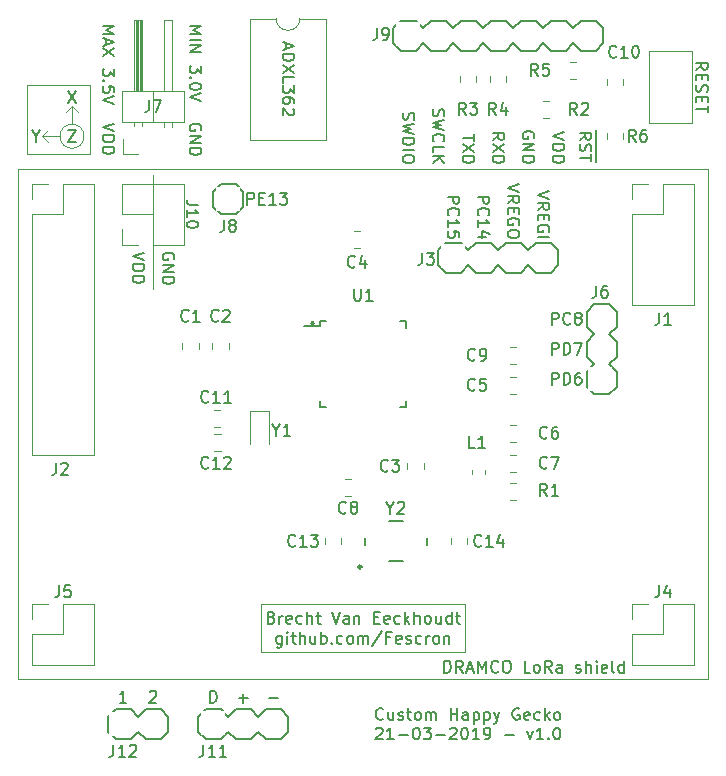
<source format=gbr>
G04 #@! TF.GenerationSoftware,KiCad,Pcbnew,5.1.0-060a0da~80~ubuntu18.10.1*
G04 #@! TF.CreationDate,2019-03-25T12:08:20+01:00*
G04 #@! TF.ProjectId,project-embeddedSystemDesign2,70726f6a-6563-4742-9d65-6d6265646465,rev?*
G04 #@! TF.SameCoordinates,Original*
G04 #@! TF.FileFunction,Legend,Top*
G04 #@! TF.FilePolarity,Positive*
%FSLAX46Y46*%
G04 Gerber Fmt 4.6, Leading zero omitted, Abs format (unit mm)*
G04 Created by KiCad (PCBNEW 5.1.0-060a0da~80~ubuntu18.10.1) date 2019-03-25 12:08:20*
%MOMM*%
%LPD*%
G04 APERTURE LIST*
%ADD10C,0.150000*%
%ADD11C,0.120000*%
%ADD12C,0.250000*%
%ADD13C,0.200000*%
%ADD14C,0.203200*%
%ADD15C,0.254000*%
%ADD16R,0.352000X1.402000*%
%ADD17R,1.402000X0.352000*%
%ADD18C,0.100000*%
%ADD19C,1.052000*%
%ADD20C,2.082800*%
%ADD21R,2.082800X2.082800*%
%ADD22O,1.802000X1.802000*%
%ADD23R,1.802000X1.802000*%
%ADD24C,1.252000*%
%ADD25R,1.202000X1.152000*%
%ADD26O,1.702000X1.702000*%
%ADD27R,1.702000X1.702000*%
%ADD28R,1.702000X2.282000*%
%ADD29C,3.102000*%
%ADD30R,2.103120X1.303020*%
G04 APERTURE END LIST*
D10*
X112323619Y-41225928D02*
X113323619Y-41225928D01*
X112609333Y-41559261D01*
X113323619Y-41892595D01*
X112323619Y-41892595D01*
X112323619Y-42368785D02*
X113323619Y-42368785D01*
X112323619Y-42844976D02*
X113323619Y-42844976D01*
X112323619Y-43416404D01*
X113323619Y-43416404D01*
X113323619Y-44559261D02*
X113323619Y-45178309D01*
X112942666Y-44844976D01*
X112942666Y-44987833D01*
X112895047Y-45083071D01*
X112847428Y-45130690D01*
X112752190Y-45178309D01*
X112514095Y-45178309D01*
X112418857Y-45130690D01*
X112371238Y-45083071D01*
X112323619Y-44987833D01*
X112323619Y-44702119D01*
X112371238Y-44606880D01*
X112418857Y-44559261D01*
X112418857Y-45606880D02*
X112371238Y-45654500D01*
X112323619Y-45606880D01*
X112371238Y-45559261D01*
X112418857Y-45606880D01*
X112323619Y-45606880D01*
X113323619Y-46273547D02*
X113323619Y-46368785D01*
X113276000Y-46464023D01*
X113228380Y-46511642D01*
X113133142Y-46559261D01*
X112942666Y-46606880D01*
X112704571Y-46606880D01*
X112514095Y-46559261D01*
X112418857Y-46511642D01*
X112371238Y-46464023D01*
X112323619Y-46368785D01*
X112323619Y-46273547D01*
X112371238Y-46178309D01*
X112418857Y-46130690D01*
X112514095Y-46083071D01*
X112704571Y-46035452D01*
X112942666Y-46035452D01*
X113133142Y-46083071D01*
X113228380Y-46130690D01*
X113276000Y-46178309D01*
X113323619Y-46273547D01*
X113323619Y-46892595D02*
X112323619Y-47225928D01*
X113323619Y-47559261D01*
D11*
X98552000Y-52070000D02*
X103886000Y-52070000D01*
X98552000Y-46228000D02*
X98552000Y-52070000D01*
X103886000Y-46228000D02*
X98552000Y-46228000D01*
X103886000Y-52070000D02*
X103886000Y-46228000D01*
X101346000Y-50546000D02*
X99822000Y-50546000D01*
X99822000Y-50546000D02*
X100330000Y-50038000D01*
X99822000Y-50546000D02*
X100330000Y-51054000D01*
X102362000Y-48006000D02*
X101854000Y-48514000D01*
X102362000Y-48006000D02*
X102870000Y-48514000D01*
X102362000Y-49530000D02*
X102362000Y-48006000D01*
X103378000Y-50546000D02*
G75*
G03X103378000Y-50546000I-1016000J0D01*
G01*
D10*
X102028666Y-49998380D02*
X102695333Y-49998380D01*
X102028666Y-50998380D01*
X102695333Y-50998380D01*
X99314000Y-50522190D02*
X99314000Y-50998380D01*
X98980666Y-49998380D02*
X99314000Y-50522190D01*
X99647333Y-49998380D01*
X102028666Y-46696380D02*
X102695333Y-47696380D01*
X102695333Y-46696380D02*
X102028666Y-47696380D01*
X104957619Y-41194214D02*
X105957619Y-41194214D01*
X105243333Y-41527547D01*
X105957619Y-41860880D01*
X104957619Y-41860880D01*
X105243333Y-42289452D02*
X105243333Y-42765642D01*
X104957619Y-42194214D02*
X105957619Y-42527547D01*
X104957619Y-42860880D01*
X105957619Y-43098976D02*
X104957619Y-43765642D01*
X105957619Y-43765642D02*
X104957619Y-43098976D01*
X105957619Y-44813261D02*
X105957619Y-45432309D01*
X105576666Y-45098976D01*
X105576666Y-45241833D01*
X105529047Y-45337071D01*
X105481428Y-45384690D01*
X105386190Y-45432309D01*
X105148095Y-45432309D01*
X105052857Y-45384690D01*
X105005238Y-45337071D01*
X104957619Y-45241833D01*
X104957619Y-44956119D01*
X105005238Y-44860880D01*
X105052857Y-44813261D01*
X105052857Y-45860880D02*
X105005238Y-45908500D01*
X104957619Y-45860880D01*
X105005238Y-45813261D01*
X105052857Y-45860880D01*
X104957619Y-45860880D01*
X105957619Y-46813261D02*
X105957619Y-46337071D01*
X105481428Y-46289452D01*
X105529047Y-46337071D01*
X105576666Y-46432309D01*
X105576666Y-46670404D01*
X105529047Y-46765642D01*
X105481428Y-46813261D01*
X105386190Y-46860880D01*
X105148095Y-46860880D01*
X105052857Y-46813261D01*
X105005238Y-46765642D01*
X104957619Y-46670404D01*
X104957619Y-46432309D01*
X105005238Y-46337071D01*
X105052857Y-46289452D01*
X105957619Y-47146595D02*
X104957619Y-47479928D01*
X105957619Y-47813261D01*
D11*
X135636000Y-94234000D02*
X135636000Y-93980000D01*
X118364000Y-94234000D02*
X118618000Y-94234000D01*
X118364000Y-93980000D02*
X118364000Y-94234000D01*
X118618000Y-90170000D02*
X118364000Y-90170000D01*
X118364000Y-93980000D02*
X118364000Y-90170000D01*
X135636000Y-94234000D02*
X118618000Y-94234000D01*
X135636000Y-90170000D02*
X135636000Y-93980000D01*
X118618000Y-90170000D02*
X135636000Y-90170000D01*
D12*
X122682000Y-66270142D02*
X122729619Y-66317761D01*
X122682000Y-66365380D01*
X122634380Y-66317761D01*
X122682000Y-66270142D01*
X122682000Y-66365380D01*
D10*
X120483333Y-42672380D02*
X120483333Y-43148571D01*
X120197619Y-42577142D02*
X121197619Y-42910476D01*
X120197619Y-43243809D01*
X120197619Y-43577142D02*
X121197619Y-43577142D01*
X121197619Y-43815238D01*
X121150000Y-43958095D01*
X121054761Y-44053333D01*
X120959523Y-44100952D01*
X120769047Y-44148571D01*
X120626190Y-44148571D01*
X120435714Y-44100952D01*
X120340476Y-44053333D01*
X120245238Y-43958095D01*
X120197619Y-43815238D01*
X120197619Y-43577142D01*
X121197619Y-44481904D02*
X120197619Y-45148571D01*
X121197619Y-45148571D02*
X120197619Y-44481904D01*
X120197619Y-46005714D02*
X120197619Y-45529523D01*
X121197619Y-45529523D01*
X121197619Y-46243809D02*
X121197619Y-46862857D01*
X120816666Y-46529523D01*
X120816666Y-46672380D01*
X120769047Y-46767619D01*
X120721428Y-46815238D01*
X120626190Y-46862857D01*
X120388095Y-46862857D01*
X120292857Y-46815238D01*
X120245238Y-46767619D01*
X120197619Y-46672380D01*
X120197619Y-46386666D01*
X120245238Y-46291428D01*
X120292857Y-46243809D01*
X121197619Y-47720000D02*
X121197619Y-47529523D01*
X121150000Y-47434285D01*
X121102380Y-47386666D01*
X120959523Y-47291428D01*
X120769047Y-47243809D01*
X120388095Y-47243809D01*
X120292857Y-47291428D01*
X120245238Y-47339047D01*
X120197619Y-47434285D01*
X120197619Y-47624761D01*
X120245238Y-47720000D01*
X120292857Y-47767619D01*
X120388095Y-47815238D01*
X120626190Y-47815238D01*
X120721428Y-47767619D01*
X120769047Y-47720000D01*
X120816666Y-47624761D01*
X120816666Y-47434285D01*
X120769047Y-47339047D01*
X120721428Y-47291428D01*
X120626190Y-47243809D01*
X121102380Y-48196190D02*
X121150000Y-48243809D01*
X121197619Y-48339047D01*
X121197619Y-48577142D01*
X121150000Y-48672380D01*
X121102380Y-48720000D01*
X121007142Y-48767619D01*
X120911904Y-48767619D01*
X120769047Y-48720000D01*
X120197619Y-48148571D01*
X120197619Y-48767619D01*
X128699523Y-99862142D02*
X128651904Y-99909761D01*
X128509047Y-99957380D01*
X128413809Y-99957380D01*
X128270952Y-99909761D01*
X128175714Y-99814523D01*
X128128095Y-99719285D01*
X128080476Y-99528809D01*
X128080476Y-99385952D01*
X128128095Y-99195476D01*
X128175714Y-99100238D01*
X128270952Y-99005000D01*
X128413809Y-98957380D01*
X128509047Y-98957380D01*
X128651904Y-99005000D01*
X128699523Y-99052619D01*
X129556666Y-99290714D02*
X129556666Y-99957380D01*
X129128095Y-99290714D02*
X129128095Y-99814523D01*
X129175714Y-99909761D01*
X129270952Y-99957380D01*
X129413809Y-99957380D01*
X129509047Y-99909761D01*
X129556666Y-99862142D01*
X129985238Y-99909761D02*
X130080476Y-99957380D01*
X130270952Y-99957380D01*
X130366190Y-99909761D01*
X130413809Y-99814523D01*
X130413809Y-99766904D01*
X130366190Y-99671666D01*
X130270952Y-99624047D01*
X130128095Y-99624047D01*
X130032857Y-99576428D01*
X129985238Y-99481190D01*
X129985238Y-99433571D01*
X130032857Y-99338333D01*
X130128095Y-99290714D01*
X130270952Y-99290714D01*
X130366190Y-99338333D01*
X130699523Y-99290714D02*
X131080476Y-99290714D01*
X130842380Y-98957380D02*
X130842380Y-99814523D01*
X130890000Y-99909761D01*
X130985238Y-99957380D01*
X131080476Y-99957380D01*
X131556666Y-99957380D02*
X131461428Y-99909761D01*
X131413809Y-99862142D01*
X131366190Y-99766904D01*
X131366190Y-99481190D01*
X131413809Y-99385952D01*
X131461428Y-99338333D01*
X131556666Y-99290714D01*
X131699523Y-99290714D01*
X131794761Y-99338333D01*
X131842380Y-99385952D01*
X131890000Y-99481190D01*
X131890000Y-99766904D01*
X131842380Y-99862142D01*
X131794761Y-99909761D01*
X131699523Y-99957380D01*
X131556666Y-99957380D01*
X132318571Y-99957380D02*
X132318571Y-99290714D01*
X132318571Y-99385952D02*
X132366190Y-99338333D01*
X132461428Y-99290714D01*
X132604285Y-99290714D01*
X132699523Y-99338333D01*
X132747142Y-99433571D01*
X132747142Y-99957380D01*
X132747142Y-99433571D02*
X132794761Y-99338333D01*
X132890000Y-99290714D01*
X133032857Y-99290714D01*
X133128095Y-99338333D01*
X133175714Y-99433571D01*
X133175714Y-99957380D01*
X134413809Y-99957380D02*
X134413809Y-98957380D01*
X134413809Y-99433571D02*
X134985238Y-99433571D01*
X134985238Y-99957380D02*
X134985238Y-98957380D01*
X135890000Y-99957380D02*
X135890000Y-99433571D01*
X135842380Y-99338333D01*
X135747142Y-99290714D01*
X135556666Y-99290714D01*
X135461428Y-99338333D01*
X135890000Y-99909761D02*
X135794761Y-99957380D01*
X135556666Y-99957380D01*
X135461428Y-99909761D01*
X135413809Y-99814523D01*
X135413809Y-99719285D01*
X135461428Y-99624047D01*
X135556666Y-99576428D01*
X135794761Y-99576428D01*
X135890000Y-99528809D01*
X136366190Y-99290714D02*
X136366190Y-100290714D01*
X136366190Y-99338333D02*
X136461428Y-99290714D01*
X136651904Y-99290714D01*
X136747142Y-99338333D01*
X136794761Y-99385952D01*
X136842380Y-99481190D01*
X136842380Y-99766904D01*
X136794761Y-99862142D01*
X136747142Y-99909761D01*
X136651904Y-99957380D01*
X136461428Y-99957380D01*
X136366190Y-99909761D01*
X137270952Y-99290714D02*
X137270952Y-100290714D01*
X137270952Y-99338333D02*
X137366190Y-99290714D01*
X137556666Y-99290714D01*
X137651904Y-99338333D01*
X137699523Y-99385952D01*
X137747142Y-99481190D01*
X137747142Y-99766904D01*
X137699523Y-99862142D01*
X137651904Y-99909761D01*
X137556666Y-99957380D01*
X137366190Y-99957380D01*
X137270952Y-99909761D01*
X138080476Y-99290714D02*
X138318571Y-99957380D01*
X138556666Y-99290714D02*
X138318571Y-99957380D01*
X138223333Y-100195476D01*
X138175714Y-100243095D01*
X138080476Y-100290714D01*
X140223333Y-99005000D02*
X140128095Y-98957380D01*
X139985238Y-98957380D01*
X139842380Y-99005000D01*
X139747142Y-99100238D01*
X139699523Y-99195476D01*
X139651904Y-99385952D01*
X139651904Y-99528809D01*
X139699523Y-99719285D01*
X139747142Y-99814523D01*
X139842380Y-99909761D01*
X139985238Y-99957380D01*
X140080476Y-99957380D01*
X140223333Y-99909761D01*
X140270952Y-99862142D01*
X140270952Y-99528809D01*
X140080476Y-99528809D01*
X141080476Y-99909761D02*
X140985238Y-99957380D01*
X140794761Y-99957380D01*
X140699523Y-99909761D01*
X140651904Y-99814523D01*
X140651904Y-99433571D01*
X140699523Y-99338333D01*
X140794761Y-99290714D01*
X140985238Y-99290714D01*
X141080476Y-99338333D01*
X141128095Y-99433571D01*
X141128095Y-99528809D01*
X140651904Y-99624047D01*
X141985238Y-99909761D02*
X141890000Y-99957380D01*
X141699523Y-99957380D01*
X141604285Y-99909761D01*
X141556666Y-99862142D01*
X141509047Y-99766904D01*
X141509047Y-99481190D01*
X141556666Y-99385952D01*
X141604285Y-99338333D01*
X141699523Y-99290714D01*
X141890000Y-99290714D01*
X141985238Y-99338333D01*
X142413809Y-99957380D02*
X142413809Y-98957380D01*
X142509047Y-99576428D02*
X142794761Y-99957380D01*
X142794761Y-99290714D02*
X142413809Y-99671666D01*
X143366190Y-99957380D02*
X143270952Y-99909761D01*
X143223333Y-99862142D01*
X143175714Y-99766904D01*
X143175714Y-99481190D01*
X143223333Y-99385952D01*
X143270952Y-99338333D01*
X143366190Y-99290714D01*
X143509047Y-99290714D01*
X143604285Y-99338333D01*
X143651904Y-99385952D01*
X143699523Y-99481190D01*
X143699523Y-99766904D01*
X143651904Y-99862142D01*
X143604285Y-99909761D01*
X143509047Y-99957380D01*
X143366190Y-99957380D01*
X128080476Y-100702619D02*
X128128095Y-100655000D01*
X128223333Y-100607380D01*
X128461428Y-100607380D01*
X128556666Y-100655000D01*
X128604285Y-100702619D01*
X128651904Y-100797857D01*
X128651904Y-100893095D01*
X128604285Y-101035952D01*
X128032857Y-101607380D01*
X128651904Y-101607380D01*
X129604285Y-101607380D02*
X129032857Y-101607380D01*
X129318571Y-101607380D02*
X129318571Y-100607380D01*
X129223333Y-100750238D01*
X129128095Y-100845476D01*
X129032857Y-100893095D01*
X130032857Y-101226428D02*
X130794761Y-101226428D01*
X131461428Y-100607380D02*
X131556666Y-100607380D01*
X131651904Y-100655000D01*
X131699523Y-100702619D01*
X131747142Y-100797857D01*
X131794761Y-100988333D01*
X131794761Y-101226428D01*
X131747142Y-101416904D01*
X131699523Y-101512142D01*
X131651904Y-101559761D01*
X131556666Y-101607380D01*
X131461428Y-101607380D01*
X131366190Y-101559761D01*
X131318571Y-101512142D01*
X131270952Y-101416904D01*
X131223333Y-101226428D01*
X131223333Y-100988333D01*
X131270952Y-100797857D01*
X131318571Y-100702619D01*
X131366190Y-100655000D01*
X131461428Y-100607380D01*
X132128095Y-100607380D02*
X132747142Y-100607380D01*
X132413809Y-100988333D01*
X132556666Y-100988333D01*
X132651904Y-101035952D01*
X132699523Y-101083571D01*
X132747142Y-101178809D01*
X132747142Y-101416904D01*
X132699523Y-101512142D01*
X132651904Y-101559761D01*
X132556666Y-101607380D01*
X132270952Y-101607380D01*
X132175714Y-101559761D01*
X132128095Y-101512142D01*
X133175714Y-101226428D02*
X133937619Y-101226428D01*
X134366190Y-100702619D02*
X134413809Y-100655000D01*
X134509047Y-100607380D01*
X134747142Y-100607380D01*
X134842380Y-100655000D01*
X134890000Y-100702619D01*
X134937619Y-100797857D01*
X134937619Y-100893095D01*
X134890000Y-101035952D01*
X134318571Y-101607380D01*
X134937619Y-101607380D01*
X135556666Y-100607380D02*
X135651904Y-100607380D01*
X135747142Y-100655000D01*
X135794761Y-100702619D01*
X135842380Y-100797857D01*
X135890000Y-100988333D01*
X135890000Y-101226428D01*
X135842380Y-101416904D01*
X135794761Y-101512142D01*
X135747142Y-101559761D01*
X135651904Y-101607380D01*
X135556666Y-101607380D01*
X135461428Y-101559761D01*
X135413809Y-101512142D01*
X135366190Y-101416904D01*
X135318571Y-101226428D01*
X135318571Y-100988333D01*
X135366190Y-100797857D01*
X135413809Y-100702619D01*
X135461428Y-100655000D01*
X135556666Y-100607380D01*
X136842380Y-101607380D02*
X136270952Y-101607380D01*
X136556666Y-101607380D02*
X136556666Y-100607380D01*
X136461428Y-100750238D01*
X136366190Y-100845476D01*
X136270952Y-100893095D01*
X137318571Y-101607380D02*
X137509047Y-101607380D01*
X137604285Y-101559761D01*
X137651904Y-101512142D01*
X137747142Y-101369285D01*
X137794761Y-101178809D01*
X137794761Y-100797857D01*
X137747142Y-100702619D01*
X137699523Y-100655000D01*
X137604285Y-100607380D01*
X137413809Y-100607380D01*
X137318571Y-100655000D01*
X137270952Y-100702619D01*
X137223333Y-100797857D01*
X137223333Y-101035952D01*
X137270952Y-101131190D01*
X137318571Y-101178809D01*
X137413809Y-101226428D01*
X137604285Y-101226428D01*
X137699523Y-101178809D01*
X137747142Y-101131190D01*
X137794761Y-101035952D01*
X138985238Y-101226428D02*
X139747142Y-101226428D01*
X140890000Y-100940714D02*
X141128095Y-101607380D01*
X141366190Y-100940714D01*
X142270952Y-101607380D02*
X141699523Y-101607380D01*
X141985238Y-101607380D02*
X141985238Y-100607380D01*
X141890000Y-100750238D01*
X141794761Y-100845476D01*
X141699523Y-100893095D01*
X142699523Y-101512142D02*
X142747142Y-101559761D01*
X142699523Y-101607380D01*
X142651904Y-101559761D01*
X142699523Y-101512142D01*
X142699523Y-101607380D01*
X143366190Y-100607380D02*
X143461428Y-100607380D01*
X143556666Y-100655000D01*
X143604285Y-100702619D01*
X143651904Y-100797857D01*
X143699523Y-100988333D01*
X143699523Y-101226428D01*
X143651904Y-101416904D01*
X143604285Y-101512142D01*
X143556666Y-101559761D01*
X143461428Y-101607380D01*
X143366190Y-101607380D01*
X143270952Y-101559761D01*
X143223333Y-101512142D01*
X143175714Y-101416904D01*
X143128095Y-101226428D01*
X143128095Y-100988333D01*
X143175714Y-100797857D01*
X143223333Y-100702619D01*
X143270952Y-100655000D01*
X143366190Y-100607380D01*
X133882761Y-95956380D02*
X133882761Y-94956380D01*
X134120857Y-94956380D01*
X134263714Y-95004000D01*
X134358952Y-95099238D01*
X134406571Y-95194476D01*
X134454190Y-95384952D01*
X134454190Y-95527809D01*
X134406571Y-95718285D01*
X134358952Y-95813523D01*
X134263714Y-95908761D01*
X134120857Y-95956380D01*
X133882761Y-95956380D01*
X135454190Y-95956380D02*
X135120857Y-95480190D01*
X134882761Y-95956380D02*
X134882761Y-94956380D01*
X135263714Y-94956380D01*
X135358952Y-95004000D01*
X135406571Y-95051619D01*
X135454190Y-95146857D01*
X135454190Y-95289714D01*
X135406571Y-95384952D01*
X135358952Y-95432571D01*
X135263714Y-95480190D01*
X134882761Y-95480190D01*
X135835142Y-95670666D02*
X136311333Y-95670666D01*
X135739904Y-95956380D02*
X136073238Y-94956380D01*
X136406571Y-95956380D01*
X136739904Y-95956380D02*
X136739904Y-94956380D01*
X137073238Y-95670666D01*
X137406571Y-94956380D01*
X137406571Y-95956380D01*
X138454190Y-95861142D02*
X138406571Y-95908761D01*
X138263714Y-95956380D01*
X138168476Y-95956380D01*
X138025619Y-95908761D01*
X137930380Y-95813523D01*
X137882761Y-95718285D01*
X137835142Y-95527809D01*
X137835142Y-95384952D01*
X137882761Y-95194476D01*
X137930380Y-95099238D01*
X138025619Y-95004000D01*
X138168476Y-94956380D01*
X138263714Y-94956380D01*
X138406571Y-95004000D01*
X138454190Y-95051619D01*
X139073238Y-94956380D02*
X139263714Y-94956380D01*
X139358952Y-95004000D01*
X139454190Y-95099238D01*
X139501809Y-95289714D01*
X139501809Y-95623047D01*
X139454190Y-95813523D01*
X139358952Y-95908761D01*
X139263714Y-95956380D01*
X139073238Y-95956380D01*
X138978000Y-95908761D01*
X138882761Y-95813523D01*
X138835142Y-95623047D01*
X138835142Y-95289714D01*
X138882761Y-95099238D01*
X138978000Y-95004000D01*
X139073238Y-94956380D01*
X141168476Y-95956380D02*
X140692285Y-95956380D01*
X140692285Y-94956380D01*
X141644666Y-95956380D02*
X141549428Y-95908761D01*
X141501809Y-95861142D01*
X141454190Y-95765904D01*
X141454190Y-95480190D01*
X141501809Y-95384952D01*
X141549428Y-95337333D01*
X141644666Y-95289714D01*
X141787523Y-95289714D01*
X141882761Y-95337333D01*
X141930380Y-95384952D01*
X141978000Y-95480190D01*
X141978000Y-95765904D01*
X141930380Y-95861142D01*
X141882761Y-95908761D01*
X141787523Y-95956380D01*
X141644666Y-95956380D01*
X142978000Y-95956380D02*
X142644666Y-95480190D01*
X142406571Y-95956380D02*
X142406571Y-94956380D01*
X142787523Y-94956380D01*
X142882761Y-95004000D01*
X142930380Y-95051619D01*
X142978000Y-95146857D01*
X142978000Y-95289714D01*
X142930380Y-95384952D01*
X142882761Y-95432571D01*
X142787523Y-95480190D01*
X142406571Y-95480190D01*
X143835142Y-95956380D02*
X143835142Y-95432571D01*
X143787523Y-95337333D01*
X143692285Y-95289714D01*
X143501809Y-95289714D01*
X143406571Y-95337333D01*
X143835142Y-95908761D02*
X143739904Y-95956380D01*
X143501809Y-95956380D01*
X143406571Y-95908761D01*
X143358952Y-95813523D01*
X143358952Y-95718285D01*
X143406571Y-95623047D01*
X143501809Y-95575428D01*
X143739904Y-95575428D01*
X143835142Y-95527809D01*
X145025619Y-95908761D02*
X145120857Y-95956380D01*
X145311333Y-95956380D01*
X145406571Y-95908761D01*
X145454190Y-95813523D01*
X145454190Y-95765904D01*
X145406571Y-95670666D01*
X145311333Y-95623047D01*
X145168476Y-95623047D01*
X145073238Y-95575428D01*
X145025619Y-95480190D01*
X145025619Y-95432571D01*
X145073238Y-95337333D01*
X145168476Y-95289714D01*
X145311333Y-95289714D01*
X145406571Y-95337333D01*
X145882761Y-95956380D02*
X145882761Y-94956380D01*
X146311333Y-95956380D02*
X146311333Y-95432571D01*
X146263714Y-95337333D01*
X146168476Y-95289714D01*
X146025619Y-95289714D01*
X145930380Y-95337333D01*
X145882761Y-95384952D01*
X146787523Y-95956380D02*
X146787523Y-95289714D01*
X146787523Y-94956380D02*
X146739904Y-95004000D01*
X146787523Y-95051619D01*
X146835142Y-95004000D01*
X146787523Y-94956380D01*
X146787523Y-95051619D01*
X147644666Y-95908761D02*
X147549428Y-95956380D01*
X147358952Y-95956380D01*
X147263714Y-95908761D01*
X147216095Y-95813523D01*
X147216095Y-95432571D01*
X147263714Y-95337333D01*
X147358952Y-95289714D01*
X147549428Y-95289714D01*
X147644666Y-95337333D01*
X147692285Y-95432571D01*
X147692285Y-95527809D01*
X147216095Y-95623047D01*
X148263714Y-95956380D02*
X148168476Y-95908761D01*
X148120857Y-95813523D01*
X148120857Y-94956380D01*
X149073238Y-95956380D02*
X149073238Y-94956380D01*
X149073238Y-95908761D02*
X148978000Y-95956380D01*
X148787523Y-95956380D01*
X148692285Y-95908761D01*
X148644666Y-95861142D01*
X148597047Y-95765904D01*
X148597047Y-95480190D01*
X148644666Y-95384952D01*
X148692285Y-95337333D01*
X148787523Y-95289714D01*
X148978000Y-95289714D01*
X149073238Y-95337333D01*
X146711000Y-50020214D02*
X146711000Y-51020214D01*
X145343619Y-50829738D02*
X145819809Y-50496404D01*
X145343619Y-50258309D02*
X146343619Y-50258309D01*
X146343619Y-50639261D01*
X146296000Y-50734500D01*
X146248380Y-50782119D01*
X146153142Y-50829738D01*
X146010285Y-50829738D01*
X145915047Y-50782119D01*
X145867428Y-50734500D01*
X145819809Y-50639261D01*
X145819809Y-50258309D01*
X146711000Y-51020214D02*
X146711000Y-51972595D01*
X145391238Y-51210690D02*
X145343619Y-51353547D01*
X145343619Y-51591642D01*
X145391238Y-51686880D01*
X145438857Y-51734500D01*
X145534095Y-51782119D01*
X145629333Y-51782119D01*
X145724571Y-51734500D01*
X145772190Y-51686880D01*
X145819809Y-51591642D01*
X145867428Y-51401166D01*
X145915047Y-51305928D01*
X145962666Y-51258309D01*
X146057904Y-51210690D01*
X146153142Y-51210690D01*
X146248380Y-51258309D01*
X146296000Y-51305928D01*
X146343619Y-51401166D01*
X146343619Y-51639261D01*
X146296000Y-51782119D01*
X146711000Y-51972595D02*
X146711000Y-52734500D01*
X146343619Y-52067833D02*
X146343619Y-52639261D01*
X145343619Y-52353547D02*
X146343619Y-52353547D01*
X144057619Y-50226595D02*
X143057619Y-50559928D01*
X144057619Y-50893261D01*
X143057619Y-51226595D02*
X144057619Y-51226595D01*
X144057619Y-51464690D01*
X144010000Y-51607547D01*
X143914761Y-51702785D01*
X143819523Y-51750404D01*
X143629047Y-51798023D01*
X143486190Y-51798023D01*
X143295714Y-51750404D01*
X143200476Y-51702785D01*
X143105238Y-51607547D01*
X143057619Y-51464690D01*
X143057619Y-51226595D01*
X143057619Y-52226595D02*
X144057619Y-52226595D01*
X144057619Y-52464690D01*
X144010000Y-52607547D01*
X143914761Y-52702785D01*
X143819523Y-52750404D01*
X143629047Y-52798023D01*
X143486190Y-52798023D01*
X143295714Y-52750404D01*
X143200476Y-52702785D01*
X143105238Y-52607547D01*
X143057619Y-52464690D01*
X143057619Y-52226595D01*
X141470000Y-50702785D02*
X141517619Y-50607547D01*
X141517619Y-50464690D01*
X141470000Y-50321833D01*
X141374761Y-50226595D01*
X141279523Y-50178976D01*
X141089047Y-50131357D01*
X140946190Y-50131357D01*
X140755714Y-50178976D01*
X140660476Y-50226595D01*
X140565238Y-50321833D01*
X140517619Y-50464690D01*
X140517619Y-50559928D01*
X140565238Y-50702785D01*
X140612857Y-50750404D01*
X140946190Y-50750404D01*
X140946190Y-50559928D01*
X140517619Y-51178976D02*
X141517619Y-51178976D01*
X140517619Y-51750404D01*
X141517619Y-51750404D01*
X140517619Y-52226595D02*
X141517619Y-52226595D01*
X141517619Y-52464690D01*
X141470000Y-52607547D01*
X141374761Y-52702785D01*
X141279523Y-52750404D01*
X141089047Y-52798023D01*
X140946190Y-52798023D01*
X140755714Y-52750404D01*
X140660476Y-52702785D01*
X140565238Y-52607547D01*
X140517619Y-52464690D01*
X140517619Y-52226595D01*
X137977619Y-50845642D02*
X138453809Y-50512309D01*
X137977619Y-50274214D02*
X138977619Y-50274214D01*
X138977619Y-50655166D01*
X138930000Y-50750404D01*
X138882380Y-50798023D01*
X138787142Y-50845642D01*
X138644285Y-50845642D01*
X138549047Y-50798023D01*
X138501428Y-50750404D01*
X138453809Y-50655166D01*
X138453809Y-50274214D01*
X138977619Y-51178976D02*
X137977619Y-51845642D01*
X138977619Y-51845642D02*
X137977619Y-51178976D01*
X137977619Y-52226595D02*
X138977619Y-52226595D01*
X138977619Y-52464690D01*
X138930000Y-52607547D01*
X138834761Y-52702785D01*
X138739523Y-52750404D01*
X138549047Y-52798023D01*
X138406190Y-52798023D01*
X138215714Y-52750404D01*
X138120476Y-52702785D01*
X138025238Y-52607547D01*
X137977619Y-52464690D01*
X137977619Y-52226595D01*
X136437619Y-50369452D02*
X136437619Y-50940880D01*
X135437619Y-50655166D02*
X136437619Y-50655166D01*
X136437619Y-51178976D02*
X135437619Y-51845642D01*
X136437619Y-51845642D02*
X135437619Y-51178976D01*
X135437619Y-52226595D02*
X136437619Y-52226595D01*
X136437619Y-52464690D01*
X136390000Y-52607547D01*
X136294761Y-52702785D01*
X136199523Y-52750404D01*
X136009047Y-52798023D01*
X135866190Y-52798023D01*
X135675714Y-52750404D01*
X135580476Y-52702785D01*
X135485238Y-52607547D01*
X135437619Y-52464690D01*
X135437619Y-52226595D01*
X132945238Y-48274214D02*
X132897619Y-48417071D01*
X132897619Y-48655166D01*
X132945238Y-48750404D01*
X132992857Y-48798023D01*
X133088095Y-48845642D01*
X133183333Y-48845642D01*
X133278571Y-48798023D01*
X133326190Y-48750404D01*
X133373809Y-48655166D01*
X133421428Y-48464690D01*
X133469047Y-48369452D01*
X133516666Y-48321833D01*
X133611904Y-48274214D01*
X133707142Y-48274214D01*
X133802380Y-48321833D01*
X133850000Y-48369452D01*
X133897619Y-48464690D01*
X133897619Y-48702785D01*
X133850000Y-48845642D01*
X133897619Y-49178976D02*
X132897619Y-49417071D01*
X133611904Y-49607547D01*
X132897619Y-49798023D01*
X133897619Y-50036119D01*
X132992857Y-50988500D02*
X132945238Y-50940880D01*
X132897619Y-50798023D01*
X132897619Y-50702785D01*
X132945238Y-50559928D01*
X133040476Y-50464690D01*
X133135714Y-50417071D01*
X133326190Y-50369452D01*
X133469047Y-50369452D01*
X133659523Y-50417071D01*
X133754761Y-50464690D01*
X133850000Y-50559928D01*
X133897619Y-50702785D01*
X133897619Y-50798023D01*
X133850000Y-50940880D01*
X133802380Y-50988500D01*
X132897619Y-51893261D02*
X132897619Y-51417071D01*
X133897619Y-51417071D01*
X132897619Y-52226595D02*
X133897619Y-52226595D01*
X132897619Y-52798023D02*
X133469047Y-52369452D01*
X133897619Y-52798023D02*
X133326190Y-52226595D01*
X130405238Y-48559928D02*
X130357619Y-48702785D01*
X130357619Y-48940880D01*
X130405238Y-49036119D01*
X130452857Y-49083738D01*
X130548095Y-49131357D01*
X130643333Y-49131357D01*
X130738571Y-49083738D01*
X130786190Y-49036119D01*
X130833809Y-48940880D01*
X130881428Y-48750404D01*
X130929047Y-48655166D01*
X130976666Y-48607547D01*
X131071904Y-48559928D01*
X131167142Y-48559928D01*
X131262380Y-48607547D01*
X131310000Y-48655166D01*
X131357619Y-48750404D01*
X131357619Y-48988500D01*
X131310000Y-49131357D01*
X131357619Y-49464690D02*
X130357619Y-49702785D01*
X131071904Y-49893261D01*
X130357619Y-50083738D01*
X131357619Y-50321833D01*
X130357619Y-50702785D02*
X131357619Y-50702785D01*
X131357619Y-50940880D01*
X131310000Y-51083738D01*
X131214761Y-51178976D01*
X131119523Y-51226595D01*
X130929047Y-51274214D01*
X130786190Y-51274214D01*
X130595714Y-51226595D01*
X130500476Y-51178976D01*
X130405238Y-51083738D01*
X130357619Y-50940880D01*
X130357619Y-50702785D01*
X130357619Y-51702785D02*
X131357619Y-51702785D01*
X131357619Y-52369452D02*
X131357619Y-52559928D01*
X131310000Y-52655166D01*
X131214761Y-52750404D01*
X131024285Y-52798023D01*
X130690952Y-52798023D01*
X130500476Y-52750404D01*
X130405238Y-52655166D01*
X130357619Y-52559928D01*
X130357619Y-52369452D01*
X130405238Y-52274214D01*
X130500476Y-52178976D01*
X130690952Y-52131357D01*
X131024285Y-52131357D01*
X131214761Y-52178976D01*
X131310000Y-52274214D01*
X131357619Y-52369452D01*
X118999047Y-98115428D02*
X119760952Y-98115428D01*
X116459047Y-98115428D02*
X117220952Y-98115428D01*
X116840000Y-98496380D02*
X116840000Y-97734476D01*
X114038095Y-98496380D02*
X114038095Y-97496380D01*
X114276190Y-97496380D01*
X114419047Y-97544000D01*
X114514285Y-97639238D01*
X114561904Y-97734476D01*
X114609523Y-97924952D01*
X114609523Y-98067809D01*
X114561904Y-98258285D01*
X114514285Y-98353523D01*
X114419047Y-98448761D01*
X114276190Y-98496380D01*
X114038095Y-98496380D01*
D11*
X109220000Y-53848000D02*
X109220000Y-63500000D01*
D10*
X108497619Y-60388666D02*
X107497619Y-60722000D01*
X108497619Y-61055333D01*
X107497619Y-61388666D02*
X108497619Y-61388666D01*
X108497619Y-61626761D01*
X108450000Y-61769619D01*
X108354761Y-61864857D01*
X108259523Y-61912476D01*
X108069047Y-61960095D01*
X107926190Y-61960095D01*
X107735714Y-61912476D01*
X107640476Y-61864857D01*
X107545238Y-61769619D01*
X107497619Y-61626761D01*
X107497619Y-61388666D01*
X107497619Y-62388666D02*
X108497619Y-62388666D01*
X108497619Y-62626761D01*
X108450000Y-62769619D01*
X108354761Y-62864857D01*
X108259523Y-62912476D01*
X108069047Y-62960095D01*
X107926190Y-62960095D01*
X107735714Y-62912476D01*
X107640476Y-62864857D01*
X107545238Y-62769619D01*
X107497619Y-62626761D01*
X107497619Y-62388666D01*
X110990000Y-60960095D02*
X111037619Y-60864857D01*
X111037619Y-60722000D01*
X110990000Y-60579142D01*
X110894761Y-60483904D01*
X110799523Y-60436285D01*
X110609047Y-60388666D01*
X110466190Y-60388666D01*
X110275714Y-60436285D01*
X110180476Y-60483904D01*
X110085238Y-60579142D01*
X110037619Y-60722000D01*
X110037619Y-60817238D01*
X110085238Y-60960095D01*
X110132857Y-61007714D01*
X110466190Y-61007714D01*
X110466190Y-60817238D01*
X110037619Y-61436285D02*
X111037619Y-61436285D01*
X110037619Y-62007714D01*
X111037619Y-62007714D01*
X110037619Y-62483904D02*
X111037619Y-62483904D01*
X111037619Y-62722000D01*
X110990000Y-62864857D01*
X110894761Y-62960095D01*
X110799523Y-63007714D01*
X110609047Y-63055333D01*
X110466190Y-63055333D01*
X110275714Y-63007714D01*
X110180476Y-62960095D01*
X110085238Y-62864857D01*
X110037619Y-62722000D01*
X110037619Y-62483904D01*
X142984214Y-66492380D02*
X142984214Y-65492380D01*
X143365166Y-65492380D01*
X143460404Y-65540000D01*
X143508023Y-65587619D01*
X143555642Y-65682857D01*
X143555642Y-65825714D01*
X143508023Y-65920952D01*
X143460404Y-65968571D01*
X143365166Y-66016190D01*
X142984214Y-66016190D01*
X144555642Y-66397142D02*
X144508023Y-66444761D01*
X144365166Y-66492380D01*
X144269928Y-66492380D01*
X144127071Y-66444761D01*
X144031833Y-66349523D01*
X143984214Y-66254285D01*
X143936595Y-66063809D01*
X143936595Y-65920952D01*
X143984214Y-65730476D01*
X144031833Y-65635238D01*
X144127071Y-65540000D01*
X144269928Y-65492380D01*
X144365166Y-65492380D01*
X144508023Y-65540000D01*
X144555642Y-65587619D01*
X145127071Y-65920952D02*
X145031833Y-65873333D01*
X144984214Y-65825714D01*
X144936595Y-65730476D01*
X144936595Y-65682857D01*
X144984214Y-65587619D01*
X145031833Y-65540000D01*
X145127071Y-65492380D01*
X145317547Y-65492380D01*
X145412785Y-65540000D01*
X145460404Y-65587619D01*
X145508023Y-65682857D01*
X145508023Y-65730476D01*
X145460404Y-65825714D01*
X145412785Y-65873333D01*
X145317547Y-65920952D01*
X145127071Y-65920952D01*
X145031833Y-65968571D01*
X144984214Y-66016190D01*
X144936595Y-66111428D01*
X144936595Y-66301904D01*
X144984214Y-66397142D01*
X145031833Y-66444761D01*
X145127071Y-66492380D01*
X145317547Y-66492380D01*
X145412785Y-66444761D01*
X145460404Y-66397142D01*
X145508023Y-66301904D01*
X145508023Y-66111428D01*
X145460404Y-66016190D01*
X145412785Y-65968571D01*
X145317547Y-65920952D01*
X142984214Y-69032380D02*
X142984214Y-68032380D01*
X143365166Y-68032380D01*
X143460404Y-68080000D01*
X143508023Y-68127619D01*
X143555642Y-68222857D01*
X143555642Y-68365714D01*
X143508023Y-68460952D01*
X143460404Y-68508571D01*
X143365166Y-68556190D01*
X142984214Y-68556190D01*
X143984214Y-69032380D02*
X143984214Y-68032380D01*
X144222309Y-68032380D01*
X144365166Y-68080000D01*
X144460404Y-68175238D01*
X144508023Y-68270476D01*
X144555642Y-68460952D01*
X144555642Y-68603809D01*
X144508023Y-68794285D01*
X144460404Y-68889523D01*
X144365166Y-68984761D01*
X144222309Y-69032380D01*
X143984214Y-69032380D01*
X144888976Y-68032380D02*
X145555642Y-68032380D01*
X145127071Y-69032380D01*
X142984214Y-71572380D02*
X142984214Y-70572380D01*
X143365166Y-70572380D01*
X143460404Y-70620000D01*
X143508023Y-70667619D01*
X143555642Y-70762857D01*
X143555642Y-70905714D01*
X143508023Y-71000952D01*
X143460404Y-71048571D01*
X143365166Y-71096190D01*
X142984214Y-71096190D01*
X143984214Y-71572380D02*
X143984214Y-70572380D01*
X144222309Y-70572380D01*
X144365166Y-70620000D01*
X144460404Y-70715238D01*
X144508023Y-70810476D01*
X144555642Y-71000952D01*
X144555642Y-71143809D01*
X144508023Y-71334285D01*
X144460404Y-71429523D01*
X144365166Y-71524761D01*
X144222309Y-71572380D01*
X143984214Y-71572380D01*
X145412785Y-70572380D02*
X145222309Y-70572380D01*
X145127071Y-70620000D01*
X145079452Y-70667619D01*
X144984214Y-70810476D01*
X144936595Y-71000952D01*
X144936595Y-71381904D01*
X144984214Y-71477142D01*
X145031833Y-71524761D01*
X145127071Y-71572380D01*
X145317547Y-71572380D01*
X145412785Y-71524761D01*
X145460404Y-71477142D01*
X145508023Y-71381904D01*
X145508023Y-71143809D01*
X145460404Y-71048571D01*
X145412785Y-71000952D01*
X145317547Y-70953333D01*
X145127071Y-70953333D01*
X145031833Y-71000952D01*
X144984214Y-71048571D01*
X144936595Y-71143809D01*
X140247619Y-54624214D02*
X139247619Y-54957547D01*
X140247619Y-55290880D01*
X139247619Y-56195642D02*
X139723809Y-55862309D01*
X139247619Y-55624214D02*
X140247619Y-55624214D01*
X140247619Y-56005166D01*
X140200000Y-56100404D01*
X140152380Y-56148023D01*
X140057142Y-56195642D01*
X139914285Y-56195642D01*
X139819047Y-56148023D01*
X139771428Y-56100404D01*
X139723809Y-56005166D01*
X139723809Y-55624214D01*
X139771428Y-56624214D02*
X139771428Y-56957547D01*
X139247619Y-57100404D02*
X139247619Y-56624214D01*
X140247619Y-56624214D01*
X140247619Y-57100404D01*
X140200000Y-58052785D02*
X140247619Y-57957547D01*
X140247619Y-57814690D01*
X140200000Y-57671833D01*
X140104761Y-57576595D01*
X140009523Y-57528976D01*
X139819047Y-57481357D01*
X139676190Y-57481357D01*
X139485714Y-57528976D01*
X139390476Y-57576595D01*
X139295238Y-57671833D01*
X139247619Y-57814690D01*
X139247619Y-57909928D01*
X139295238Y-58052785D01*
X139342857Y-58100404D01*
X139676190Y-58100404D01*
X139676190Y-57909928D01*
X140247619Y-58719452D02*
X140247619Y-58909928D01*
X140200000Y-59005166D01*
X140104761Y-59100404D01*
X139914285Y-59148023D01*
X139580952Y-59148023D01*
X139390476Y-59100404D01*
X139295238Y-59005166D01*
X139247619Y-58909928D01*
X139247619Y-58719452D01*
X139295238Y-58624214D01*
X139390476Y-58528976D01*
X139580952Y-58481357D01*
X139914285Y-58481357D01*
X140104761Y-58528976D01*
X140200000Y-58624214D01*
X140247619Y-58719452D01*
X142787619Y-55195642D02*
X141787619Y-55528976D01*
X142787619Y-55862309D01*
X141787619Y-56767071D02*
X142263809Y-56433738D01*
X141787619Y-56195642D02*
X142787619Y-56195642D01*
X142787619Y-56576595D01*
X142740000Y-56671833D01*
X142692380Y-56719452D01*
X142597142Y-56767071D01*
X142454285Y-56767071D01*
X142359047Y-56719452D01*
X142311428Y-56671833D01*
X142263809Y-56576595D01*
X142263809Y-56195642D01*
X142311428Y-57195642D02*
X142311428Y-57528976D01*
X141787619Y-57671833D02*
X141787619Y-57195642D01*
X142787619Y-57195642D01*
X142787619Y-57671833D01*
X142740000Y-58624214D02*
X142787619Y-58528976D01*
X142787619Y-58386119D01*
X142740000Y-58243261D01*
X142644761Y-58148023D01*
X142549523Y-58100404D01*
X142359047Y-58052785D01*
X142216190Y-58052785D01*
X142025714Y-58100404D01*
X141930476Y-58148023D01*
X141835238Y-58243261D01*
X141787619Y-58386119D01*
X141787619Y-58481357D01*
X141835238Y-58624214D01*
X141882857Y-58671833D01*
X142216190Y-58671833D01*
X142216190Y-58481357D01*
X141787619Y-59100404D02*
X142787619Y-59100404D01*
X136707619Y-55671833D02*
X137707619Y-55671833D01*
X137707619Y-56052785D01*
X137660000Y-56148023D01*
X137612380Y-56195642D01*
X137517142Y-56243261D01*
X137374285Y-56243261D01*
X137279047Y-56195642D01*
X137231428Y-56148023D01*
X137183809Y-56052785D01*
X137183809Y-55671833D01*
X136802857Y-57243261D02*
X136755238Y-57195642D01*
X136707619Y-57052785D01*
X136707619Y-56957547D01*
X136755238Y-56814690D01*
X136850476Y-56719452D01*
X136945714Y-56671833D01*
X137136190Y-56624214D01*
X137279047Y-56624214D01*
X137469523Y-56671833D01*
X137564761Y-56719452D01*
X137660000Y-56814690D01*
X137707619Y-56957547D01*
X137707619Y-57052785D01*
X137660000Y-57195642D01*
X137612380Y-57243261D01*
X136707619Y-58195642D02*
X136707619Y-57624214D01*
X136707619Y-57909928D02*
X137707619Y-57909928D01*
X137564761Y-57814690D01*
X137469523Y-57719452D01*
X137421904Y-57624214D01*
X137374285Y-59052785D02*
X136707619Y-59052785D01*
X137755238Y-58814690D02*
X137040952Y-58576595D01*
X137040952Y-59195642D01*
X134167619Y-55671833D02*
X135167619Y-55671833D01*
X135167619Y-56052785D01*
X135120000Y-56148023D01*
X135072380Y-56195642D01*
X134977142Y-56243261D01*
X134834285Y-56243261D01*
X134739047Y-56195642D01*
X134691428Y-56148023D01*
X134643809Y-56052785D01*
X134643809Y-55671833D01*
X134262857Y-57243261D02*
X134215238Y-57195642D01*
X134167619Y-57052785D01*
X134167619Y-56957547D01*
X134215238Y-56814690D01*
X134310476Y-56719452D01*
X134405714Y-56671833D01*
X134596190Y-56624214D01*
X134739047Y-56624214D01*
X134929523Y-56671833D01*
X135024761Y-56719452D01*
X135120000Y-56814690D01*
X135167619Y-56957547D01*
X135167619Y-57052785D01*
X135120000Y-57195642D01*
X135072380Y-57243261D01*
X134167619Y-58195642D02*
X134167619Y-57624214D01*
X134167619Y-57909928D02*
X135167619Y-57909928D01*
X135024761Y-57814690D01*
X134929523Y-57719452D01*
X134881904Y-57624214D01*
X135167619Y-59100404D02*
X135167619Y-58624214D01*
X134691428Y-58576595D01*
X134739047Y-58624214D01*
X134786666Y-58719452D01*
X134786666Y-58957547D01*
X134739047Y-59052785D01*
X134691428Y-59100404D01*
X134596190Y-59148023D01*
X134358095Y-59148023D01*
X134262857Y-59100404D01*
X134215238Y-59052785D01*
X134167619Y-58957547D01*
X134167619Y-58719452D01*
X134215238Y-58624214D01*
X134262857Y-58576595D01*
X117205333Y-56332380D02*
X117205333Y-55332380D01*
X117586285Y-55332380D01*
X117681523Y-55380000D01*
X117729142Y-55427619D01*
X117776761Y-55522857D01*
X117776761Y-55665714D01*
X117729142Y-55760952D01*
X117681523Y-55808571D01*
X117586285Y-55856190D01*
X117205333Y-55856190D01*
X118205333Y-55808571D02*
X118538666Y-55808571D01*
X118681523Y-56332380D02*
X118205333Y-56332380D01*
X118205333Y-55332380D01*
X118681523Y-55332380D01*
X119633904Y-56332380D02*
X119062476Y-56332380D01*
X119348190Y-56332380D02*
X119348190Y-55332380D01*
X119252952Y-55475238D01*
X119157714Y-55570476D01*
X119062476Y-55618095D01*
X119967238Y-55332380D02*
X120586285Y-55332380D01*
X120252952Y-55713333D01*
X120395809Y-55713333D01*
X120491047Y-55760952D01*
X120538666Y-55808571D01*
X120586285Y-55903809D01*
X120586285Y-56141904D01*
X120538666Y-56237142D01*
X120491047Y-56284761D01*
X120395809Y-56332380D01*
X120110095Y-56332380D01*
X120014857Y-56284761D01*
X119967238Y-56237142D01*
X113276000Y-50038095D02*
X113323619Y-49942857D01*
X113323619Y-49800000D01*
X113276000Y-49657142D01*
X113180761Y-49561904D01*
X113085523Y-49514285D01*
X112895047Y-49466666D01*
X112752190Y-49466666D01*
X112561714Y-49514285D01*
X112466476Y-49561904D01*
X112371238Y-49657142D01*
X112323619Y-49800000D01*
X112323619Y-49895238D01*
X112371238Y-50038095D01*
X112418857Y-50085714D01*
X112752190Y-50085714D01*
X112752190Y-49895238D01*
X112323619Y-50514285D02*
X113323619Y-50514285D01*
X112323619Y-51085714D01*
X113323619Y-51085714D01*
X112323619Y-51561904D02*
X113323619Y-51561904D01*
X113323619Y-51800000D01*
X113276000Y-51942857D01*
X113180761Y-52038095D01*
X113085523Y-52085714D01*
X112895047Y-52133333D01*
X112752190Y-52133333D01*
X112561714Y-52085714D01*
X112466476Y-52038095D01*
X112371238Y-51942857D01*
X112323619Y-51800000D01*
X112323619Y-51561904D01*
X105957619Y-49466666D02*
X104957619Y-49800000D01*
X105957619Y-50133333D01*
X104957619Y-50466666D02*
X105957619Y-50466666D01*
X105957619Y-50704761D01*
X105910000Y-50847619D01*
X105814761Y-50942857D01*
X105719523Y-50990476D01*
X105529047Y-51038095D01*
X105386190Y-51038095D01*
X105195714Y-50990476D01*
X105100476Y-50942857D01*
X105005238Y-50847619D01*
X104957619Y-50704761D01*
X104957619Y-50466666D01*
X104957619Y-51466666D02*
X105957619Y-51466666D01*
X105957619Y-51704761D01*
X105910000Y-51847619D01*
X105814761Y-51942857D01*
X105719523Y-51990476D01*
X105529047Y-52038095D01*
X105386190Y-52038095D01*
X105195714Y-51990476D01*
X105100476Y-51942857D01*
X105005238Y-51847619D01*
X104957619Y-51704761D01*
X104957619Y-51466666D01*
X108934285Y-97591619D02*
X108981904Y-97544000D01*
X109077142Y-97496380D01*
X109315238Y-97496380D01*
X109410476Y-97544000D01*
X109458095Y-97591619D01*
X109505714Y-97686857D01*
X109505714Y-97782095D01*
X109458095Y-97924952D01*
X108886666Y-98496380D01*
X109505714Y-98496380D01*
X106965714Y-98496380D02*
X106394285Y-98496380D01*
X106680000Y-98496380D02*
X106680000Y-97496380D01*
X106584761Y-97639238D01*
X106489523Y-97734476D01*
X106394285Y-97782095D01*
D13*
X119261904Y-91280571D02*
X119404761Y-91328190D01*
X119452380Y-91375809D01*
X119500000Y-91471047D01*
X119500000Y-91613904D01*
X119452380Y-91709142D01*
X119404761Y-91756761D01*
X119309523Y-91804380D01*
X118928571Y-91804380D01*
X118928571Y-90804380D01*
X119261904Y-90804380D01*
X119357142Y-90852000D01*
X119404761Y-90899619D01*
X119452380Y-90994857D01*
X119452380Y-91090095D01*
X119404761Y-91185333D01*
X119357142Y-91232952D01*
X119261904Y-91280571D01*
X118928571Y-91280571D01*
X119928571Y-91804380D02*
X119928571Y-91137714D01*
X119928571Y-91328190D02*
X119976190Y-91232952D01*
X120023809Y-91185333D01*
X120119047Y-91137714D01*
X120214285Y-91137714D01*
X120928571Y-91756761D02*
X120833333Y-91804380D01*
X120642857Y-91804380D01*
X120547619Y-91756761D01*
X120500000Y-91661523D01*
X120500000Y-91280571D01*
X120547619Y-91185333D01*
X120642857Y-91137714D01*
X120833333Y-91137714D01*
X120928571Y-91185333D01*
X120976190Y-91280571D01*
X120976190Y-91375809D01*
X120500000Y-91471047D01*
X121833333Y-91756761D02*
X121738095Y-91804380D01*
X121547619Y-91804380D01*
X121452380Y-91756761D01*
X121404761Y-91709142D01*
X121357142Y-91613904D01*
X121357142Y-91328190D01*
X121404761Y-91232952D01*
X121452380Y-91185333D01*
X121547619Y-91137714D01*
X121738095Y-91137714D01*
X121833333Y-91185333D01*
X122261904Y-91804380D02*
X122261904Y-90804380D01*
X122690476Y-91804380D02*
X122690476Y-91280571D01*
X122642857Y-91185333D01*
X122547619Y-91137714D01*
X122404761Y-91137714D01*
X122309523Y-91185333D01*
X122261904Y-91232952D01*
X123023809Y-91137714D02*
X123404761Y-91137714D01*
X123166666Y-90804380D02*
X123166666Y-91661523D01*
X123214285Y-91756761D01*
X123309523Y-91804380D01*
X123404761Y-91804380D01*
X124357142Y-90804380D02*
X124690476Y-91804380D01*
X125023809Y-90804380D01*
X125785714Y-91804380D02*
X125785714Y-91280571D01*
X125738095Y-91185333D01*
X125642857Y-91137714D01*
X125452380Y-91137714D01*
X125357142Y-91185333D01*
X125785714Y-91756761D02*
X125690476Y-91804380D01*
X125452380Y-91804380D01*
X125357142Y-91756761D01*
X125309523Y-91661523D01*
X125309523Y-91566285D01*
X125357142Y-91471047D01*
X125452380Y-91423428D01*
X125690476Y-91423428D01*
X125785714Y-91375809D01*
X126261904Y-91137714D02*
X126261904Y-91804380D01*
X126261904Y-91232952D02*
X126309523Y-91185333D01*
X126404761Y-91137714D01*
X126547619Y-91137714D01*
X126642857Y-91185333D01*
X126690476Y-91280571D01*
X126690476Y-91804380D01*
X127928571Y-91280571D02*
X128261904Y-91280571D01*
X128404761Y-91804380D02*
X127928571Y-91804380D01*
X127928571Y-90804380D01*
X128404761Y-90804380D01*
X129214285Y-91756761D02*
X129119047Y-91804380D01*
X128928571Y-91804380D01*
X128833333Y-91756761D01*
X128785714Y-91661523D01*
X128785714Y-91280571D01*
X128833333Y-91185333D01*
X128928571Y-91137714D01*
X129119047Y-91137714D01*
X129214285Y-91185333D01*
X129261904Y-91280571D01*
X129261904Y-91375809D01*
X128785714Y-91471047D01*
X130119047Y-91756761D02*
X130023809Y-91804380D01*
X129833333Y-91804380D01*
X129738095Y-91756761D01*
X129690476Y-91709142D01*
X129642857Y-91613904D01*
X129642857Y-91328190D01*
X129690476Y-91232952D01*
X129738095Y-91185333D01*
X129833333Y-91137714D01*
X130023809Y-91137714D01*
X130119047Y-91185333D01*
X130547619Y-91804380D02*
X130547619Y-90804380D01*
X130642857Y-91423428D02*
X130928571Y-91804380D01*
X130928571Y-91137714D02*
X130547619Y-91518666D01*
X131357142Y-91804380D02*
X131357142Y-90804380D01*
X131785714Y-91804380D02*
X131785714Y-91280571D01*
X131738095Y-91185333D01*
X131642857Y-91137714D01*
X131500000Y-91137714D01*
X131404761Y-91185333D01*
X131357142Y-91232952D01*
X132404761Y-91804380D02*
X132309523Y-91756761D01*
X132261904Y-91709142D01*
X132214285Y-91613904D01*
X132214285Y-91328190D01*
X132261904Y-91232952D01*
X132309523Y-91185333D01*
X132404761Y-91137714D01*
X132547619Y-91137714D01*
X132642857Y-91185333D01*
X132690476Y-91232952D01*
X132738095Y-91328190D01*
X132738095Y-91613904D01*
X132690476Y-91709142D01*
X132642857Y-91756761D01*
X132547619Y-91804380D01*
X132404761Y-91804380D01*
X133595238Y-91137714D02*
X133595238Y-91804380D01*
X133166666Y-91137714D02*
X133166666Y-91661523D01*
X133214285Y-91756761D01*
X133309523Y-91804380D01*
X133452380Y-91804380D01*
X133547619Y-91756761D01*
X133595238Y-91709142D01*
X134500000Y-91804380D02*
X134500000Y-90804380D01*
X134500000Y-91756761D02*
X134404761Y-91804380D01*
X134214285Y-91804380D01*
X134119047Y-91756761D01*
X134071428Y-91709142D01*
X134023809Y-91613904D01*
X134023809Y-91328190D01*
X134071428Y-91232952D01*
X134119047Y-91185333D01*
X134214285Y-91137714D01*
X134404761Y-91137714D01*
X134500000Y-91185333D01*
X134833333Y-91137714D02*
X135214285Y-91137714D01*
X134976190Y-90804380D02*
X134976190Y-91661523D01*
X135023809Y-91756761D01*
X135119047Y-91804380D01*
X135214285Y-91804380D01*
X120119047Y-92837714D02*
X120119047Y-93647238D01*
X120071428Y-93742476D01*
X120023809Y-93790095D01*
X119928571Y-93837714D01*
X119785714Y-93837714D01*
X119690476Y-93790095D01*
X120119047Y-93456761D02*
X120023809Y-93504380D01*
X119833333Y-93504380D01*
X119738095Y-93456761D01*
X119690476Y-93409142D01*
X119642857Y-93313904D01*
X119642857Y-93028190D01*
X119690476Y-92932952D01*
X119738095Y-92885333D01*
X119833333Y-92837714D01*
X120023809Y-92837714D01*
X120119047Y-92885333D01*
X120595238Y-93504380D02*
X120595238Y-92837714D01*
X120595238Y-92504380D02*
X120547619Y-92552000D01*
X120595238Y-92599619D01*
X120642857Y-92552000D01*
X120595238Y-92504380D01*
X120595238Y-92599619D01*
X120928571Y-92837714D02*
X121309523Y-92837714D01*
X121071428Y-92504380D02*
X121071428Y-93361523D01*
X121119047Y-93456761D01*
X121214285Y-93504380D01*
X121309523Y-93504380D01*
X121642857Y-93504380D02*
X121642857Y-92504380D01*
X122071428Y-93504380D02*
X122071428Y-92980571D01*
X122023809Y-92885333D01*
X121928571Y-92837714D01*
X121785714Y-92837714D01*
X121690476Y-92885333D01*
X121642857Y-92932952D01*
X122976190Y-92837714D02*
X122976190Y-93504380D01*
X122547619Y-92837714D02*
X122547619Y-93361523D01*
X122595238Y-93456761D01*
X122690476Y-93504380D01*
X122833333Y-93504380D01*
X122928571Y-93456761D01*
X122976190Y-93409142D01*
X123452380Y-93504380D02*
X123452380Y-92504380D01*
X123452380Y-92885333D02*
X123547619Y-92837714D01*
X123738095Y-92837714D01*
X123833333Y-92885333D01*
X123880952Y-92932952D01*
X123928571Y-93028190D01*
X123928571Y-93313904D01*
X123880952Y-93409142D01*
X123833333Y-93456761D01*
X123738095Y-93504380D01*
X123547619Y-93504380D01*
X123452380Y-93456761D01*
X124357142Y-93409142D02*
X124404761Y-93456761D01*
X124357142Y-93504380D01*
X124309523Y-93456761D01*
X124357142Y-93409142D01*
X124357142Y-93504380D01*
X125261904Y-93456761D02*
X125166666Y-93504380D01*
X124976190Y-93504380D01*
X124880952Y-93456761D01*
X124833333Y-93409142D01*
X124785714Y-93313904D01*
X124785714Y-93028190D01*
X124833333Y-92932952D01*
X124880952Y-92885333D01*
X124976190Y-92837714D01*
X125166666Y-92837714D01*
X125261904Y-92885333D01*
X125833333Y-93504380D02*
X125738095Y-93456761D01*
X125690476Y-93409142D01*
X125642857Y-93313904D01*
X125642857Y-93028190D01*
X125690476Y-92932952D01*
X125738095Y-92885333D01*
X125833333Y-92837714D01*
X125976190Y-92837714D01*
X126071428Y-92885333D01*
X126119047Y-92932952D01*
X126166666Y-93028190D01*
X126166666Y-93313904D01*
X126119047Y-93409142D01*
X126071428Y-93456761D01*
X125976190Y-93504380D01*
X125833333Y-93504380D01*
X126595238Y-93504380D02*
X126595238Y-92837714D01*
X126595238Y-92932952D02*
X126642857Y-92885333D01*
X126738095Y-92837714D01*
X126880952Y-92837714D01*
X126976190Y-92885333D01*
X127023809Y-92980571D01*
X127023809Y-93504380D01*
X127023809Y-92980571D02*
X127071428Y-92885333D01*
X127166666Y-92837714D01*
X127309523Y-92837714D01*
X127404761Y-92885333D01*
X127452380Y-92980571D01*
X127452380Y-93504380D01*
X128642857Y-92456761D02*
X127785714Y-93742476D01*
X129309523Y-92980571D02*
X128976190Y-92980571D01*
X128976190Y-93504380D02*
X128976190Y-92504380D01*
X129452380Y-92504380D01*
X130214285Y-93456761D02*
X130119047Y-93504380D01*
X129928571Y-93504380D01*
X129833333Y-93456761D01*
X129785714Y-93361523D01*
X129785714Y-92980571D01*
X129833333Y-92885333D01*
X129928571Y-92837714D01*
X130119047Y-92837714D01*
X130214285Y-92885333D01*
X130261904Y-92980571D01*
X130261904Y-93075809D01*
X129785714Y-93171047D01*
X130642857Y-93456761D02*
X130738095Y-93504380D01*
X130928571Y-93504380D01*
X131023809Y-93456761D01*
X131071428Y-93361523D01*
X131071428Y-93313904D01*
X131023809Y-93218666D01*
X130928571Y-93171047D01*
X130785714Y-93171047D01*
X130690476Y-93123428D01*
X130642857Y-93028190D01*
X130642857Y-92980571D01*
X130690476Y-92885333D01*
X130785714Y-92837714D01*
X130928571Y-92837714D01*
X131023809Y-92885333D01*
X131928571Y-93456761D02*
X131833333Y-93504380D01*
X131642857Y-93504380D01*
X131547619Y-93456761D01*
X131500000Y-93409142D01*
X131452380Y-93313904D01*
X131452380Y-93028190D01*
X131500000Y-92932952D01*
X131547619Y-92885333D01*
X131642857Y-92837714D01*
X131833333Y-92837714D01*
X131928571Y-92885333D01*
X132357142Y-93504380D02*
X132357142Y-92837714D01*
X132357142Y-93028190D02*
X132404761Y-92932952D01*
X132452380Y-92885333D01*
X132547619Y-92837714D01*
X132642857Y-92837714D01*
X133119047Y-93504380D02*
X133023809Y-93456761D01*
X132976190Y-93409142D01*
X132928571Y-93313904D01*
X132928571Y-93028190D01*
X132976190Y-92932952D01*
X133023809Y-92885333D01*
X133119047Y-92837714D01*
X133261904Y-92837714D01*
X133357142Y-92885333D01*
X133404761Y-92932952D01*
X133452380Y-93028190D01*
X133452380Y-93313904D01*
X133404761Y-93409142D01*
X133357142Y-93456761D01*
X133261904Y-93504380D01*
X133119047Y-93504380D01*
X133880952Y-92837714D02*
X133880952Y-93504380D01*
X133880952Y-92932952D02*
X133928571Y-92885333D01*
X134023809Y-92837714D01*
X134166666Y-92837714D01*
X134261904Y-92885333D01*
X134309523Y-92980571D01*
X134309523Y-93504380D01*
D11*
X97790000Y-96520000D02*
X97790000Y-95885000D01*
X156210000Y-96520000D02*
X97790000Y-96520000D01*
X156210000Y-96266000D02*
X156210000Y-96520000D01*
X156210000Y-95885000D02*
X156210000Y-96266000D01*
X156210000Y-53340000D02*
X97790000Y-53340000D01*
X156210000Y-95885000D02*
X156210000Y-53340000D01*
X97790000Y-53340000D02*
X97790000Y-95885000D01*
D10*
X123375000Y-66650000D02*
X122000000Y-66650000D01*
X130625000Y-66225000D02*
X130100000Y-66225000D01*
X130625000Y-73475000D02*
X130100000Y-73475000D01*
X123375000Y-73475000D02*
X123900000Y-73475000D01*
X123375000Y-66225000D02*
X123900000Y-66225000D01*
X123375000Y-73475000D02*
X123375000Y-72950000D01*
X130625000Y-73475000D02*
X130625000Y-72950000D01*
X130625000Y-66225000D02*
X130625000Y-66750000D01*
X123375000Y-66225000D02*
X123375000Y-66650000D01*
D11*
X136269000Y-78822733D02*
X136269000Y-79165267D01*
X137289000Y-78822733D02*
X137289000Y-79165267D01*
D14*
X110490000Y-99695000D02*
X110490000Y-100965000D01*
X107315000Y-101600000D02*
X106045000Y-101600000D01*
X105410000Y-100965000D02*
X106045000Y-101600000D01*
X106045000Y-99060000D02*
X105410000Y-99695000D01*
X105410000Y-99695000D02*
X105410000Y-100965000D01*
X108585000Y-101600000D02*
X107950000Y-100965000D01*
X109855000Y-101600000D02*
X108585000Y-101600000D01*
X110490000Y-100965000D02*
X109855000Y-101600000D01*
X109855000Y-99060000D02*
X110490000Y-99695000D01*
X108585000Y-99060000D02*
X109855000Y-99060000D01*
X107950000Y-99695000D02*
X108585000Y-99060000D01*
X107950000Y-100965000D02*
X107315000Y-101600000D01*
X107315000Y-99060000D02*
X107950000Y-99695000D01*
X106045000Y-99060000D02*
X107315000Y-99060000D01*
X120650000Y-99695000D02*
X120650000Y-100965000D01*
X114935000Y-101600000D02*
X113665000Y-101600000D01*
X113030000Y-100965000D02*
X113665000Y-101600000D01*
X113665000Y-99060000D02*
X113030000Y-99695000D01*
X113030000Y-99695000D02*
X113030000Y-100965000D01*
X116205000Y-101600000D02*
X115570000Y-100965000D01*
X117475000Y-101600000D02*
X116205000Y-101600000D01*
X118110000Y-100965000D02*
X117475000Y-101600000D01*
X117475000Y-99060000D02*
X118110000Y-99695000D01*
X116205000Y-99060000D02*
X117475000Y-99060000D01*
X115570000Y-99695000D02*
X116205000Y-99060000D01*
X115570000Y-100965000D02*
X114935000Y-101600000D01*
X114935000Y-99060000D02*
X115570000Y-99695000D01*
X113665000Y-99060000D02*
X114935000Y-99060000D01*
X118745000Y-101600000D02*
X118110000Y-100965000D01*
X120015000Y-101600000D02*
X118745000Y-101600000D01*
X120650000Y-100965000D02*
X120015000Y-101600000D01*
X120015000Y-99060000D02*
X120650000Y-99695000D01*
X118745000Y-99060000D02*
X120015000Y-99060000D01*
X118110000Y-99695000D02*
X118745000Y-99060000D01*
D11*
X107950000Y-59750000D02*
X106620000Y-59750000D01*
X106620000Y-59750000D02*
X106620000Y-58420000D01*
X109220000Y-59750000D02*
X109220000Y-57150000D01*
X109220000Y-57150000D02*
X106620000Y-57150000D01*
X106620000Y-57150000D02*
X106620000Y-54550000D01*
X111820000Y-54550000D02*
X106620000Y-54550000D01*
X111820000Y-59750000D02*
X111820000Y-54550000D01*
X111820000Y-59750000D02*
X109220000Y-59750000D01*
D14*
X147320000Y-41402000D02*
X147320000Y-42672000D01*
X131445000Y-43307000D02*
X130175000Y-43307000D01*
X129540000Y-42672000D02*
X130175000Y-43307000D01*
X130175000Y-40767000D02*
X129540000Y-41402000D01*
X129540000Y-41402000D02*
X129540000Y-42672000D01*
X132715000Y-43307000D02*
X132080000Y-42672000D01*
X133985000Y-43307000D02*
X132715000Y-43307000D01*
X134620000Y-42672000D02*
X133985000Y-43307000D01*
X133985000Y-40767000D02*
X134620000Y-41402000D01*
X132715000Y-40767000D02*
X133985000Y-40767000D01*
X132080000Y-41402000D02*
X132715000Y-40767000D01*
X132080000Y-42672000D02*
X131445000Y-43307000D01*
X131445000Y-40767000D02*
X132080000Y-41402000D01*
X130175000Y-40767000D02*
X131445000Y-40767000D01*
X139065000Y-43307000D02*
X137795000Y-43307000D01*
X137160000Y-42672000D02*
X137795000Y-43307000D01*
X137795000Y-40767000D02*
X137160000Y-41402000D01*
X135255000Y-43307000D02*
X134620000Y-42672000D01*
X136525000Y-43307000D02*
X135255000Y-43307000D01*
X137160000Y-42672000D02*
X136525000Y-43307000D01*
X136525000Y-40767000D02*
X137160000Y-41402000D01*
X135255000Y-40767000D02*
X136525000Y-40767000D01*
X134620000Y-41402000D02*
X135255000Y-40767000D01*
X140335000Y-43307000D02*
X139700000Y-42672000D01*
X141605000Y-43307000D02*
X140335000Y-43307000D01*
X142240000Y-42672000D02*
X141605000Y-43307000D01*
X141605000Y-40767000D02*
X142240000Y-41402000D01*
X140335000Y-40767000D02*
X141605000Y-40767000D01*
X139700000Y-41402000D02*
X140335000Y-40767000D01*
X139700000Y-42672000D02*
X139065000Y-43307000D01*
X139065000Y-40767000D02*
X139700000Y-41402000D01*
X137795000Y-40767000D02*
X139065000Y-40767000D01*
X146685000Y-43307000D02*
X145415000Y-43307000D01*
X144780000Y-42672000D02*
X145415000Y-43307000D01*
X145415000Y-40767000D02*
X144780000Y-41402000D01*
X142875000Y-43307000D02*
X142240000Y-42672000D01*
X144145000Y-43307000D02*
X142875000Y-43307000D01*
X144780000Y-42672000D02*
X144145000Y-43307000D01*
X144145000Y-40767000D02*
X144780000Y-41402000D01*
X142875000Y-40767000D02*
X144145000Y-40767000D01*
X142240000Y-41402000D02*
X142875000Y-40767000D01*
X147320000Y-42672000D02*
X146685000Y-43307000D01*
X146685000Y-40767000D02*
X147320000Y-41402000D01*
X145415000Y-40767000D02*
X146685000Y-40767000D01*
X116205000Y-54610000D02*
X114935000Y-54610000D01*
X116840000Y-55245000D02*
X116205000Y-54610000D01*
X116840000Y-56515000D02*
X116840000Y-55245000D01*
X116205000Y-57150000D02*
X116840000Y-56515000D01*
X114935000Y-57150000D02*
X116205000Y-57150000D01*
X114300000Y-56515000D02*
X114935000Y-57150000D01*
X114300000Y-55245000D02*
X114300000Y-56515000D01*
X114935000Y-54610000D02*
X114300000Y-55245000D01*
D11*
X106680000Y-52070000D02*
X106680000Y-50800000D01*
X107950000Y-52070000D02*
X106680000Y-52070000D01*
X110870000Y-49757071D02*
X110870000Y-49360000D01*
X110110000Y-49757071D02*
X110110000Y-49360000D01*
X110870000Y-40700000D02*
X110870000Y-46700000D01*
X110110000Y-40700000D02*
X110870000Y-40700000D01*
X110110000Y-46700000D02*
X110110000Y-40700000D01*
X109220000Y-49360000D02*
X109220000Y-46700000D01*
X108330000Y-49690000D02*
X108330000Y-49360000D01*
X107570000Y-49690000D02*
X107570000Y-49360000D01*
X108230000Y-46700000D02*
X108230000Y-40700000D01*
X108110000Y-46700000D02*
X108110000Y-40700000D01*
X107990000Y-46700000D02*
X107990000Y-40700000D01*
X107870000Y-46700000D02*
X107870000Y-40700000D01*
X107750000Y-46700000D02*
X107750000Y-40700000D01*
X107630000Y-46700000D02*
X107630000Y-40700000D01*
X108330000Y-40700000D02*
X108330000Y-46700000D01*
X107570000Y-40700000D02*
X108330000Y-40700000D01*
X107570000Y-46700000D02*
X107570000Y-40700000D01*
X106620000Y-46700000D02*
X106620000Y-49360000D01*
X111820000Y-46700000D02*
X106620000Y-46700000D01*
X111820000Y-49360000D02*
X111820000Y-46700000D01*
X106620000Y-49360000D02*
X111820000Y-49360000D01*
D14*
X146558000Y-64770000D02*
X147828000Y-64770000D01*
X148463000Y-70485000D02*
X148463000Y-71755000D01*
X147828000Y-72390000D02*
X148463000Y-71755000D01*
X145923000Y-71755000D02*
X146558000Y-72390000D01*
X146558000Y-72390000D02*
X147828000Y-72390000D01*
X148463000Y-69215000D02*
X147828000Y-69850000D01*
X148463000Y-67945000D02*
X148463000Y-69215000D01*
X147828000Y-67310000D02*
X148463000Y-67945000D01*
X145923000Y-67945000D02*
X146558000Y-67310000D01*
X145923000Y-69215000D02*
X145923000Y-67945000D01*
X146558000Y-69850000D02*
X145923000Y-69215000D01*
X147828000Y-69850000D02*
X148463000Y-70485000D01*
X145923000Y-70485000D02*
X146558000Y-69850000D01*
X145923000Y-71755000D02*
X145923000Y-70485000D01*
X148463000Y-66675000D02*
X147828000Y-67310000D01*
X148463000Y-65405000D02*
X148463000Y-66675000D01*
X147828000Y-64770000D02*
X148463000Y-65405000D01*
X145923000Y-65405000D02*
X146558000Y-64770000D01*
X145923000Y-66675000D02*
X145923000Y-65405000D01*
X146558000Y-67310000D02*
X145923000Y-66675000D01*
D11*
X99000000Y-90110000D02*
X100330000Y-90110000D01*
X99000000Y-91440000D02*
X99000000Y-90110000D01*
X101600000Y-90110000D02*
X104200000Y-90110000D01*
X101600000Y-92710000D02*
X101600000Y-90110000D01*
X99000000Y-92710000D02*
X101600000Y-92710000D01*
X104200000Y-90110000D02*
X104200000Y-95310000D01*
X99000000Y-92710000D02*
X99000000Y-95310000D01*
X99000000Y-95310000D02*
X104200000Y-95310000D01*
X149800000Y-90110000D02*
X151130000Y-90110000D01*
X149800000Y-91440000D02*
X149800000Y-90110000D01*
X152400000Y-90110000D02*
X155000000Y-90110000D01*
X152400000Y-92710000D02*
X152400000Y-90110000D01*
X149800000Y-92710000D02*
X152400000Y-92710000D01*
X155000000Y-90110000D02*
X155000000Y-95310000D01*
X149800000Y-92710000D02*
X149800000Y-95310000D01*
X149800000Y-95310000D02*
X155000000Y-95310000D01*
X99000000Y-54550000D02*
X100330000Y-54550000D01*
X99000000Y-55880000D02*
X99000000Y-54550000D01*
X101600000Y-54550000D02*
X104200000Y-54550000D01*
X101600000Y-57150000D02*
X101600000Y-54550000D01*
X99000000Y-57150000D02*
X101600000Y-57150000D01*
X104200000Y-54550000D02*
X104200000Y-77530000D01*
X99000000Y-57150000D02*
X99000000Y-77530000D01*
X99000000Y-77530000D02*
X104200000Y-77530000D01*
X149800000Y-54550000D02*
X151130000Y-54550000D01*
X149800000Y-55880000D02*
X149800000Y-54550000D01*
X152400000Y-54550000D02*
X155000000Y-54550000D01*
X152400000Y-57150000D02*
X152400000Y-54550000D01*
X149800000Y-57150000D02*
X152400000Y-57150000D01*
X155000000Y-54550000D02*
X155000000Y-64830000D01*
X149800000Y-57150000D02*
X149800000Y-64830000D01*
X149800000Y-64830000D02*
X155000000Y-64830000D01*
D14*
X143510000Y-60198000D02*
X143510000Y-61468000D01*
X135255000Y-62103000D02*
X133985000Y-62103000D01*
X133350000Y-61468000D02*
X133985000Y-62103000D01*
X133985000Y-59563000D02*
X133350000Y-60198000D01*
X133350000Y-60198000D02*
X133350000Y-61468000D01*
X136525000Y-62103000D02*
X135890000Y-61468000D01*
X137795000Y-62103000D02*
X136525000Y-62103000D01*
X138430000Y-61468000D02*
X137795000Y-62103000D01*
X137795000Y-59563000D02*
X138430000Y-60198000D01*
X136525000Y-59563000D02*
X137795000Y-59563000D01*
X135890000Y-60198000D02*
X136525000Y-59563000D01*
X135890000Y-61468000D02*
X135255000Y-62103000D01*
X135255000Y-59563000D02*
X135890000Y-60198000D01*
X133985000Y-59563000D02*
X135255000Y-59563000D01*
X142875000Y-62103000D02*
X141605000Y-62103000D01*
X140970000Y-61468000D02*
X141605000Y-62103000D01*
X141605000Y-59563000D02*
X140970000Y-60198000D01*
X139065000Y-62103000D02*
X138430000Y-61468000D01*
X140335000Y-62103000D02*
X139065000Y-62103000D01*
X140970000Y-61468000D02*
X140335000Y-62103000D01*
X140335000Y-59563000D02*
X140970000Y-60198000D01*
X139065000Y-59563000D02*
X140335000Y-59563000D01*
X138430000Y-60198000D02*
X139065000Y-59563000D01*
X143510000Y-61468000D02*
X142875000Y-62103000D01*
X142875000Y-59563000D02*
X143510000Y-60198000D01*
X141605000Y-59563000D02*
X142875000Y-59563000D01*
D11*
X125991252Y-79554000D02*
X125468748Y-79554000D01*
X125991252Y-80974000D02*
X125468748Y-80974000D01*
X114225000Y-68064748D02*
X114225000Y-68587252D01*
X115645000Y-68064748D02*
X115645000Y-68587252D01*
X117437000Y-73788000D02*
X117437000Y-76638000D01*
X119037000Y-73788000D02*
X117437000Y-73788000D01*
X119037000Y-76638000D02*
X119037000Y-73788000D01*
X123885000Y-40580000D02*
X121650000Y-40580000D01*
X123885000Y-50860000D02*
X123885000Y-40580000D01*
X117415000Y-50860000D02*
X123885000Y-50860000D01*
X117415000Y-40580000D02*
X117415000Y-50860000D01*
X119650000Y-40580000D02*
X117415000Y-40580000D01*
X121650000Y-40580000D02*
G75*
G02X119650000Y-40580000I-1000000J0D01*
G01*
X111685000Y-68064748D02*
X111685000Y-68587252D01*
X113105000Y-68064748D02*
X113105000Y-68587252D01*
X151225000Y-43295000D02*
X154845000Y-43295000D01*
X151225000Y-49415000D02*
X151225000Y-43295000D01*
X154845000Y-49415000D02*
X151225000Y-49415000D01*
X154845000Y-43295000D02*
X154845000Y-49415000D01*
X147626000Y-50807252D02*
X147626000Y-50284748D01*
X149046000Y-50807252D02*
X149046000Y-50284748D01*
X144518748Y-45668000D02*
X145041252Y-45668000D01*
X144518748Y-44248000D02*
X145041252Y-44248000D01*
X137720000Y-45458748D02*
X137720000Y-45981252D01*
X139140000Y-45458748D02*
X139140000Y-45981252D01*
X135180000Y-45458748D02*
X135180000Y-45981252D01*
X136600000Y-45458748D02*
X136600000Y-45981252D01*
X142755252Y-47550000D02*
X142232748Y-47550000D01*
X142755252Y-48970000D02*
X142232748Y-48970000D01*
X139961252Y-79935000D02*
X139438748Y-79935000D01*
X139961252Y-81355000D02*
X139438748Y-81355000D01*
X134418000Y-84574748D02*
X134418000Y-85097252D01*
X135838000Y-84574748D02*
X135838000Y-85097252D01*
X125170000Y-85088252D02*
X125170000Y-84565748D01*
X123750000Y-85088252D02*
X123750000Y-84565748D01*
X114942252Y-75744000D02*
X114419748Y-75744000D01*
X114942252Y-77164000D02*
X114419748Y-77164000D01*
X114933252Y-75132000D02*
X114410748Y-75132000D01*
X114933252Y-73712000D02*
X114410748Y-73712000D01*
X149046000Y-45712748D02*
X149046000Y-46235252D01*
X147626000Y-45712748D02*
X147626000Y-46235252D01*
X139429748Y-69798000D02*
X139952252Y-69798000D01*
X139429748Y-68378000D02*
X139952252Y-68378000D01*
X139438748Y-78942000D02*
X139961252Y-78942000D01*
X139438748Y-77522000D02*
X139961252Y-77522000D01*
X139438748Y-76402000D02*
X139961252Y-76402000D01*
X139438748Y-74982000D02*
X139961252Y-74982000D01*
X139429748Y-72338000D02*
X139952252Y-72338000D01*
X139429748Y-70918000D02*
X139952252Y-70918000D01*
X126753252Y-58599000D02*
X126230748Y-58599000D01*
X126753252Y-60019000D02*
X126230748Y-60019000D01*
X130735000Y-78224748D02*
X130735000Y-78747252D01*
X132155000Y-78224748D02*
X132155000Y-78747252D01*
D15*
X126873000Y-86995000D02*
G75*
G03X126873000Y-86995000I-127000J0D01*
G01*
D14*
X129194560Y-83136740D02*
X130393440Y-83136740D01*
X132392420Y-84536280D02*
X132392420Y-85135720D01*
X130393440Y-86535260D02*
X129194560Y-86535260D01*
X127195580Y-84536280D02*
X127195580Y-85135720D01*
D10*
X126238095Y-63452380D02*
X126238095Y-64261904D01*
X126285714Y-64357142D01*
X126333333Y-64404761D01*
X126428571Y-64452380D01*
X126619047Y-64452380D01*
X126714285Y-64404761D01*
X126761904Y-64357142D01*
X126809523Y-64261904D01*
X126809523Y-63452380D01*
X127809523Y-64452380D02*
X127238095Y-64452380D01*
X127523809Y-64452380D02*
X127523809Y-63452380D01*
X127428571Y-63595238D01*
X127333333Y-63690476D01*
X127238095Y-63738095D01*
X136485333Y-76906380D02*
X136009142Y-76906380D01*
X136009142Y-75906380D01*
X137342476Y-76906380D02*
X136771047Y-76906380D01*
X137056761Y-76906380D02*
X137056761Y-75906380D01*
X136961523Y-76049238D01*
X136866285Y-76144476D01*
X136771047Y-76192095D01*
X105870476Y-102068380D02*
X105870476Y-102782666D01*
X105822857Y-102925523D01*
X105727619Y-103020761D01*
X105584761Y-103068380D01*
X105489523Y-103068380D01*
X106870476Y-103068380D02*
X106299047Y-103068380D01*
X106584761Y-103068380D02*
X106584761Y-102068380D01*
X106489523Y-102211238D01*
X106394285Y-102306476D01*
X106299047Y-102354095D01*
X107251428Y-102163619D02*
X107299047Y-102116000D01*
X107394285Y-102068380D01*
X107632380Y-102068380D01*
X107727619Y-102116000D01*
X107775238Y-102163619D01*
X107822857Y-102258857D01*
X107822857Y-102354095D01*
X107775238Y-102496952D01*
X107203809Y-103068380D01*
X107822857Y-103068380D01*
X113490476Y-102068380D02*
X113490476Y-102782666D01*
X113442857Y-102925523D01*
X113347619Y-103020761D01*
X113204761Y-103068380D01*
X113109523Y-103068380D01*
X114490476Y-103068380D02*
X113919047Y-103068380D01*
X114204761Y-103068380D02*
X114204761Y-102068380D01*
X114109523Y-102211238D01*
X114014285Y-102306476D01*
X113919047Y-102354095D01*
X115442857Y-103068380D02*
X114871428Y-103068380D01*
X115157142Y-103068380D02*
X115157142Y-102068380D01*
X115061904Y-102211238D01*
X114966666Y-102306476D01*
X114871428Y-102354095D01*
X113069619Y-56340476D02*
X112355333Y-56340476D01*
X112212476Y-56292857D01*
X112117238Y-56197619D01*
X112069619Y-56054761D01*
X112069619Y-55959523D01*
X112069619Y-57340476D02*
X112069619Y-56769047D01*
X112069619Y-57054761D02*
X113069619Y-57054761D01*
X112926761Y-56959523D01*
X112831523Y-56864285D01*
X112783904Y-56769047D01*
X113069619Y-57959523D02*
X113069619Y-58054761D01*
X113022000Y-58150000D01*
X112974380Y-58197619D01*
X112879142Y-58245238D01*
X112688666Y-58292857D01*
X112450571Y-58292857D01*
X112260095Y-58245238D01*
X112164857Y-58197619D01*
X112117238Y-58150000D01*
X112069619Y-58054761D01*
X112069619Y-57959523D01*
X112117238Y-57864285D01*
X112164857Y-57816666D01*
X112260095Y-57769047D01*
X112450571Y-57721428D01*
X112688666Y-57721428D01*
X112879142Y-57769047D01*
X112974380Y-57816666D01*
X113022000Y-57864285D01*
X113069619Y-57959523D01*
X128190666Y-41362380D02*
X128190666Y-42076666D01*
X128143047Y-42219523D01*
X128047809Y-42314761D01*
X127904952Y-42362380D01*
X127809714Y-42362380D01*
X128714476Y-42362380D02*
X128904952Y-42362380D01*
X129000190Y-42314761D01*
X129047809Y-42267142D01*
X129143047Y-42124285D01*
X129190666Y-41933809D01*
X129190666Y-41552857D01*
X129143047Y-41457619D01*
X129095428Y-41410000D01*
X129000190Y-41362380D01*
X128809714Y-41362380D01*
X128714476Y-41410000D01*
X128666857Y-41457619D01*
X128619238Y-41552857D01*
X128619238Y-41790952D01*
X128666857Y-41886190D01*
X128714476Y-41933809D01*
X128809714Y-41981428D01*
X129000190Y-41981428D01*
X129095428Y-41933809D01*
X129143047Y-41886190D01*
X129190666Y-41790952D01*
X115236666Y-57618380D02*
X115236666Y-58332666D01*
X115189047Y-58475523D01*
X115093809Y-58570761D01*
X114950952Y-58618380D01*
X114855714Y-58618380D01*
X115855714Y-58046952D02*
X115760476Y-57999333D01*
X115712857Y-57951714D01*
X115665238Y-57856476D01*
X115665238Y-57808857D01*
X115712857Y-57713619D01*
X115760476Y-57666000D01*
X115855714Y-57618380D01*
X116046190Y-57618380D01*
X116141428Y-57666000D01*
X116189047Y-57713619D01*
X116236666Y-57808857D01*
X116236666Y-57856476D01*
X116189047Y-57951714D01*
X116141428Y-57999333D01*
X116046190Y-58046952D01*
X115855714Y-58046952D01*
X115760476Y-58094571D01*
X115712857Y-58142190D01*
X115665238Y-58237428D01*
X115665238Y-58427904D01*
X115712857Y-58523142D01*
X115760476Y-58570761D01*
X115855714Y-58618380D01*
X116046190Y-58618380D01*
X116141428Y-58570761D01*
X116189047Y-58523142D01*
X116236666Y-58427904D01*
X116236666Y-58237428D01*
X116189047Y-58142190D01*
X116141428Y-58094571D01*
X116046190Y-58046952D01*
X108886666Y-47458380D02*
X108886666Y-48172666D01*
X108839047Y-48315523D01*
X108743809Y-48410761D01*
X108600952Y-48458380D01*
X108505714Y-48458380D01*
X109267619Y-47458380D02*
X109934285Y-47458380D01*
X109505714Y-48458380D01*
X146732666Y-63206380D02*
X146732666Y-63920666D01*
X146685047Y-64063523D01*
X146589809Y-64158761D01*
X146446952Y-64206380D01*
X146351714Y-64206380D01*
X147637428Y-63206380D02*
X147446952Y-63206380D01*
X147351714Y-63254000D01*
X147304095Y-63301619D01*
X147208857Y-63444476D01*
X147161238Y-63634952D01*
X147161238Y-64015904D01*
X147208857Y-64111142D01*
X147256476Y-64158761D01*
X147351714Y-64206380D01*
X147542190Y-64206380D01*
X147637428Y-64158761D01*
X147685047Y-64111142D01*
X147732666Y-64015904D01*
X147732666Y-63777809D01*
X147685047Y-63682571D01*
X147637428Y-63634952D01*
X147542190Y-63587333D01*
X147351714Y-63587333D01*
X147256476Y-63634952D01*
X147208857Y-63682571D01*
X147161238Y-63777809D01*
X101266666Y-88562380D02*
X101266666Y-89276666D01*
X101219047Y-89419523D01*
X101123809Y-89514761D01*
X100980952Y-89562380D01*
X100885714Y-89562380D01*
X102219047Y-88562380D02*
X101742857Y-88562380D01*
X101695238Y-89038571D01*
X101742857Y-88990952D01*
X101838095Y-88943333D01*
X102076190Y-88943333D01*
X102171428Y-88990952D01*
X102219047Y-89038571D01*
X102266666Y-89133809D01*
X102266666Y-89371904D01*
X102219047Y-89467142D01*
X102171428Y-89514761D01*
X102076190Y-89562380D01*
X101838095Y-89562380D01*
X101742857Y-89514761D01*
X101695238Y-89467142D01*
X152066666Y-88562380D02*
X152066666Y-89276666D01*
X152019047Y-89419523D01*
X151923809Y-89514761D01*
X151780952Y-89562380D01*
X151685714Y-89562380D01*
X152971428Y-88895714D02*
X152971428Y-89562380D01*
X152733333Y-88514761D02*
X152495238Y-89229047D01*
X153114285Y-89229047D01*
X101012666Y-78192380D02*
X101012666Y-78906666D01*
X100965047Y-79049523D01*
X100869809Y-79144761D01*
X100726952Y-79192380D01*
X100631714Y-79192380D01*
X101441238Y-78287619D02*
X101488857Y-78240000D01*
X101584095Y-78192380D01*
X101822190Y-78192380D01*
X101917428Y-78240000D01*
X101965047Y-78287619D01*
X102012666Y-78382857D01*
X102012666Y-78478095D01*
X101965047Y-78620952D01*
X101393619Y-79192380D01*
X102012666Y-79192380D01*
X152066666Y-65492380D02*
X152066666Y-66206666D01*
X152019047Y-66349523D01*
X151923809Y-66444761D01*
X151780952Y-66492380D01*
X151685714Y-66492380D01*
X153066666Y-66492380D02*
X152495238Y-66492380D01*
X152780952Y-66492380D02*
X152780952Y-65492380D01*
X152685714Y-65635238D01*
X152590476Y-65730476D01*
X152495238Y-65778095D01*
X132000666Y-60412380D02*
X132000666Y-61126666D01*
X131953047Y-61269523D01*
X131857809Y-61364761D01*
X131714952Y-61412380D01*
X131619714Y-61412380D01*
X132381619Y-60412380D02*
X133000666Y-60412380D01*
X132667333Y-60793333D01*
X132810190Y-60793333D01*
X132905428Y-60840952D01*
X132953047Y-60888571D01*
X133000666Y-60983809D01*
X133000666Y-61221904D01*
X132953047Y-61317142D01*
X132905428Y-61364761D01*
X132810190Y-61412380D01*
X132524476Y-61412380D01*
X132429238Y-61364761D01*
X132381619Y-61317142D01*
X125563333Y-82399142D02*
X125515714Y-82446761D01*
X125372857Y-82494380D01*
X125277619Y-82494380D01*
X125134761Y-82446761D01*
X125039523Y-82351523D01*
X124991904Y-82256285D01*
X124944285Y-82065809D01*
X124944285Y-81922952D01*
X124991904Y-81732476D01*
X125039523Y-81637238D01*
X125134761Y-81542000D01*
X125277619Y-81494380D01*
X125372857Y-81494380D01*
X125515714Y-81542000D01*
X125563333Y-81589619D01*
X126134761Y-81922952D02*
X126039523Y-81875333D01*
X125991904Y-81827714D01*
X125944285Y-81732476D01*
X125944285Y-81684857D01*
X125991904Y-81589619D01*
X126039523Y-81542000D01*
X126134761Y-81494380D01*
X126325238Y-81494380D01*
X126420476Y-81542000D01*
X126468095Y-81589619D01*
X126515714Y-81684857D01*
X126515714Y-81732476D01*
X126468095Y-81827714D01*
X126420476Y-81875333D01*
X126325238Y-81922952D01*
X126134761Y-81922952D01*
X126039523Y-81970571D01*
X125991904Y-82018190D01*
X125944285Y-82113428D01*
X125944285Y-82303904D01*
X125991904Y-82399142D01*
X126039523Y-82446761D01*
X126134761Y-82494380D01*
X126325238Y-82494380D01*
X126420476Y-82446761D01*
X126468095Y-82399142D01*
X126515714Y-82303904D01*
X126515714Y-82113428D01*
X126468095Y-82018190D01*
X126420476Y-81970571D01*
X126325238Y-81922952D01*
X114768333Y-66143142D02*
X114720714Y-66190761D01*
X114577857Y-66238380D01*
X114482619Y-66238380D01*
X114339761Y-66190761D01*
X114244523Y-66095523D01*
X114196904Y-66000285D01*
X114149285Y-65809809D01*
X114149285Y-65666952D01*
X114196904Y-65476476D01*
X114244523Y-65381238D01*
X114339761Y-65286000D01*
X114482619Y-65238380D01*
X114577857Y-65238380D01*
X114720714Y-65286000D01*
X114768333Y-65333619D01*
X115149285Y-65333619D02*
X115196904Y-65286000D01*
X115292142Y-65238380D01*
X115530238Y-65238380D01*
X115625476Y-65286000D01*
X115673095Y-65333619D01*
X115720714Y-65428857D01*
X115720714Y-65524095D01*
X115673095Y-65666952D01*
X115101666Y-66238380D01*
X115720714Y-66238380D01*
X119665809Y-75414190D02*
X119665809Y-75890380D01*
X119332476Y-74890380D02*
X119665809Y-75414190D01*
X119999142Y-74890380D01*
X120856285Y-75890380D02*
X120284857Y-75890380D01*
X120570571Y-75890380D02*
X120570571Y-74890380D01*
X120475333Y-75033238D01*
X120380095Y-75128476D01*
X120284857Y-75176095D01*
X112228333Y-66143142D02*
X112180714Y-66190761D01*
X112037857Y-66238380D01*
X111942619Y-66238380D01*
X111799761Y-66190761D01*
X111704523Y-66095523D01*
X111656904Y-66000285D01*
X111609285Y-65809809D01*
X111609285Y-65666952D01*
X111656904Y-65476476D01*
X111704523Y-65381238D01*
X111799761Y-65286000D01*
X111942619Y-65238380D01*
X112037857Y-65238380D01*
X112180714Y-65286000D01*
X112228333Y-65333619D01*
X113180714Y-66238380D02*
X112609285Y-66238380D01*
X112895000Y-66238380D02*
X112895000Y-65238380D01*
X112799761Y-65381238D01*
X112704523Y-65476476D01*
X112609285Y-65524095D01*
X155182619Y-44902619D02*
X155658809Y-44569285D01*
X155182619Y-44331190D02*
X156182619Y-44331190D01*
X156182619Y-44712142D01*
X156135000Y-44807380D01*
X156087380Y-44855000D01*
X155992142Y-44902619D01*
X155849285Y-44902619D01*
X155754047Y-44855000D01*
X155706428Y-44807380D01*
X155658809Y-44712142D01*
X155658809Y-44331190D01*
X155706428Y-45331190D02*
X155706428Y-45664523D01*
X155182619Y-45807380D02*
X155182619Y-45331190D01*
X156182619Y-45331190D01*
X156182619Y-45807380D01*
X155230238Y-46188333D02*
X155182619Y-46331190D01*
X155182619Y-46569285D01*
X155230238Y-46664523D01*
X155277857Y-46712142D01*
X155373095Y-46759761D01*
X155468333Y-46759761D01*
X155563571Y-46712142D01*
X155611190Y-46664523D01*
X155658809Y-46569285D01*
X155706428Y-46378809D01*
X155754047Y-46283571D01*
X155801666Y-46235952D01*
X155896904Y-46188333D01*
X155992142Y-46188333D01*
X156087380Y-46235952D01*
X156135000Y-46283571D01*
X156182619Y-46378809D01*
X156182619Y-46616904D01*
X156135000Y-46759761D01*
X155706428Y-47188333D02*
X155706428Y-47521666D01*
X155182619Y-47664523D02*
X155182619Y-47188333D01*
X156182619Y-47188333D01*
X156182619Y-47664523D01*
X156182619Y-47950238D02*
X156182619Y-48521666D01*
X155182619Y-48235952D02*
X156182619Y-48235952D01*
X150074333Y-50998380D02*
X149741000Y-50522190D01*
X149502904Y-50998380D02*
X149502904Y-49998380D01*
X149883857Y-49998380D01*
X149979095Y-50046000D01*
X150026714Y-50093619D01*
X150074333Y-50188857D01*
X150074333Y-50331714D01*
X150026714Y-50426952D01*
X149979095Y-50474571D01*
X149883857Y-50522190D01*
X149502904Y-50522190D01*
X150931476Y-49998380D02*
X150741000Y-49998380D01*
X150645761Y-50046000D01*
X150598142Y-50093619D01*
X150502904Y-50236476D01*
X150455285Y-50426952D01*
X150455285Y-50807904D01*
X150502904Y-50903142D01*
X150550523Y-50950761D01*
X150645761Y-50998380D01*
X150836238Y-50998380D01*
X150931476Y-50950761D01*
X150979095Y-50903142D01*
X151026714Y-50807904D01*
X151026714Y-50569809D01*
X150979095Y-50474571D01*
X150931476Y-50426952D01*
X150836238Y-50379333D01*
X150645761Y-50379333D01*
X150550523Y-50426952D01*
X150502904Y-50474571D01*
X150455285Y-50569809D01*
X141819333Y-45410380D02*
X141486000Y-44934190D01*
X141247904Y-45410380D02*
X141247904Y-44410380D01*
X141628857Y-44410380D01*
X141724095Y-44458000D01*
X141771714Y-44505619D01*
X141819333Y-44600857D01*
X141819333Y-44743714D01*
X141771714Y-44838952D01*
X141724095Y-44886571D01*
X141628857Y-44934190D01*
X141247904Y-44934190D01*
X142724095Y-44410380D02*
X142247904Y-44410380D01*
X142200285Y-44886571D01*
X142247904Y-44838952D01*
X142343142Y-44791333D01*
X142581238Y-44791333D01*
X142676476Y-44838952D01*
X142724095Y-44886571D01*
X142771714Y-44981809D01*
X142771714Y-45219904D01*
X142724095Y-45315142D01*
X142676476Y-45362761D01*
X142581238Y-45410380D01*
X142343142Y-45410380D01*
X142247904Y-45362761D01*
X142200285Y-45315142D01*
X138263333Y-48712380D02*
X137930000Y-48236190D01*
X137691904Y-48712380D02*
X137691904Y-47712380D01*
X138072857Y-47712380D01*
X138168095Y-47760000D01*
X138215714Y-47807619D01*
X138263333Y-47902857D01*
X138263333Y-48045714D01*
X138215714Y-48140952D01*
X138168095Y-48188571D01*
X138072857Y-48236190D01*
X137691904Y-48236190D01*
X139120476Y-48045714D02*
X139120476Y-48712380D01*
X138882380Y-47664761D02*
X138644285Y-48379047D01*
X139263333Y-48379047D01*
X135723333Y-48712380D02*
X135390000Y-48236190D01*
X135151904Y-48712380D02*
X135151904Y-47712380D01*
X135532857Y-47712380D01*
X135628095Y-47760000D01*
X135675714Y-47807619D01*
X135723333Y-47902857D01*
X135723333Y-48045714D01*
X135675714Y-48140952D01*
X135628095Y-48188571D01*
X135532857Y-48236190D01*
X135151904Y-48236190D01*
X136056666Y-47712380D02*
X136675714Y-47712380D01*
X136342380Y-48093333D01*
X136485238Y-48093333D01*
X136580476Y-48140952D01*
X136628095Y-48188571D01*
X136675714Y-48283809D01*
X136675714Y-48521904D01*
X136628095Y-48617142D01*
X136580476Y-48664761D01*
X136485238Y-48712380D01*
X136199523Y-48712380D01*
X136104285Y-48664761D01*
X136056666Y-48617142D01*
X145121333Y-48712380D02*
X144788000Y-48236190D01*
X144549904Y-48712380D02*
X144549904Y-47712380D01*
X144930857Y-47712380D01*
X145026095Y-47760000D01*
X145073714Y-47807619D01*
X145121333Y-47902857D01*
X145121333Y-48045714D01*
X145073714Y-48140952D01*
X145026095Y-48188571D01*
X144930857Y-48236190D01*
X144549904Y-48236190D01*
X145502285Y-47807619D02*
X145549904Y-47760000D01*
X145645142Y-47712380D01*
X145883238Y-47712380D01*
X145978476Y-47760000D01*
X146026095Y-47807619D01*
X146073714Y-47902857D01*
X146073714Y-47998095D01*
X146026095Y-48140952D01*
X145454666Y-48712380D01*
X146073714Y-48712380D01*
X142581333Y-80970380D02*
X142248000Y-80494190D01*
X142009904Y-80970380D02*
X142009904Y-79970380D01*
X142390857Y-79970380D01*
X142486095Y-80018000D01*
X142533714Y-80065619D01*
X142581333Y-80160857D01*
X142581333Y-80303714D01*
X142533714Y-80398952D01*
X142486095Y-80446571D01*
X142390857Y-80494190D01*
X142009904Y-80494190D01*
X143533714Y-80970380D02*
X142962285Y-80970380D01*
X143248000Y-80970380D02*
X143248000Y-79970380D01*
X143152761Y-80113238D01*
X143057523Y-80208476D01*
X142962285Y-80256095D01*
X137025142Y-85193142D02*
X136977523Y-85240761D01*
X136834666Y-85288380D01*
X136739428Y-85288380D01*
X136596571Y-85240761D01*
X136501333Y-85145523D01*
X136453714Y-85050285D01*
X136406095Y-84859809D01*
X136406095Y-84716952D01*
X136453714Y-84526476D01*
X136501333Y-84431238D01*
X136596571Y-84336000D01*
X136739428Y-84288380D01*
X136834666Y-84288380D01*
X136977523Y-84336000D01*
X137025142Y-84383619D01*
X137977523Y-85288380D02*
X137406095Y-85288380D01*
X137691809Y-85288380D02*
X137691809Y-84288380D01*
X137596571Y-84431238D01*
X137501333Y-84526476D01*
X137406095Y-84574095D01*
X138834666Y-84621714D02*
X138834666Y-85288380D01*
X138596571Y-84240761D02*
X138358476Y-84955047D01*
X138977523Y-84955047D01*
X121277142Y-85193142D02*
X121229523Y-85240761D01*
X121086666Y-85288380D01*
X120991428Y-85288380D01*
X120848571Y-85240761D01*
X120753333Y-85145523D01*
X120705714Y-85050285D01*
X120658095Y-84859809D01*
X120658095Y-84716952D01*
X120705714Y-84526476D01*
X120753333Y-84431238D01*
X120848571Y-84336000D01*
X120991428Y-84288380D01*
X121086666Y-84288380D01*
X121229523Y-84336000D01*
X121277142Y-84383619D01*
X122229523Y-85288380D02*
X121658095Y-85288380D01*
X121943809Y-85288380D02*
X121943809Y-84288380D01*
X121848571Y-84431238D01*
X121753333Y-84526476D01*
X121658095Y-84574095D01*
X122562857Y-84288380D02*
X123181904Y-84288380D01*
X122848571Y-84669333D01*
X122991428Y-84669333D01*
X123086666Y-84716952D01*
X123134285Y-84764571D01*
X123181904Y-84859809D01*
X123181904Y-85097904D01*
X123134285Y-85193142D01*
X123086666Y-85240761D01*
X122991428Y-85288380D01*
X122705714Y-85288380D01*
X122610476Y-85240761D01*
X122562857Y-85193142D01*
X113911142Y-78589142D02*
X113863523Y-78636761D01*
X113720666Y-78684380D01*
X113625428Y-78684380D01*
X113482571Y-78636761D01*
X113387333Y-78541523D01*
X113339714Y-78446285D01*
X113292095Y-78255809D01*
X113292095Y-78112952D01*
X113339714Y-77922476D01*
X113387333Y-77827238D01*
X113482571Y-77732000D01*
X113625428Y-77684380D01*
X113720666Y-77684380D01*
X113863523Y-77732000D01*
X113911142Y-77779619D01*
X114863523Y-78684380D02*
X114292095Y-78684380D01*
X114577809Y-78684380D02*
X114577809Y-77684380D01*
X114482571Y-77827238D01*
X114387333Y-77922476D01*
X114292095Y-77970095D01*
X115244476Y-77779619D02*
X115292095Y-77732000D01*
X115387333Y-77684380D01*
X115625428Y-77684380D01*
X115720666Y-77732000D01*
X115768285Y-77779619D01*
X115815904Y-77874857D01*
X115815904Y-77970095D01*
X115768285Y-78112952D01*
X115196857Y-78684380D01*
X115815904Y-78684380D01*
X113911142Y-73001142D02*
X113863523Y-73048761D01*
X113720666Y-73096380D01*
X113625428Y-73096380D01*
X113482571Y-73048761D01*
X113387333Y-72953523D01*
X113339714Y-72858285D01*
X113292095Y-72667809D01*
X113292095Y-72524952D01*
X113339714Y-72334476D01*
X113387333Y-72239238D01*
X113482571Y-72144000D01*
X113625428Y-72096380D01*
X113720666Y-72096380D01*
X113863523Y-72144000D01*
X113911142Y-72191619D01*
X114863523Y-73096380D02*
X114292095Y-73096380D01*
X114577809Y-73096380D02*
X114577809Y-72096380D01*
X114482571Y-72239238D01*
X114387333Y-72334476D01*
X114292095Y-72382095D01*
X115815904Y-73096380D02*
X115244476Y-73096380D01*
X115530190Y-73096380D02*
X115530190Y-72096380D01*
X115434952Y-72239238D01*
X115339714Y-72334476D01*
X115244476Y-72382095D01*
X148455142Y-43791142D02*
X148407523Y-43838761D01*
X148264666Y-43886380D01*
X148169428Y-43886380D01*
X148026571Y-43838761D01*
X147931333Y-43743523D01*
X147883714Y-43648285D01*
X147836095Y-43457809D01*
X147836095Y-43314952D01*
X147883714Y-43124476D01*
X147931333Y-43029238D01*
X148026571Y-42934000D01*
X148169428Y-42886380D01*
X148264666Y-42886380D01*
X148407523Y-42934000D01*
X148455142Y-42981619D01*
X149407523Y-43886380D02*
X148836095Y-43886380D01*
X149121809Y-43886380D02*
X149121809Y-42886380D01*
X149026571Y-43029238D01*
X148931333Y-43124476D01*
X148836095Y-43172095D01*
X150026571Y-42886380D02*
X150121809Y-42886380D01*
X150217047Y-42934000D01*
X150264666Y-42981619D01*
X150312285Y-43076857D01*
X150359904Y-43267333D01*
X150359904Y-43505428D01*
X150312285Y-43695904D01*
X150264666Y-43791142D01*
X150217047Y-43838761D01*
X150121809Y-43886380D01*
X150026571Y-43886380D01*
X149931333Y-43838761D01*
X149883714Y-43791142D01*
X149836095Y-43695904D01*
X149788476Y-43505428D01*
X149788476Y-43267333D01*
X149836095Y-43076857D01*
X149883714Y-42981619D01*
X149931333Y-42934000D01*
X150026571Y-42886380D01*
X136485333Y-69445142D02*
X136437714Y-69492761D01*
X136294857Y-69540380D01*
X136199619Y-69540380D01*
X136056761Y-69492761D01*
X135961523Y-69397523D01*
X135913904Y-69302285D01*
X135866285Y-69111809D01*
X135866285Y-68968952D01*
X135913904Y-68778476D01*
X135961523Y-68683238D01*
X136056761Y-68588000D01*
X136199619Y-68540380D01*
X136294857Y-68540380D01*
X136437714Y-68588000D01*
X136485333Y-68635619D01*
X136961523Y-69540380D02*
X137152000Y-69540380D01*
X137247238Y-69492761D01*
X137294857Y-69445142D01*
X137390095Y-69302285D01*
X137437714Y-69111809D01*
X137437714Y-68730857D01*
X137390095Y-68635619D01*
X137342476Y-68588000D01*
X137247238Y-68540380D01*
X137056761Y-68540380D01*
X136961523Y-68588000D01*
X136913904Y-68635619D01*
X136866285Y-68730857D01*
X136866285Y-68968952D01*
X136913904Y-69064190D01*
X136961523Y-69111809D01*
X137056761Y-69159428D01*
X137247238Y-69159428D01*
X137342476Y-69111809D01*
X137390095Y-69064190D01*
X137437714Y-68968952D01*
X142581333Y-78589142D02*
X142533714Y-78636761D01*
X142390857Y-78684380D01*
X142295619Y-78684380D01*
X142152761Y-78636761D01*
X142057523Y-78541523D01*
X142009904Y-78446285D01*
X141962285Y-78255809D01*
X141962285Y-78112952D01*
X142009904Y-77922476D01*
X142057523Y-77827238D01*
X142152761Y-77732000D01*
X142295619Y-77684380D01*
X142390857Y-77684380D01*
X142533714Y-77732000D01*
X142581333Y-77779619D01*
X142914666Y-77684380D02*
X143581333Y-77684380D01*
X143152761Y-78684380D01*
X142581333Y-76049142D02*
X142533714Y-76096761D01*
X142390857Y-76144380D01*
X142295619Y-76144380D01*
X142152761Y-76096761D01*
X142057523Y-76001523D01*
X142009904Y-75906285D01*
X141962285Y-75715809D01*
X141962285Y-75572952D01*
X142009904Y-75382476D01*
X142057523Y-75287238D01*
X142152761Y-75192000D01*
X142295619Y-75144380D01*
X142390857Y-75144380D01*
X142533714Y-75192000D01*
X142581333Y-75239619D01*
X143438476Y-75144380D02*
X143248000Y-75144380D01*
X143152761Y-75192000D01*
X143105142Y-75239619D01*
X143009904Y-75382476D01*
X142962285Y-75572952D01*
X142962285Y-75953904D01*
X143009904Y-76049142D01*
X143057523Y-76096761D01*
X143152761Y-76144380D01*
X143343238Y-76144380D01*
X143438476Y-76096761D01*
X143486095Y-76049142D01*
X143533714Y-75953904D01*
X143533714Y-75715809D01*
X143486095Y-75620571D01*
X143438476Y-75572952D01*
X143343238Y-75525333D01*
X143152761Y-75525333D01*
X143057523Y-75572952D01*
X143009904Y-75620571D01*
X142962285Y-75715809D01*
X136485333Y-71985142D02*
X136437714Y-72032761D01*
X136294857Y-72080380D01*
X136199619Y-72080380D01*
X136056761Y-72032761D01*
X135961523Y-71937523D01*
X135913904Y-71842285D01*
X135866285Y-71651809D01*
X135866285Y-71508952D01*
X135913904Y-71318476D01*
X135961523Y-71223238D01*
X136056761Y-71128000D01*
X136199619Y-71080380D01*
X136294857Y-71080380D01*
X136437714Y-71128000D01*
X136485333Y-71175619D01*
X137390095Y-71080380D02*
X136913904Y-71080380D01*
X136866285Y-71556571D01*
X136913904Y-71508952D01*
X137009142Y-71461333D01*
X137247238Y-71461333D01*
X137342476Y-71508952D01*
X137390095Y-71556571D01*
X137437714Y-71651809D01*
X137437714Y-71889904D01*
X137390095Y-71985142D01*
X137342476Y-72032761D01*
X137247238Y-72080380D01*
X137009142Y-72080380D01*
X136913904Y-72032761D01*
X136866285Y-71985142D01*
X126325333Y-61571142D02*
X126277714Y-61618761D01*
X126134857Y-61666380D01*
X126039619Y-61666380D01*
X125896761Y-61618761D01*
X125801523Y-61523523D01*
X125753904Y-61428285D01*
X125706285Y-61237809D01*
X125706285Y-61094952D01*
X125753904Y-60904476D01*
X125801523Y-60809238D01*
X125896761Y-60714000D01*
X126039619Y-60666380D01*
X126134857Y-60666380D01*
X126277714Y-60714000D01*
X126325333Y-60761619D01*
X127182476Y-60999714D02*
X127182476Y-61666380D01*
X126944380Y-60618761D02*
X126706285Y-61333047D01*
X127325333Y-61333047D01*
X129119333Y-78843142D02*
X129071714Y-78890761D01*
X128928857Y-78938380D01*
X128833619Y-78938380D01*
X128690761Y-78890761D01*
X128595523Y-78795523D01*
X128547904Y-78700285D01*
X128500285Y-78509809D01*
X128500285Y-78366952D01*
X128547904Y-78176476D01*
X128595523Y-78081238D01*
X128690761Y-77986000D01*
X128833619Y-77938380D01*
X128928857Y-77938380D01*
X129071714Y-77986000D01*
X129119333Y-78033619D01*
X129452666Y-77938380D02*
X130071714Y-77938380D01*
X129738380Y-78319333D01*
X129881238Y-78319333D01*
X129976476Y-78366952D01*
X130024095Y-78414571D01*
X130071714Y-78509809D01*
X130071714Y-78747904D01*
X130024095Y-78843142D01*
X129976476Y-78890761D01*
X129881238Y-78938380D01*
X129595523Y-78938380D01*
X129500285Y-78890761D01*
X129452666Y-78843142D01*
X129317809Y-82018190D02*
X129317809Y-82494380D01*
X128984476Y-81494380D02*
X129317809Y-82018190D01*
X129651142Y-81494380D01*
X129936857Y-81589619D02*
X129984476Y-81542000D01*
X130079714Y-81494380D01*
X130317809Y-81494380D01*
X130413047Y-81542000D01*
X130460666Y-81589619D01*
X130508285Y-81684857D01*
X130508285Y-81780095D01*
X130460666Y-81922952D01*
X129889238Y-82494380D01*
X130508285Y-82494380D01*
%LPC*%
D16*
X124250000Y-65500000D03*
X124750000Y-65500000D03*
X125250000Y-65500000D03*
X125750000Y-65500000D03*
X126250000Y-65500000D03*
X126750000Y-65500000D03*
X127250000Y-65500000D03*
X127750000Y-65500000D03*
X128250000Y-65500000D03*
X128750000Y-65500000D03*
X129250000Y-65500000D03*
X129750000Y-65500000D03*
D17*
X131350000Y-67100000D03*
X131350000Y-67600000D03*
X131350000Y-68100000D03*
X131350000Y-68600000D03*
X131350000Y-69100000D03*
X131350000Y-69600000D03*
X131350000Y-70100000D03*
X131350000Y-70600000D03*
X131350000Y-71100000D03*
X131350000Y-71600000D03*
X131350000Y-72100000D03*
X131350000Y-72600000D03*
D16*
X129750000Y-74200000D03*
X129250000Y-74200000D03*
X128750000Y-74200000D03*
X128250000Y-74200000D03*
X127750000Y-74200000D03*
X127250000Y-74200000D03*
X126750000Y-74200000D03*
X126250000Y-74200000D03*
X125750000Y-74200000D03*
X125250000Y-74200000D03*
X124750000Y-74200000D03*
X124250000Y-74200000D03*
D17*
X122650000Y-72600000D03*
X122650000Y-72100000D03*
X122650000Y-71600000D03*
X122650000Y-71100000D03*
X122650000Y-70600000D03*
X122650000Y-70100000D03*
X122650000Y-69600000D03*
X122650000Y-69100000D03*
X122650000Y-68600000D03*
X122650000Y-68100000D03*
X122650000Y-67600000D03*
X122650000Y-67100000D03*
D18*
G36*
X137067779Y-79294266D02*
G01*
X137093309Y-79298053D01*
X137118345Y-79304325D01*
X137142646Y-79313020D01*
X137165977Y-79324055D01*
X137188115Y-79337323D01*
X137208845Y-79352698D01*
X137227969Y-79370031D01*
X137245302Y-79389155D01*
X137260677Y-79409885D01*
X137273945Y-79432023D01*
X137284980Y-79455354D01*
X137293675Y-79479655D01*
X137299947Y-79504691D01*
X137303734Y-79530221D01*
X137305000Y-79556000D01*
X137305000Y-80182000D01*
X137303734Y-80207779D01*
X137299947Y-80233309D01*
X137293675Y-80258345D01*
X137284980Y-80282646D01*
X137273945Y-80305977D01*
X137260677Y-80328115D01*
X137245302Y-80348845D01*
X137227969Y-80367969D01*
X137208845Y-80385302D01*
X137188115Y-80400677D01*
X137165977Y-80413945D01*
X137142646Y-80424980D01*
X137118345Y-80433675D01*
X137093309Y-80439947D01*
X137067779Y-80443734D01*
X137042000Y-80445000D01*
X136516000Y-80445000D01*
X136490221Y-80443734D01*
X136464691Y-80439947D01*
X136439655Y-80433675D01*
X136415354Y-80424980D01*
X136392023Y-80413945D01*
X136369885Y-80400677D01*
X136349155Y-80385302D01*
X136330031Y-80367969D01*
X136312698Y-80348845D01*
X136297323Y-80328115D01*
X136284055Y-80305977D01*
X136273020Y-80282646D01*
X136264325Y-80258345D01*
X136258053Y-80233309D01*
X136254266Y-80207779D01*
X136253000Y-80182000D01*
X136253000Y-79556000D01*
X136254266Y-79530221D01*
X136258053Y-79504691D01*
X136264325Y-79479655D01*
X136273020Y-79455354D01*
X136284055Y-79432023D01*
X136297323Y-79409885D01*
X136312698Y-79389155D01*
X136330031Y-79370031D01*
X136349155Y-79352698D01*
X136369885Y-79337323D01*
X136392023Y-79324055D01*
X136415354Y-79313020D01*
X136439655Y-79304325D01*
X136464691Y-79298053D01*
X136490221Y-79294266D01*
X136516000Y-79293000D01*
X137042000Y-79293000D01*
X137067779Y-79294266D01*
X137067779Y-79294266D01*
G37*
D19*
X136779000Y-79869000D03*
D18*
G36*
X137067779Y-77544266D02*
G01*
X137093309Y-77548053D01*
X137118345Y-77554325D01*
X137142646Y-77563020D01*
X137165977Y-77574055D01*
X137188115Y-77587323D01*
X137208845Y-77602698D01*
X137227969Y-77620031D01*
X137245302Y-77639155D01*
X137260677Y-77659885D01*
X137273945Y-77682023D01*
X137284980Y-77705354D01*
X137293675Y-77729655D01*
X137299947Y-77754691D01*
X137303734Y-77780221D01*
X137305000Y-77806000D01*
X137305000Y-78432000D01*
X137303734Y-78457779D01*
X137299947Y-78483309D01*
X137293675Y-78508345D01*
X137284980Y-78532646D01*
X137273945Y-78555977D01*
X137260677Y-78578115D01*
X137245302Y-78598845D01*
X137227969Y-78617969D01*
X137208845Y-78635302D01*
X137188115Y-78650677D01*
X137165977Y-78663945D01*
X137142646Y-78674980D01*
X137118345Y-78683675D01*
X137093309Y-78689947D01*
X137067779Y-78693734D01*
X137042000Y-78695000D01*
X136516000Y-78695000D01*
X136490221Y-78693734D01*
X136464691Y-78689947D01*
X136439655Y-78683675D01*
X136415354Y-78674980D01*
X136392023Y-78663945D01*
X136369885Y-78650677D01*
X136349155Y-78635302D01*
X136330031Y-78617969D01*
X136312698Y-78598845D01*
X136297323Y-78578115D01*
X136284055Y-78555977D01*
X136273020Y-78532646D01*
X136264325Y-78508345D01*
X136258053Y-78483309D01*
X136254266Y-78457779D01*
X136253000Y-78432000D01*
X136253000Y-77806000D01*
X136254266Y-77780221D01*
X136258053Y-77754691D01*
X136264325Y-77729655D01*
X136273020Y-77705354D01*
X136284055Y-77682023D01*
X136297323Y-77659885D01*
X136312698Y-77639155D01*
X136330031Y-77620031D01*
X136349155Y-77602698D01*
X136369885Y-77587323D01*
X136392023Y-77574055D01*
X136415354Y-77563020D01*
X136439655Y-77554325D01*
X136464691Y-77548053D01*
X136490221Y-77544266D01*
X136516000Y-77543000D01*
X137042000Y-77543000D01*
X137067779Y-77544266D01*
X137067779Y-77544266D01*
G37*
D19*
X136779000Y-78119000D03*
D20*
X109397800Y-100330000D03*
D21*
X106502200Y-100330000D03*
D20*
X119380000Y-100203000D03*
X116840000Y-100457000D03*
D21*
X114300000Y-100203000D03*
D22*
X110490000Y-55880000D03*
X107950000Y-55880000D03*
X110490000Y-58420000D03*
D23*
X107950000Y-58420000D03*
D20*
X146050000Y-41910000D03*
X143510000Y-42164000D03*
X140970000Y-41910000D03*
X138430000Y-42164000D03*
X135890000Y-41910000D03*
X133350000Y-42164000D03*
D21*
X130810000Y-41910000D03*
X115570000Y-55880000D03*
D22*
X110490000Y-50800000D03*
D23*
X107950000Y-50800000D03*
D20*
X147066000Y-66040000D03*
X147320000Y-68580000D03*
D21*
X147066000Y-71120000D03*
D22*
X102870000Y-93980000D03*
X100330000Y-93980000D03*
X102870000Y-91440000D03*
D23*
X100330000Y-91440000D03*
D22*
X153670000Y-93980000D03*
X151130000Y-93980000D03*
X153670000Y-91440000D03*
D23*
X151130000Y-91440000D03*
D22*
X102870000Y-76200000D03*
X100330000Y-76200000D03*
X102870000Y-73660000D03*
X100330000Y-73660000D03*
X102870000Y-71120000D03*
X100330000Y-71120000D03*
X102870000Y-68580000D03*
X100330000Y-68580000D03*
X102870000Y-66040000D03*
X100330000Y-66040000D03*
X102870000Y-63500000D03*
X100330000Y-63500000D03*
X102870000Y-60960000D03*
X100330000Y-60960000D03*
X102870000Y-58420000D03*
X100330000Y-58420000D03*
X102870000Y-55880000D03*
D23*
X100330000Y-55880000D03*
D22*
X153670000Y-63500000D03*
X151130000Y-63500000D03*
X153670000Y-60960000D03*
X151130000Y-60960000D03*
X153670000Y-58420000D03*
X151130000Y-58420000D03*
X153670000Y-55880000D03*
D23*
X151130000Y-55880000D03*
D20*
X142240000Y-60960000D03*
X139700000Y-60706000D03*
X137160000Y-60960000D03*
D21*
X134620000Y-60706000D03*
D18*
G36*
X125085505Y-79514311D02*
G01*
X125111925Y-79518230D01*
X125137835Y-79524720D01*
X125162983Y-79533718D01*
X125187128Y-79545138D01*
X125210038Y-79558869D01*
X125231492Y-79574780D01*
X125251282Y-79592718D01*
X125269220Y-79612508D01*
X125285131Y-79633962D01*
X125298862Y-79656872D01*
X125310282Y-79681017D01*
X125319280Y-79706165D01*
X125325770Y-79732075D01*
X125329689Y-79758495D01*
X125331000Y-79785173D01*
X125331000Y-80742827D01*
X125329689Y-80769505D01*
X125325770Y-80795925D01*
X125319280Y-80821835D01*
X125310282Y-80846983D01*
X125298862Y-80871128D01*
X125285131Y-80894038D01*
X125269220Y-80915492D01*
X125251282Y-80935282D01*
X125231492Y-80953220D01*
X125210038Y-80969131D01*
X125187128Y-80982862D01*
X125162983Y-80994282D01*
X125137835Y-81003280D01*
X125111925Y-81009770D01*
X125085505Y-81013689D01*
X125058827Y-81015000D01*
X124351173Y-81015000D01*
X124324495Y-81013689D01*
X124298075Y-81009770D01*
X124272165Y-81003280D01*
X124247017Y-80994282D01*
X124222872Y-80982862D01*
X124199962Y-80969131D01*
X124178508Y-80953220D01*
X124158718Y-80935282D01*
X124140780Y-80915492D01*
X124124869Y-80894038D01*
X124111138Y-80871128D01*
X124099718Y-80846983D01*
X124090720Y-80821835D01*
X124084230Y-80795925D01*
X124080311Y-80769505D01*
X124079000Y-80742827D01*
X124079000Y-79785173D01*
X124080311Y-79758495D01*
X124084230Y-79732075D01*
X124090720Y-79706165D01*
X124099718Y-79681017D01*
X124111138Y-79656872D01*
X124124869Y-79633962D01*
X124140780Y-79612508D01*
X124158718Y-79592718D01*
X124178508Y-79574780D01*
X124199962Y-79558869D01*
X124222872Y-79545138D01*
X124247017Y-79533718D01*
X124272165Y-79524720D01*
X124298075Y-79518230D01*
X124324495Y-79514311D01*
X124351173Y-79513000D01*
X125058827Y-79513000D01*
X125085505Y-79514311D01*
X125085505Y-79514311D01*
G37*
D24*
X124705000Y-80264000D03*
D18*
G36*
X127135505Y-79514311D02*
G01*
X127161925Y-79518230D01*
X127187835Y-79524720D01*
X127212983Y-79533718D01*
X127237128Y-79545138D01*
X127260038Y-79558869D01*
X127281492Y-79574780D01*
X127301282Y-79592718D01*
X127319220Y-79612508D01*
X127335131Y-79633962D01*
X127348862Y-79656872D01*
X127360282Y-79681017D01*
X127369280Y-79706165D01*
X127375770Y-79732075D01*
X127379689Y-79758495D01*
X127381000Y-79785173D01*
X127381000Y-80742827D01*
X127379689Y-80769505D01*
X127375770Y-80795925D01*
X127369280Y-80821835D01*
X127360282Y-80846983D01*
X127348862Y-80871128D01*
X127335131Y-80894038D01*
X127319220Y-80915492D01*
X127301282Y-80935282D01*
X127281492Y-80953220D01*
X127260038Y-80969131D01*
X127237128Y-80982862D01*
X127212983Y-80994282D01*
X127187835Y-81003280D01*
X127161925Y-81009770D01*
X127135505Y-81013689D01*
X127108827Y-81015000D01*
X126401173Y-81015000D01*
X126374495Y-81013689D01*
X126348075Y-81009770D01*
X126322165Y-81003280D01*
X126297017Y-80994282D01*
X126272872Y-80982862D01*
X126249962Y-80969131D01*
X126228508Y-80953220D01*
X126208718Y-80935282D01*
X126190780Y-80915492D01*
X126174869Y-80894038D01*
X126161138Y-80871128D01*
X126149718Y-80846983D01*
X126140720Y-80821835D01*
X126134230Y-80795925D01*
X126130311Y-80769505D01*
X126129000Y-80742827D01*
X126129000Y-79785173D01*
X126130311Y-79758495D01*
X126134230Y-79732075D01*
X126140720Y-79706165D01*
X126149718Y-79681017D01*
X126161138Y-79656872D01*
X126174869Y-79633962D01*
X126190780Y-79612508D01*
X126208718Y-79592718D01*
X126228508Y-79574780D01*
X126249962Y-79558869D01*
X126272872Y-79545138D01*
X126297017Y-79533718D01*
X126322165Y-79524720D01*
X126348075Y-79518230D01*
X126374495Y-79514311D01*
X126401173Y-79513000D01*
X127108827Y-79513000D01*
X127135505Y-79514311D01*
X127135505Y-79514311D01*
G37*
D24*
X126755000Y-80264000D03*
D18*
G36*
X115440505Y-68726311D02*
G01*
X115466925Y-68730230D01*
X115492835Y-68736720D01*
X115517983Y-68745718D01*
X115542128Y-68757138D01*
X115565038Y-68770869D01*
X115586492Y-68786780D01*
X115606282Y-68804718D01*
X115624220Y-68824508D01*
X115640131Y-68845962D01*
X115653862Y-68868872D01*
X115665282Y-68893017D01*
X115674280Y-68918165D01*
X115680770Y-68944075D01*
X115684689Y-68970495D01*
X115686000Y-68997173D01*
X115686000Y-69704827D01*
X115684689Y-69731505D01*
X115680770Y-69757925D01*
X115674280Y-69783835D01*
X115665282Y-69808983D01*
X115653862Y-69833128D01*
X115640131Y-69856038D01*
X115624220Y-69877492D01*
X115606282Y-69897282D01*
X115586492Y-69915220D01*
X115565038Y-69931131D01*
X115542128Y-69944862D01*
X115517983Y-69956282D01*
X115492835Y-69965280D01*
X115466925Y-69971770D01*
X115440505Y-69975689D01*
X115413827Y-69977000D01*
X114456173Y-69977000D01*
X114429495Y-69975689D01*
X114403075Y-69971770D01*
X114377165Y-69965280D01*
X114352017Y-69956282D01*
X114327872Y-69944862D01*
X114304962Y-69931131D01*
X114283508Y-69915220D01*
X114263718Y-69897282D01*
X114245780Y-69877492D01*
X114229869Y-69856038D01*
X114216138Y-69833128D01*
X114204718Y-69808983D01*
X114195720Y-69783835D01*
X114189230Y-69757925D01*
X114185311Y-69731505D01*
X114184000Y-69704827D01*
X114184000Y-68997173D01*
X114185311Y-68970495D01*
X114189230Y-68944075D01*
X114195720Y-68918165D01*
X114204718Y-68893017D01*
X114216138Y-68868872D01*
X114229869Y-68845962D01*
X114245780Y-68824508D01*
X114263718Y-68804718D01*
X114283508Y-68786780D01*
X114304962Y-68770869D01*
X114327872Y-68757138D01*
X114352017Y-68745718D01*
X114377165Y-68736720D01*
X114403075Y-68730230D01*
X114429495Y-68726311D01*
X114456173Y-68725000D01*
X115413827Y-68725000D01*
X115440505Y-68726311D01*
X115440505Y-68726311D01*
G37*
D24*
X114935000Y-69351000D03*
D18*
G36*
X115440505Y-66676311D02*
G01*
X115466925Y-66680230D01*
X115492835Y-66686720D01*
X115517983Y-66695718D01*
X115542128Y-66707138D01*
X115565038Y-66720869D01*
X115586492Y-66736780D01*
X115606282Y-66754718D01*
X115624220Y-66774508D01*
X115640131Y-66795962D01*
X115653862Y-66818872D01*
X115665282Y-66843017D01*
X115674280Y-66868165D01*
X115680770Y-66894075D01*
X115684689Y-66920495D01*
X115686000Y-66947173D01*
X115686000Y-67654827D01*
X115684689Y-67681505D01*
X115680770Y-67707925D01*
X115674280Y-67733835D01*
X115665282Y-67758983D01*
X115653862Y-67783128D01*
X115640131Y-67806038D01*
X115624220Y-67827492D01*
X115606282Y-67847282D01*
X115586492Y-67865220D01*
X115565038Y-67881131D01*
X115542128Y-67894862D01*
X115517983Y-67906282D01*
X115492835Y-67915280D01*
X115466925Y-67921770D01*
X115440505Y-67925689D01*
X115413827Y-67927000D01*
X114456173Y-67927000D01*
X114429495Y-67925689D01*
X114403075Y-67921770D01*
X114377165Y-67915280D01*
X114352017Y-67906282D01*
X114327872Y-67894862D01*
X114304962Y-67881131D01*
X114283508Y-67865220D01*
X114263718Y-67847282D01*
X114245780Y-67827492D01*
X114229869Y-67806038D01*
X114216138Y-67783128D01*
X114204718Y-67758983D01*
X114195720Y-67733835D01*
X114189230Y-67707925D01*
X114185311Y-67681505D01*
X114184000Y-67654827D01*
X114184000Y-66947173D01*
X114185311Y-66920495D01*
X114189230Y-66894075D01*
X114195720Y-66868165D01*
X114204718Y-66843017D01*
X114216138Y-66818872D01*
X114229869Y-66795962D01*
X114245780Y-66774508D01*
X114263718Y-66754718D01*
X114283508Y-66736780D01*
X114304962Y-66720869D01*
X114327872Y-66707138D01*
X114352017Y-66695718D01*
X114377165Y-66686720D01*
X114403075Y-66680230D01*
X114429495Y-66676311D01*
X114456173Y-66675000D01*
X115413827Y-66675000D01*
X115440505Y-66676311D01*
X115440505Y-66676311D01*
G37*
D24*
X114935000Y-67301000D03*
D25*
X118237000Y-76363000D03*
X118237000Y-74513000D03*
D26*
X125730000Y-41910000D03*
X115570000Y-49530000D03*
X125730000Y-44450000D03*
X115570000Y-46990000D03*
X125730000Y-46990000D03*
X115570000Y-44450000D03*
X125730000Y-49530000D03*
D27*
X115570000Y-41910000D03*
D18*
G36*
X112900505Y-68726311D02*
G01*
X112926925Y-68730230D01*
X112952835Y-68736720D01*
X112977983Y-68745718D01*
X113002128Y-68757138D01*
X113025038Y-68770869D01*
X113046492Y-68786780D01*
X113066282Y-68804718D01*
X113084220Y-68824508D01*
X113100131Y-68845962D01*
X113113862Y-68868872D01*
X113125282Y-68893017D01*
X113134280Y-68918165D01*
X113140770Y-68944075D01*
X113144689Y-68970495D01*
X113146000Y-68997173D01*
X113146000Y-69704827D01*
X113144689Y-69731505D01*
X113140770Y-69757925D01*
X113134280Y-69783835D01*
X113125282Y-69808983D01*
X113113862Y-69833128D01*
X113100131Y-69856038D01*
X113084220Y-69877492D01*
X113066282Y-69897282D01*
X113046492Y-69915220D01*
X113025038Y-69931131D01*
X113002128Y-69944862D01*
X112977983Y-69956282D01*
X112952835Y-69965280D01*
X112926925Y-69971770D01*
X112900505Y-69975689D01*
X112873827Y-69977000D01*
X111916173Y-69977000D01*
X111889495Y-69975689D01*
X111863075Y-69971770D01*
X111837165Y-69965280D01*
X111812017Y-69956282D01*
X111787872Y-69944862D01*
X111764962Y-69931131D01*
X111743508Y-69915220D01*
X111723718Y-69897282D01*
X111705780Y-69877492D01*
X111689869Y-69856038D01*
X111676138Y-69833128D01*
X111664718Y-69808983D01*
X111655720Y-69783835D01*
X111649230Y-69757925D01*
X111645311Y-69731505D01*
X111644000Y-69704827D01*
X111644000Y-68997173D01*
X111645311Y-68970495D01*
X111649230Y-68944075D01*
X111655720Y-68918165D01*
X111664718Y-68893017D01*
X111676138Y-68868872D01*
X111689869Y-68845962D01*
X111705780Y-68824508D01*
X111723718Y-68804718D01*
X111743508Y-68786780D01*
X111764962Y-68770869D01*
X111787872Y-68757138D01*
X111812017Y-68745718D01*
X111837165Y-68736720D01*
X111863075Y-68730230D01*
X111889495Y-68726311D01*
X111916173Y-68725000D01*
X112873827Y-68725000D01*
X112900505Y-68726311D01*
X112900505Y-68726311D01*
G37*
D24*
X112395000Y-69351000D03*
D18*
G36*
X112900505Y-66676311D02*
G01*
X112926925Y-66680230D01*
X112952835Y-66686720D01*
X112977983Y-66695718D01*
X113002128Y-66707138D01*
X113025038Y-66720869D01*
X113046492Y-66736780D01*
X113066282Y-66754718D01*
X113084220Y-66774508D01*
X113100131Y-66795962D01*
X113113862Y-66818872D01*
X113125282Y-66843017D01*
X113134280Y-66868165D01*
X113140770Y-66894075D01*
X113144689Y-66920495D01*
X113146000Y-66947173D01*
X113146000Y-67654827D01*
X113144689Y-67681505D01*
X113140770Y-67707925D01*
X113134280Y-67733835D01*
X113125282Y-67758983D01*
X113113862Y-67783128D01*
X113100131Y-67806038D01*
X113084220Y-67827492D01*
X113066282Y-67847282D01*
X113046492Y-67865220D01*
X113025038Y-67881131D01*
X113002128Y-67894862D01*
X112977983Y-67906282D01*
X112952835Y-67915280D01*
X112926925Y-67921770D01*
X112900505Y-67925689D01*
X112873827Y-67927000D01*
X111916173Y-67927000D01*
X111889495Y-67925689D01*
X111863075Y-67921770D01*
X111837165Y-67915280D01*
X111812017Y-67906282D01*
X111787872Y-67894862D01*
X111764962Y-67881131D01*
X111743508Y-67865220D01*
X111723718Y-67847282D01*
X111705780Y-67827492D01*
X111689869Y-67806038D01*
X111676138Y-67783128D01*
X111664718Y-67758983D01*
X111655720Y-67733835D01*
X111649230Y-67707925D01*
X111645311Y-67681505D01*
X111644000Y-67654827D01*
X111644000Y-66947173D01*
X111645311Y-66920495D01*
X111649230Y-66894075D01*
X111655720Y-66868165D01*
X111664718Y-66843017D01*
X111676138Y-66818872D01*
X111689869Y-66795962D01*
X111705780Y-66774508D01*
X111723718Y-66754718D01*
X111743508Y-66736780D01*
X111764962Y-66720869D01*
X111787872Y-66707138D01*
X111812017Y-66695718D01*
X111837165Y-66686720D01*
X111863075Y-66680230D01*
X111889495Y-66676311D01*
X111916173Y-66675000D01*
X112873827Y-66675000D01*
X112900505Y-66676311D01*
X112900505Y-66676311D01*
G37*
D24*
X112395000Y-67301000D03*
D28*
X153035000Y-50945000D03*
X153035000Y-41765000D03*
D18*
G36*
X148841505Y-50946311D02*
G01*
X148867925Y-50950230D01*
X148893835Y-50956720D01*
X148918983Y-50965718D01*
X148943128Y-50977138D01*
X148966038Y-50990869D01*
X148987492Y-51006780D01*
X149007282Y-51024718D01*
X149025220Y-51044508D01*
X149041131Y-51065962D01*
X149054862Y-51088872D01*
X149066282Y-51113017D01*
X149075280Y-51138165D01*
X149081770Y-51164075D01*
X149085689Y-51190495D01*
X149087000Y-51217173D01*
X149087000Y-51924827D01*
X149085689Y-51951505D01*
X149081770Y-51977925D01*
X149075280Y-52003835D01*
X149066282Y-52028983D01*
X149054862Y-52053128D01*
X149041131Y-52076038D01*
X149025220Y-52097492D01*
X149007282Y-52117282D01*
X148987492Y-52135220D01*
X148966038Y-52151131D01*
X148943128Y-52164862D01*
X148918983Y-52176282D01*
X148893835Y-52185280D01*
X148867925Y-52191770D01*
X148841505Y-52195689D01*
X148814827Y-52197000D01*
X147857173Y-52197000D01*
X147830495Y-52195689D01*
X147804075Y-52191770D01*
X147778165Y-52185280D01*
X147753017Y-52176282D01*
X147728872Y-52164862D01*
X147705962Y-52151131D01*
X147684508Y-52135220D01*
X147664718Y-52117282D01*
X147646780Y-52097492D01*
X147630869Y-52076038D01*
X147617138Y-52053128D01*
X147605718Y-52028983D01*
X147596720Y-52003835D01*
X147590230Y-51977925D01*
X147586311Y-51951505D01*
X147585000Y-51924827D01*
X147585000Y-51217173D01*
X147586311Y-51190495D01*
X147590230Y-51164075D01*
X147596720Y-51138165D01*
X147605718Y-51113017D01*
X147617138Y-51088872D01*
X147630869Y-51065962D01*
X147646780Y-51044508D01*
X147664718Y-51024718D01*
X147684508Y-51006780D01*
X147705962Y-50990869D01*
X147728872Y-50977138D01*
X147753017Y-50965718D01*
X147778165Y-50956720D01*
X147804075Y-50950230D01*
X147830495Y-50946311D01*
X147857173Y-50945000D01*
X148814827Y-50945000D01*
X148841505Y-50946311D01*
X148841505Y-50946311D01*
G37*
D24*
X148336000Y-51571000D03*
D18*
G36*
X148841505Y-48896311D02*
G01*
X148867925Y-48900230D01*
X148893835Y-48906720D01*
X148918983Y-48915718D01*
X148943128Y-48927138D01*
X148966038Y-48940869D01*
X148987492Y-48956780D01*
X149007282Y-48974718D01*
X149025220Y-48994508D01*
X149041131Y-49015962D01*
X149054862Y-49038872D01*
X149066282Y-49063017D01*
X149075280Y-49088165D01*
X149081770Y-49114075D01*
X149085689Y-49140495D01*
X149087000Y-49167173D01*
X149087000Y-49874827D01*
X149085689Y-49901505D01*
X149081770Y-49927925D01*
X149075280Y-49953835D01*
X149066282Y-49978983D01*
X149054862Y-50003128D01*
X149041131Y-50026038D01*
X149025220Y-50047492D01*
X149007282Y-50067282D01*
X148987492Y-50085220D01*
X148966038Y-50101131D01*
X148943128Y-50114862D01*
X148918983Y-50126282D01*
X148893835Y-50135280D01*
X148867925Y-50141770D01*
X148841505Y-50145689D01*
X148814827Y-50147000D01*
X147857173Y-50147000D01*
X147830495Y-50145689D01*
X147804075Y-50141770D01*
X147778165Y-50135280D01*
X147753017Y-50126282D01*
X147728872Y-50114862D01*
X147705962Y-50101131D01*
X147684508Y-50085220D01*
X147664718Y-50067282D01*
X147646780Y-50047492D01*
X147630869Y-50026038D01*
X147617138Y-50003128D01*
X147605718Y-49978983D01*
X147596720Y-49953835D01*
X147590230Y-49927925D01*
X147586311Y-49901505D01*
X147585000Y-49874827D01*
X147585000Y-49167173D01*
X147586311Y-49140495D01*
X147590230Y-49114075D01*
X147596720Y-49088165D01*
X147605718Y-49063017D01*
X147617138Y-49038872D01*
X147630869Y-49015962D01*
X147646780Y-48994508D01*
X147664718Y-48974718D01*
X147684508Y-48956780D01*
X147705962Y-48940869D01*
X147728872Y-48927138D01*
X147753017Y-48915718D01*
X147778165Y-48906720D01*
X147804075Y-48900230D01*
X147830495Y-48896311D01*
X147857173Y-48895000D01*
X148814827Y-48895000D01*
X148841505Y-48896311D01*
X148841505Y-48896311D01*
G37*
D24*
X148336000Y-49521000D03*
D18*
G36*
X146185505Y-44208311D02*
G01*
X146211925Y-44212230D01*
X146237835Y-44218720D01*
X146262983Y-44227718D01*
X146287128Y-44239138D01*
X146310038Y-44252869D01*
X146331492Y-44268780D01*
X146351282Y-44286718D01*
X146369220Y-44306508D01*
X146385131Y-44327962D01*
X146398862Y-44350872D01*
X146410282Y-44375017D01*
X146419280Y-44400165D01*
X146425770Y-44426075D01*
X146429689Y-44452495D01*
X146431000Y-44479173D01*
X146431000Y-45436827D01*
X146429689Y-45463505D01*
X146425770Y-45489925D01*
X146419280Y-45515835D01*
X146410282Y-45540983D01*
X146398862Y-45565128D01*
X146385131Y-45588038D01*
X146369220Y-45609492D01*
X146351282Y-45629282D01*
X146331492Y-45647220D01*
X146310038Y-45663131D01*
X146287128Y-45676862D01*
X146262983Y-45688282D01*
X146237835Y-45697280D01*
X146211925Y-45703770D01*
X146185505Y-45707689D01*
X146158827Y-45709000D01*
X145451173Y-45709000D01*
X145424495Y-45707689D01*
X145398075Y-45703770D01*
X145372165Y-45697280D01*
X145347017Y-45688282D01*
X145322872Y-45676862D01*
X145299962Y-45663131D01*
X145278508Y-45647220D01*
X145258718Y-45629282D01*
X145240780Y-45609492D01*
X145224869Y-45588038D01*
X145211138Y-45565128D01*
X145199718Y-45540983D01*
X145190720Y-45515835D01*
X145184230Y-45489925D01*
X145180311Y-45463505D01*
X145179000Y-45436827D01*
X145179000Y-44479173D01*
X145180311Y-44452495D01*
X145184230Y-44426075D01*
X145190720Y-44400165D01*
X145199718Y-44375017D01*
X145211138Y-44350872D01*
X145224869Y-44327962D01*
X145240780Y-44306508D01*
X145258718Y-44286718D01*
X145278508Y-44268780D01*
X145299962Y-44252869D01*
X145322872Y-44239138D01*
X145347017Y-44227718D01*
X145372165Y-44218720D01*
X145398075Y-44212230D01*
X145424495Y-44208311D01*
X145451173Y-44207000D01*
X146158827Y-44207000D01*
X146185505Y-44208311D01*
X146185505Y-44208311D01*
G37*
D24*
X145805000Y-44958000D03*
D18*
G36*
X144135505Y-44208311D02*
G01*
X144161925Y-44212230D01*
X144187835Y-44218720D01*
X144212983Y-44227718D01*
X144237128Y-44239138D01*
X144260038Y-44252869D01*
X144281492Y-44268780D01*
X144301282Y-44286718D01*
X144319220Y-44306508D01*
X144335131Y-44327962D01*
X144348862Y-44350872D01*
X144360282Y-44375017D01*
X144369280Y-44400165D01*
X144375770Y-44426075D01*
X144379689Y-44452495D01*
X144381000Y-44479173D01*
X144381000Y-45436827D01*
X144379689Y-45463505D01*
X144375770Y-45489925D01*
X144369280Y-45515835D01*
X144360282Y-45540983D01*
X144348862Y-45565128D01*
X144335131Y-45588038D01*
X144319220Y-45609492D01*
X144301282Y-45629282D01*
X144281492Y-45647220D01*
X144260038Y-45663131D01*
X144237128Y-45676862D01*
X144212983Y-45688282D01*
X144187835Y-45697280D01*
X144161925Y-45703770D01*
X144135505Y-45707689D01*
X144108827Y-45709000D01*
X143401173Y-45709000D01*
X143374495Y-45707689D01*
X143348075Y-45703770D01*
X143322165Y-45697280D01*
X143297017Y-45688282D01*
X143272872Y-45676862D01*
X143249962Y-45663131D01*
X143228508Y-45647220D01*
X143208718Y-45629282D01*
X143190780Y-45609492D01*
X143174869Y-45588038D01*
X143161138Y-45565128D01*
X143149718Y-45540983D01*
X143140720Y-45515835D01*
X143134230Y-45489925D01*
X143130311Y-45463505D01*
X143129000Y-45436827D01*
X143129000Y-44479173D01*
X143130311Y-44452495D01*
X143134230Y-44426075D01*
X143140720Y-44400165D01*
X143149718Y-44375017D01*
X143161138Y-44350872D01*
X143174869Y-44327962D01*
X143190780Y-44306508D01*
X143208718Y-44286718D01*
X143228508Y-44268780D01*
X143249962Y-44252869D01*
X143272872Y-44239138D01*
X143297017Y-44227718D01*
X143322165Y-44218720D01*
X143348075Y-44212230D01*
X143374495Y-44208311D01*
X143401173Y-44207000D01*
X144108827Y-44207000D01*
X144135505Y-44208311D01*
X144135505Y-44208311D01*
G37*
D24*
X143755000Y-44958000D03*
D18*
G36*
X138935505Y-46120311D02*
G01*
X138961925Y-46124230D01*
X138987835Y-46130720D01*
X139012983Y-46139718D01*
X139037128Y-46151138D01*
X139060038Y-46164869D01*
X139081492Y-46180780D01*
X139101282Y-46198718D01*
X139119220Y-46218508D01*
X139135131Y-46239962D01*
X139148862Y-46262872D01*
X139160282Y-46287017D01*
X139169280Y-46312165D01*
X139175770Y-46338075D01*
X139179689Y-46364495D01*
X139181000Y-46391173D01*
X139181000Y-47098827D01*
X139179689Y-47125505D01*
X139175770Y-47151925D01*
X139169280Y-47177835D01*
X139160282Y-47202983D01*
X139148862Y-47227128D01*
X139135131Y-47250038D01*
X139119220Y-47271492D01*
X139101282Y-47291282D01*
X139081492Y-47309220D01*
X139060038Y-47325131D01*
X139037128Y-47338862D01*
X139012983Y-47350282D01*
X138987835Y-47359280D01*
X138961925Y-47365770D01*
X138935505Y-47369689D01*
X138908827Y-47371000D01*
X137951173Y-47371000D01*
X137924495Y-47369689D01*
X137898075Y-47365770D01*
X137872165Y-47359280D01*
X137847017Y-47350282D01*
X137822872Y-47338862D01*
X137799962Y-47325131D01*
X137778508Y-47309220D01*
X137758718Y-47291282D01*
X137740780Y-47271492D01*
X137724869Y-47250038D01*
X137711138Y-47227128D01*
X137699718Y-47202983D01*
X137690720Y-47177835D01*
X137684230Y-47151925D01*
X137680311Y-47125505D01*
X137679000Y-47098827D01*
X137679000Y-46391173D01*
X137680311Y-46364495D01*
X137684230Y-46338075D01*
X137690720Y-46312165D01*
X137699718Y-46287017D01*
X137711138Y-46262872D01*
X137724869Y-46239962D01*
X137740780Y-46218508D01*
X137758718Y-46198718D01*
X137778508Y-46180780D01*
X137799962Y-46164869D01*
X137822872Y-46151138D01*
X137847017Y-46139718D01*
X137872165Y-46130720D01*
X137898075Y-46124230D01*
X137924495Y-46120311D01*
X137951173Y-46119000D01*
X138908827Y-46119000D01*
X138935505Y-46120311D01*
X138935505Y-46120311D01*
G37*
D24*
X138430000Y-46745000D03*
D18*
G36*
X138935505Y-44070311D02*
G01*
X138961925Y-44074230D01*
X138987835Y-44080720D01*
X139012983Y-44089718D01*
X139037128Y-44101138D01*
X139060038Y-44114869D01*
X139081492Y-44130780D01*
X139101282Y-44148718D01*
X139119220Y-44168508D01*
X139135131Y-44189962D01*
X139148862Y-44212872D01*
X139160282Y-44237017D01*
X139169280Y-44262165D01*
X139175770Y-44288075D01*
X139179689Y-44314495D01*
X139181000Y-44341173D01*
X139181000Y-45048827D01*
X139179689Y-45075505D01*
X139175770Y-45101925D01*
X139169280Y-45127835D01*
X139160282Y-45152983D01*
X139148862Y-45177128D01*
X139135131Y-45200038D01*
X139119220Y-45221492D01*
X139101282Y-45241282D01*
X139081492Y-45259220D01*
X139060038Y-45275131D01*
X139037128Y-45288862D01*
X139012983Y-45300282D01*
X138987835Y-45309280D01*
X138961925Y-45315770D01*
X138935505Y-45319689D01*
X138908827Y-45321000D01*
X137951173Y-45321000D01*
X137924495Y-45319689D01*
X137898075Y-45315770D01*
X137872165Y-45309280D01*
X137847017Y-45300282D01*
X137822872Y-45288862D01*
X137799962Y-45275131D01*
X137778508Y-45259220D01*
X137758718Y-45241282D01*
X137740780Y-45221492D01*
X137724869Y-45200038D01*
X137711138Y-45177128D01*
X137699718Y-45152983D01*
X137690720Y-45127835D01*
X137684230Y-45101925D01*
X137680311Y-45075505D01*
X137679000Y-45048827D01*
X137679000Y-44341173D01*
X137680311Y-44314495D01*
X137684230Y-44288075D01*
X137690720Y-44262165D01*
X137699718Y-44237017D01*
X137711138Y-44212872D01*
X137724869Y-44189962D01*
X137740780Y-44168508D01*
X137758718Y-44148718D01*
X137778508Y-44130780D01*
X137799962Y-44114869D01*
X137822872Y-44101138D01*
X137847017Y-44089718D01*
X137872165Y-44080720D01*
X137898075Y-44074230D01*
X137924495Y-44070311D01*
X137951173Y-44069000D01*
X138908827Y-44069000D01*
X138935505Y-44070311D01*
X138935505Y-44070311D01*
G37*
D24*
X138430000Y-44695000D03*
D18*
G36*
X136395505Y-46120311D02*
G01*
X136421925Y-46124230D01*
X136447835Y-46130720D01*
X136472983Y-46139718D01*
X136497128Y-46151138D01*
X136520038Y-46164869D01*
X136541492Y-46180780D01*
X136561282Y-46198718D01*
X136579220Y-46218508D01*
X136595131Y-46239962D01*
X136608862Y-46262872D01*
X136620282Y-46287017D01*
X136629280Y-46312165D01*
X136635770Y-46338075D01*
X136639689Y-46364495D01*
X136641000Y-46391173D01*
X136641000Y-47098827D01*
X136639689Y-47125505D01*
X136635770Y-47151925D01*
X136629280Y-47177835D01*
X136620282Y-47202983D01*
X136608862Y-47227128D01*
X136595131Y-47250038D01*
X136579220Y-47271492D01*
X136561282Y-47291282D01*
X136541492Y-47309220D01*
X136520038Y-47325131D01*
X136497128Y-47338862D01*
X136472983Y-47350282D01*
X136447835Y-47359280D01*
X136421925Y-47365770D01*
X136395505Y-47369689D01*
X136368827Y-47371000D01*
X135411173Y-47371000D01*
X135384495Y-47369689D01*
X135358075Y-47365770D01*
X135332165Y-47359280D01*
X135307017Y-47350282D01*
X135282872Y-47338862D01*
X135259962Y-47325131D01*
X135238508Y-47309220D01*
X135218718Y-47291282D01*
X135200780Y-47271492D01*
X135184869Y-47250038D01*
X135171138Y-47227128D01*
X135159718Y-47202983D01*
X135150720Y-47177835D01*
X135144230Y-47151925D01*
X135140311Y-47125505D01*
X135139000Y-47098827D01*
X135139000Y-46391173D01*
X135140311Y-46364495D01*
X135144230Y-46338075D01*
X135150720Y-46312165D01*
X135159718Y-46287017D01*
X135171138Y-46262872D01*
X135184869Y-46239962D01*
X135200780Y-46218508D01*
X135218718Y-46198718D01*
X135238508Y-46180780D01*
X135259962Y-46164869D01*
X135282872Y-46151138D01*
X135307017Y-46139718D01*
X135332165Y-46130720D01*
X135358075Y-46124230D01*
X135384495Y-46120311D01*
X135411173Y-46119000D01*
X136368827Y-46119000D01*
X136395505Y-46120311D01*
X136395505Y-46120311D01*
G37*
D24*
X135890000Y-46745000D03*
D18*
G36*
X136395505Y-44070311D02*
G01*
X136421925Y-44074230D01*
X136447835Y-44080720D01*
X136472983Y-44089718D01*
X136497128Y-44101138D01*
X136520038Y-44114869D01*
X136541492Y-44130780D01*
X136561282Y-44148718D01*
X136579220Y-44168508D01*
X136595131Y-44189962D01*
X136608862Y-44212872D01*
X136620282Y-44237017D01*
X136629280Y-44262165D01*
X136635770Y-44288075D01*
X136639689Y-44314495D01*
X136641000Y-44341173D01*
X136641000Y-45048827D01*
X136639689Y-45075505D01*
X136635770Y-45101925D01*
X136629280Y-45127835D01*
X136620282Y-45152983D01*
X136608862Y-45177128D01*
X136595131Y-45200038D01*
X136579220Y-45221492D01*
X136561282Y-45241282D01*
X136541492Y-45259220D01*
X136520038Y-45275131D01*
X136497128Y-45288862D01*
X136472983Y-45300282D01*
X136447835Y-45309280D01*
X136421925Y-45315770D01*
X136395505Y-45319689D01*
X136368827Y-45321000D01*
X135411173Y-45321000D01*
X135384495Y-45319689D01*
X135358075Y-45315770D01*
X135332165Y-45309280D01*
X135307017Y-45300282D01*
X135282872Y-45288862D01*
X135259962Y-45275131D01*
X135238508Y-45259220D01*
X135218718Y-45241282D01*
X135200780Y-45221492D01*
X135184869Y-45200038D01*
X135171138Y-45177128D01*
X135159718Y-45152983D01*
X135150720Y-45127835D01*
X135144230Y-45101925D01*
X135140311Y-45075505D01*
X135139000Y-45048827D01*
X135139000Y-44341173D01*
X135140311Y-44314495D01*
X135144230Y-44288075D01*
X135150720Y-44262165D01*
X135159718Y-44237017D01*
X135171138Y-44212872D01*
X135184869Y-44189962D01*
X135200780Y-44168508D01*
X135218718Y-44148718D01*
X135238508Y-44130780D01*
X135259962Y-44114869D01*
X135282872Y-44101138D01*
X135307017Y-44089718D01*
X135332165Y-44080720D01*
X135358075Y-44074230D01*
X135384495Y-44070311D01*
X135411173Y-44069000D01*
X136368827Y-44069000D01*
X136395505Y-44070311D01*
X136395505Y-44070311D01*
G37*
D24*
X135890000Y-44695000D03*
D18*
G36*
X141849505Y-47510311D02*
G01*
X141875925Y-47514230D01*
X141901835Y-47520720D01*
X141926983Y-47529718D01*
X141951128Y-47541138D01*
X141974038Y-47554869D01*
X141995492Y-47570780D01*
X142015282Y-47588718D01*
X142033220Y-47608508D01*
X142049131Y-47629962D01*
X142062862Y-47652872D01*
X142074282Y-47677017D01*
X142083280Y-47702165D01*
X142089770Y-47728075D01*
X142093689Y-47754495D01*
X142095000Y-47781173D01*
X142095000Y-48738827D01*
X142093689Y-48765505D01*
X142089770Y-48791925D01*
X142083280Y-48817835D01*
X142074282Y-48842983D01*
X142062862Y-48867128D01*
X142049131Y-48890038D01*
X142033220Y-48911492D01*
X142015282Y-48931282D01*
X141995492Y-48949220D01*
X141974038Y-48965131D01*
X141951128Y-48978862D01*
X141926983Y-48990282D01*
X141901835Y-48999280D01*
X141875925Y-49005770D01*
X141849505Y-49009689D01*
X141822827Y-49011000D01*
X141115173Y-49011000D01*
X141088495Y-49009689D01*
X141062075Y-49005770D01*
X141036165Y-48999280D01*
X141011017Y-48990282D01*
X140986872Y-48978862D01*
X140963962Y-48965131D01*
X140942508Y-48949220D01*
X140922718Y-48931282D01*
X140904780Y-48911492D01*
X140888869Y-48890038D01*
X140875138Y-48867128D01*
X140863718Y-48842983D01*
X140854720Y-48817835D01*
X140848230Y-48791925D01*
X140844311Y-48765505D01*
X140843000Y-48738827D01*
X140843000Y-47781173D01*
X140844311Y-47754495D01*
X140848230Y-47728075D01*
X140854720Y-47702165D01*
X140863718Y-47677017D01*
X140875138Y-47652872D01*
X140888869Y-47629962D01*
X140904780Y-47608508D01*
X140922718Y-47588718D01*
X140942508Y-47570780D01*
X140963962Y-47554869D01*
X140986872Y-47541138D01*
X141011017Y-47529718D01*
X141036165Y-47520720D01*
X141062075Y-47514230D01*
X141088495Y-47510311D01*
X141115173Y-47509000D01*
X141822827Y-47509000D01*
X141849505Y-47510311D01*
X141849505Y-47510311D01*
G37*
D24*
X141469000Y-48260000D03*
D18*
G36*
X143899505Y-47510311D02*
G01*
X143925925Y-47514230D01*
X143951835Y-47520720D01*
X143976983Y-47529718D01*
X144001128Y-47541138D01*
X144024038Y-47554869D01*
X144045492Y-47570780D01*
X144065282Y-47588718D01*
X144083220Y-47608508D01*
X144099131Y-47629962D01*
X144112862Y-47652872D01*
X144124282Y-47677017D01*
X144133280Y-47702165D01*
X144139770Y-47728075D01*
X144143689Y-47754495D01*
X144145000Y-47781173D01*
X144145000Y-48738827D01*
X144143689Y-48765505D01*
X144139770Y-48791925D01*
X144133280Y-48817835D01*
X144124282Y-48842983D01*
X144112862Y-48867128D01*
X144099131Y-48890038D01*
X144083220Y-48911492D01*
X144065282Y-48931282D01*
X144045492Y-48949220D01*
X144024038Y-48965131D01*
X144001128Y-48978862D01*
X143976983Y-48990282D01*
X143951835Y-48999280D01*
X143925925Y-49005770D01*
X143899505Y-49009689D01*
X143872827Y-49011000D01*
X143165173Y-49011000D01*
X143138495Y-49009689D01*
X143112075Y-49005770D01*
X143086165Y-48999280D01*
X143061017Y-48990282D01*
X143036872Y-48978862D01*
X143013962Y-48965131D01*
X142992508Y-48949220D01*
X142972718Y-48931282D01*
X142954780Y-48911492D01*
X142938869Y-48890038D01*
X142925138Y-48867128D01*
X142913718Y-48842983D01*
X142904720Y-48817835D01*
X142898230Y-48791925D01*
X142894311Y-48765505D01*
X142893000Y-48738827D01*
X142893000Y-47781173D01*
X142894311Y-47754495D01*
X142898230Y-47728075D01*
X142904720Y-47702165D01*
X142913718Y-47677017D01*
X142925138Y-47652872D01*
X142938869Y-47629962D01*
X142954780Y-47608508D01*
X142972718Y-47588718D01*
X142992508Y-47570780D01*
X143013962Y-47554869D01*
X143036872Y-47541138D01*
X143061017Y-47529718D01*
X143086165Y-47520720D01*
X143112075Y-47514230D01*
X143138495Y-47510311D01*
X143165173Y-47509000D01*
X143872827Y-47509000D01*
X143899505Y-47510311D01*
X143899505Y-47510311D01*
G37*
D24*
X143519000Y-48260000D03*
D18*
G36*
X139055505Y-79895311D02*
G01*
X139081925Y-79899230D01*
X139107835Y-79905720D01*
X139132983Y-79914718D01*
X139157128Y-79926138D01*
X139180038Y-79939869D01*
X139201492Y-79955780D01*
X139221282Y-79973718D01*
X139239220Y-79993508D01*
X139255131Y-80014962D01*
X139268862Y-80037872D01*
X139280282Y-80062017D01*
X139289280Y-80087165D01*
X139295770Y-80113075D01*
X139299689Y-80139495D01*
X139301000Y-80166173D01*
X139301000Y-81123827D01*
X139299689Y-81150505D01*
X139295770Y-81176925D01*
X139289280Y-81202835D01*
X139280282Y-81227983D01*
X139268862Y-81252128D01*
X139255131Y-81275038D01*
X139239220Y-81296492D01*
X139221282Y-81316282D01*
X139201492Y-81334220D01*
X139180038Y-81350131D01*
X139157128Y-81363862D01*
X139132983Y-81375282D01*
X139107835Y-81384280D01*
X139081925Y-81390770D01*
X139055505Y-81394689D01*
X139028827Y-81396000D01*
X138321173Y-81396000D01*
X138294495Y-81394689D01*
X138268075Y-81390770D01*
X138242165Y-81384280D01*
X138217017Y-81375282D01*
X138192872Y-81363862D01*
X138169962Y-81350131D01*
X138148508Y-81334220D01*
X138128718Y-81316282D01*
X138110780Y-81296492D01*
X138094869Y-81275038D01*
X138081138Y-81252128D01*
X138069718Y-81227983D01*
X138060720Y-81202835D01*
X138054230Y-81176925D01*
X138050311Y-81150505D01*
X138049000Y-81123827D01*
X138049000Y-80166173D01*
X138050311Y-80139495D01*
X138054230Y-80113075D01*
X138060720Y-80087165D01*
X138069718Y-80062017D01*
X138081138Y-80037872D01*
X138094869Y-80014962D01*
X138110780Y-79993508D01*
X138128718Y-79973718D01*
X138148508Y-79955780D01*
X138169962Y-79939869D01*
X138192872Y-79926138D01*
X138217017Y-79914718D01*
X138242165Y-79905720D01*
X138268075Y-79899230D01*
X138294495Y-79895311D01*
X138321173Y-79894000D01*
X139028827Y-79894000D01*
X139055505Y-79895311D01*
X139055505Y-79895311D01*
G37*
D24*
X138675000Y-80645000D03*
D18*
G36*
X141105505Y-79895311D02*
G01*
X141131925Y-79899230D01*
X141157835Y-79905720D01*
X141182983Y-79914718D01*
X141207128Y-79926138D01*
X141230038Y-79939869D01*
X141251492Y-79955780D01*
X141271282Y-79973718D01*
X141289220Y-79993508D01*
X141305131Y-80014962D01*
X141318862Y-80037872D01*
X141330282Y-80062017D01*
X141339280Y-80087165D01*
X141345770Y-80113075D01*
X141349689Y-80139495D01*
X141351000Y-80166173D01*
X141351000Y-81123827D01*
X141349689Y-81150505D01*
X141345770Y-81176925D01*
X141339280Y-81202835D01*
X141330282Y-81227983D01*
X141318862Y-81252128D01*
X141305131Y-81275038D01*
X141289220Y-81296492D01*
X141271282Y-81316282D01*
X141251492Y-81334220D01*
X141230038Y-81350131D01*
X141207128Y-81363862D01*
X141182983Y-81375282D01*
X141157835Y-81384280D01*
X141131925Y-81390770D01*
X141105505Y-81394689D01*
X141078827Y-81396000D01*
X140371173Y-81396000D01*
X140344495Y-81394689D01*
X140318075Y-81390770D01*
X140292165Y-81384280D01*
X140267017Y-81375282D01*
X140242872Y-81363862D01*
X140219962Y-81350131D01*
X140198508Y-81334220D01*
X140178718Y-81316282D01*
X140160780Y-81296492D01*
X140144869Y-81275038D01*
X140131138Y-81252128D01*
X140119718Y-81227983D01*
X140110720Y-81202835D01*
X140104230Y-81176925D01*
X140100311Y-81150505D01*
X140099000Y-81123827D01*
X140099000Y-80166173D01*
X140100311Y-80139495D01*
X140104230Y-80113075D01*
X140110720Y-80087165D01*
X140119718Y-80062017D01*
X140131138Y-80037872D01*
X140144869Y-80014962D01*
X140160780Y-79993508D01*
X140178718Y-79973718D01*
X140198508Y-79955780D01*
X140219962Y-79939869D01*
X140242872Y-79926138D01*
X140267017Y-79914718D01*
X140292165Y-79905720D01*
X140318075Y-79899230D01*
X140344495Y-79895311D01*
X140371173Y-79894000D01*
X141078827Y-79894000D01*
X141105505Y-79895311D01*
X141105505Y-79895311D01*
G37*
D24*
X140725000Y-80645000D03*
D29*
X152400000Y-100330000D03*
X101600000Y-100330000D03*
X101600000Y-43180000D03*
D18*
G36*
X135633505Y-85236311D02*
G01*
X135659925Y-85240230D01*
X135685835Y-85246720D01*
X135710983Y-85255718D01*
X135735128Y-85267138D01*
X135758038Y-85280869D01*
X135779492Y-85296780D01*
X135799282Y-85314718D01*
X135817220Y-85334508D01*
X135833131Y-85355962D01*
X135846862Y-85378872D01*
X135858282Y-85403017D01*
X135867280Y-85428165D01*
X135873770Y-85454075D01*
X135877689Y-85480495D01*
X135879000Y-85507173D01*
X135879000Y-86214827D01*
X135877689Y-86241505D01*
X135873770Y-86267925D01*
X135867280Y-86293835D01*
X135858282Y-86318983D01*
X135846862Y-86343128D01*
X135833131Y-86366038D01*
X135817220Y-86387492D01*
X135799282Y-86407282D01*
X135779492Y-86425220D01*
X135758038Y-86441131D01*
X135735128Y-86454862D01*
X135710983Y-86466282D01*
X135685835Y-86475280D01*
X135659925Y-86481770D01*
X135633505Y-86485689D01*
X135606827Y-86487000D01*
X134649173Y-86487000D01*
X134622495Y-86485689D01*
X134596075Y-86481770D01*
X134570165Y-86475280D01*
X134545017Y-86466282D01*
X134520872Y-86454862D01*
X134497962Y-86441131D01*
X134476508Y-86425220D01*
X134456718Y-86407282D01*
X134438780Y-86387492D01*
X134422869Y-86366038D01*
X134409138Y-86343128D01*
X134397718Y-86318983D01*
X134388720Y-86293835D01*
X134382230Y-86267925D01*
X134378311Y-86241505D01*
X134377000Y-86214827D01*
X134377000Y-85507173D01*
X134378311Y-85480495D01*
X134382230Y-85454075D01*
X134388720Y-85428165D01*
X134397718Y-85403017D01*
X134409138Y-85378872D01*
X134422869Y-85355962D01*
X134438780Y-85334508D01*
X134456718Y-85314718D01*
X134476508Y-85296780D01*
X134497962Y-85280869D01*
X134520872Y-85267138D01*
X134545017Y-85255718D01*
X134570165Y-85246720D01*
X134596075Y-85240230D01*
X134622495Y-85236311D01*
X134649173Y-85235000D01*
X135606827Y-85235000D01*
X135633505Y-85236311D01*
X135633505Y-85236311D01*
G37*
D24*
X135128000Y-85861000D03*
D18*
G36*
X135633505Y-83186311D02*
G01*
X135659925Y-83190230D01*
X135685835Y-83196720D01*
X135710983Y-83205718D01*
X135735128Y-83217138D01*
X135758038Y-83230869D01*
X135779492Y-83246780D01*
X135799282Y-83264718D01*
X135817220Y-83284508D01*
X135833131Y-83305962D01*
X135846862Y-83328872D01*
X135858282Y-83353017D01*
X135867280Y-83378165D01*
X135873770Y-83404075D01*
X135877689Y-83430495D01*
X135879000Y-83457173D01*
X135879000Y-84164827D01*
X135877689Y-84191505D01*
X135873770Y-84217925D01*
X135867280Y-84243835D01*
X135858282Y-84268983D01*
X135846862Y-84293128D01*
X135833131Y-84316038D01*
X135817220Y-84337492D01*
X135799282Y-84357282D01*
X135779492Y-84375220D01*
X135758038Y-84391131D01*
X135735128Y-84404862D01*
X135710983Y-84416282D01*
X135685835Y-84425280D01*
X135659925Y-84431770D01*
X135633505Y-84435689D01*
X135606827Y-84437000D01*
X134649173Y-84437000D01*
X134622495Y-84435689D01*
X134596075Y-84431770D01*
X134570165Y-84425280D01*
X134545017Y-84416282D01*
X134520872Y-84404862D01*
X134497962Y-84391131D01*
X134476508Y-84375220D01*
X134456718Y-84357282D01*
X134438780Y-84337492D01*
X134422869Y-84316038D01*
X134409138Y-84293128D01*
X134397718Y-84268983D01*
X134388720Y-84243835D01*
X134382230Y-84217925D01*
X134378311Y-84191505D01*
X134377000Y-84164827D01*
X134377000Y-83457173D01*
X134378311Y-83430495D01*
X134382230Y-83404075D01*
X134388720Y-83378165D01*
X134397718Y-83353017D01*
X134409138Y-83328872D01*
X134422869Y-83305962D01*
X134438780Y-83284508D01*
X134456718Y-83264718D01*
X134476508Y-83246780D01*
X134497962Y-83230869D01*
X134520872Y-83217138D01*
X134545017Y-83205718D01*
X134570165Y-83196720D01*
X134596075Y-83190230D01*
X134622495Y-83186311D01*
X134649173Y-83185000D01*
X135606827Y-83185000D01*
X135633505Y-83186311D01*
X135633505Y-83186311D01*
G37*
D24*
X135128000Y-83811000D03*
D18*
G36*
X124965505Y-83177311D02*
G01*
X124991925Y-83181230D01*
X125017835Y-83187720D01*
X125042983Y-83196718D01*
X125067128Y-83208138D01*
X125090038Y-83221869D01*
X125111492Y-83237780D01*
X125131282Y-83255718D01*
X125149220Y-83275508D01*
X125165131Y-83296962D01*
X125178862Y-83319872D01*
X125190282Y-83344017D01*
X125199280Y-83369165D01*
X125205770Y-83395075D01*
X125209689Y-83421495D01*
X125211000Y-83448173D01*
X125211000Y-84155827D01*
X125209689Y-84182505D01*
X125205770Y-84208925D01*
X125199280Y-84234835D01*
X125190282Y-84259983D01*
X125178862Y-84284128D01*
X125165131Y-84307038D01*
X125149220Y-84328492D01*
X125131282Y-84348282D01*
X125111492Y-84366220D01*
X125090038Y-84382131D01*
X125067128Y-84395862D01*
X125042983Y-84407282D01*
X125017835Y-84416280D01*
X124991925Y-84422770D01*
X124965505Y-84426689D01*
X124938827Y-84428000D01*
X123981173Y-84428000D01*
X123954495Y-84426689D01*
X123928075Y-84422770D01*
X123902165Y-84416280D01*
X123877017Y-84407282D01*
X123852872Y-84395862D01*
X123829962Y-84382131D01*
X123808508Y-84366220D01*
X123788718Y-84348282D01*
X123770780Y-84328492D01*
X123754869Y-84307038D01*
X123741138Y-84284128D01*
X123729718Y-84259983D01*
X123720720Y-84234835D01*
X123714230Y-84208925D01*
X123710311Y-84182505D01*
X123709000Y-84155827D01*
X123709000Y-83448173D01*
X123710311Y-83421495D01*
X123714230Y-83395075D01*
X123720720Y-83369165D01*
X123729718Y-83344017D01*
X123741138Y-83319872D01*
X123754869Y-83296962D01*
X123770780Y-83275508D01*
X123788718Y-83255718D01*
X123808508Y-83237780D01*
X123829962Y-83221869D01*
X123852872Y-83208138D01*
X123877017Y-83196718D01*
X123902165Y-83187720D01*
X123928075Y-83181230D01*
X123954495Y-83177311D01*
X123981173Y-83176000D01*
X124938827Y-83176000D01*
X124965505Y-83177311D01*
X124965505Y-83177311D01*
G37*
D24*
X124460000Y-83802000D03*
D18*
G36*
X124965505Y-85227311D02*
G01*
X124991925Y-85231230D01*
X125017835Y-85237720D01*
X125042983Y-85246718D01*
X125067128Y-85258138D01*
X125090038Y-85271869D01*
X125111492Y-85287780D01*
X125131282Y-85305718D01*
X125149220Y-85325508D01*
X125165131Y-85346962D01*
X125178862Y-85369872D01*
X125190282Y-85394017D01*
X125199280Y-85419165D01*
X125205770Y-85445075D01*
X125209689Y-85471495D01*
X125211000Y-85498173D01*
X125211000Y-86205827D01*
X125209689Y-86232505D01*
X125205770Y-86258925D01*
X125199280Y-86284835D01*
X125190282Y-86309983D01*
X125178862Y-86334128D01*
X125165131Y-86357038D01*
X125149220Y-86378492D01*
X125131282Y-86398282D01*
X125111492Y-86416220D01*
X125090038Y-86432131D01*
X125067128Y-86445862D01*
X125042983Y-86457282D01*
X125017835Y-86466280D01*
X124991925Y-86472770D01*
X124965505Y-86476689D01*
X124938827Y-86478000D01*
X123981173Y-86478000D01*
X123954495Y-86476689D01*
X123928075Y-86472770D01*
X123902165Y-86466280D01*
X123877017Y-86457282D01*
X123852872Y-86445862D01*
X123829962Y-86432131D01*
X123808508Y-86416220D01*
X123788718Y-86398282D01*
X123770780Y-86378492D01*
X123754869Y-86357038D01*
X123741138Y-86334128D01*
X123729718Y-86309983D01*
X123720720Y-86284835D01*
X123714230Y-86258925D01*
X123710311Y-86232505D01*
X123709000Y-86205827D01*
X123709000Y-85498173D01*
X123710311Y-85471495D01*
X123714230Y-85445075D01*
X123720720Y-85419165D01*
X123729718Y-85394017D01*
X123741138Y-85369872D01*
X123754869Y-85346962D01*
X123770780Y-85325508D01*
X123788718Y-85305718D01*
X123808508Y-85287780D01*
X123829962Y-85271869D01*
X123852872Y-85258138D01*
X123877017Y-85246718D01*
X123902165Y-85237720D01*
X123928075Y-85231230D01*
X123954495Y-85227311D01*
X123981173Y-85226000D01*
X124938827Y-85226000D01*
X124965505Y-85227311D01*
X124965505Y-85227311D01*
G37*
D24*
X124460000Y-85852000D03*
D18*
G36*
X114036505Y-75704311D02*
G01*
X114062925Y-75708230D01*
X114088835Y-75714720D01*
X114113983Y-75723718D01*
X114138128Y-75735138D01*
X114161038Y-75748869D01*
X114182492Y-75764780D01*
X114202282Y-75782718D01*
X114220220Y-75802508D01*
X114236131Y-75823962D01*
X114249862Y-75846872D01*
X114261282Y-75871017D01*
X114270280Y-75896165D01*
X114276770Y-75922075D01*
X114280689Y-75948495D01*
X114282000Y-75975173D01*
X114282000Y-76932827D01*
X114280689Y-76959505D01*
X114276770Y-76985925D01*
X114270280Y-77011835D01*
X114261282Y-77036983D01*
X114249862Y-77061128D01*
X114236131Y-77084038D01*
X114220220Y-77105492D01*
X114202282Y-77125282D01*
X114182492Y-77143220D01*
X114161038Y-77159131D01*
X114138128Y-77172862D01*
X114113983Y-77184282D01*
X114088835Y-77193280D01*
X114062925Y-77199770D01*
X114036505Y-77203689D01*
X114009827Y-77205000D01*
X113302173Y-77205000D01*
X113275495Y-77203689D01*
X113249075Y-77199770D01*
X113223165Y-77193280D01*
X113198017Y-77184282D01*
X113173872Y-77172862D01*
X113150962Y-77159131D01*
X113129508Y-77143220D01*
X113109718Y-77125282D01*
X113091780Y-77105492D01*
X113075869Y-77084038D01*
X113062138Y-77061128D01*
X113050718Y-77036983D01*
X113041720Y-77011835D01*
X113035230Y-76985925D01*
X113031311Y-76959505D01*
X113030000Y-76932827D01*
X113030000Y-75975173D01*
X113031311Y-75948495D01*
X113035230Y-75922075D01*
X113041720Y-75896165D01*
X113050718Y-75871017D01*
X113062138Y-75846872D01*
X113075869Y-75823962D01*
X113091780Y-75802508D01*
X113109718Y-75782718D01*
X113129508Y-75764780D01*
X113150962Y-75748869D01*
X113173872Y-75735138D01*
X113198017Y-75723718D01*
X113223165Y-75714720D01*
X113249075Y-75708230D01*
X113275495Y-75704311D01*
X113302173Y-75703000D01*
X114009827Y-75703000D01*
X114036505Y-75704311D01*
X114036505Y-75704311D01*
G37*
D24*
X113656000Y-76454000D03*
D18*
G36*
X116086505Y-75704311D02*
G01*
X116112925Y-75708230D01*
X116138835Y-75714720D01*
X116163983Y-75723718D01*
X116188128Y-75735138D01*
X116211038Y-75748869D01*
X116232492Y-75764780D01*
X116252282Y-75782718D01*
X116270220Y-75802508D01*
X116286131Y-75823962D01*
X116299862Y-75846872D01*
X116311282Y-75871017D01*
X116320280Y-75896165D01*
X116326770Y-75922075D01*
X116330689Y-75948495D01*
X116332000Y-75975173D01*
X116332000Y-76932827D01*
X116330689Y-76959505D01*
X116326770Y-76985925D01*
X116320280Y-77011835D01*
X116311282Y-77036983D01*
X116299862Y-77061128D01*
X116286131Y-77084038D01*
X116270220Y-77105492D01*
X116252282Y-77125282D01*
X116232492Y-77143220D01*
X116211038Y-77159131D01*
X116188128Y-77172862D01*
X116163983Y-77184282D01*
X116138835Y-77193280D01*
X116112925Y-77199770D01*
X116086505Y-77203689D01*
X116059827Y-77205000D01*
X115352173Y-77205000D01*
X115325495Y-77203689D01*
X115299075Y-77199770D01*
X115273165Y-77193280D01*
X115248017Y-77184282D01*
X115223872Y-77172862D01*
X115200962Y-77159131D01*
X115179508Y-77143220D01*
X115159718Y-77125282D01*
X115141780Y-77105492D01*
X115125869Y-77084038D01*
X115112138Y-77061128D01*
X115100718Y-77036983D01*
X115091720Y-77011835D01*
X115085230Y-76985925D01*
X115081311Y-76959505D01*
X115080000Y-76932827D01*
X115080000Y-75975173D01*
X115081311Y-75948495D01*
X115085230Y-75922075D01*
X115091720Y-75896165D01*
X115100718Y-75871017D01*
X115112138Y-75846872D01*
X115125869Y-75823962D01*
X115141780Y-75802508D01*
X115159718Y-75782718D01*
X115179508Y-75764780D01*
X115200962Y-75748869D01*
X115223872Y-75735138D01*
X115248017Y-75723718D01*
X115273165Y-75714720D01*
X115299075Y-75708230D01*
X115325495Y-75704311D01*
X115352173Y-75703000D01*
X116059827Y-75703000D01*
X116086505Y-75704311D01*
X116086505Y-75704311D01*
G37*
D24*
X115706000Y-76454000D03*
D18*
G36*
X116077505Y-73672311D02*
G01*
X116103925Y-73676230D01*
X116129835Y-73682720D01*
X116154983Y-73691718D01*
X116179128Y-73703138D01*
X116202038Y-73716869D01*
X116223492Y-73732780D01*
X116243282Y-73750718D01*
X116261220Y-73770508D01*
X116277131Y-73791962D01*
X116290862Y-73814872D01*
X116302282Y-73839017D01*
X116311280Y-73864165D01*
X116317770Y-73890075D01*
X116321689Y-73916495D01*
X116323000Y-73943173D01*
X116323000Y-74900827D01*
X116321689Y-74927505D01*
X116317770Y-74953925D01*
X116311280Y-74979835D01*
X116302282Y-75004983D01*
X116290862Y-75029128D01*
X116277131Y-75052038D01*
X116261220Y-75073492D01*
X116243282Y-75093282D01*
X116223492Y-75111220D01*
X116202038Y-75127131D01*
X116179128Y-75140862D01*
X116154983Y-75152282D01*
X116129835Y-75161280D01*
X116103925Y-75167770D01*
X116077505Y-75171689D01*
X116050827Y-75173000D01*
X115343173Y-75173000D01*
X115316495Y-75171689D01*
X115290075Y-75167770D01*
X115264165Y-75161280D01*
X115239017Y-75152282D01*
X115214872Y-75140862D01*
X115191962Y-75127131D01*
X115170508Y-75111220D01*
X115150718Y-75093282D01*
X115132780Y-75073492D01*
X115116869Y-75052038D01*
X115103138Y-75029128D01*
X115091718Y-75004983D01*
X115082720Y-74979835D01*
X115076230Y-74953925D01*
X115072311Y-74927505D01*
X115071000Y-74900827D01*
X115071000Y-73943173D01*
X115072311Y-73916495D01*
X115076230Y-73890075D01*
X115082720Y-73864165D01*
X115091718Y-73839017D01*
X115103138Y-73814872D01*
X115116869Y-73791962D01*
X115132780Y-73770508D01*
X115150718Y-73750718D01*
X115170508Y-73732780D01*
X115191962Y-73716869D01*
X115214872Y-73703138D01*
X115239017Y-73691718D01*
X115264165Y-73682720D01*
X115290075Y-73676230D01*
X115316495Y-73672311D01*
X115343173Y-73671000D01*
X116050827Y-73671000D01*
X116077505Y-73672311D01*
X116077505Y-73672311D01*
G37*
D24*
X115697000Y-74422000D03*
D18*
G36*
X114027505Y-73672311D02*
G01*
X114053925Y-73676230D01*
X114079835Y-73682720D01*
X114104983Y-73691718D01*
X114129128Y-73703138D01*
X114152038Y-73716869D01*
X114173492Y-73732780D01*
X114193282Y-73750718D01*
X114211220Y-73770508D01*
X114227131Y-73791962D01*
X114240862Y-73814872D01*
X114252282Y-73839017D01*
X114261280Y-73864165D01*
X114267770Y-73890075D01*
X114271689Y-73916495D01*
X114273000Y-73943173D01*
X114273000Y-74900827D01*
X114271689Y-74927505D01*
X114267770Y-74953925D01*
X114261280Y-74979835D01*
X114252282Y-75004983D01*
X114240862Y-75029128D01*
X114227131Y-75052038D01*
X114211220Y-75073492D01*
X114193282Y-75093282D01*
X114173492Y-75111220D01*
X114152038Y-75127131D01*
X114129128Y-75140862D01*
X114104983Y-75152282D01*
X114079835Y-75161280D01*
X114053925Y-75167770D01*
X114027505Y-75171689D01*
X114000827Y-75173000D01*
X113293173Y-75173000D01*
X113266495Y-75171689D01*
X113240075Y-75167770D01*
X113214165Y-75161280D01*
X113189017Y-75152282D01*
X113164872Y-75140862D01*
X113141962Y-75127131D01*
X113120508Y-75111220D01*
X113100718Y-75093282D01*
X113082780Y-75073492D01*
X113066869Y-75052038D01*
X113053138Y-75029128D01*
X113041718Y-75004983D01*
X113032720Y-74979835D01*
X113026230Y-74953925D01*
X113022311Y-74927505D01*
X113021000Y-74900827D01*
X113021000Y-73943173D01*
X113022311Y-73916495D01*
X113026230Y-73890075D01*
X113032720Y-73864165D01*
X113041718Y-73839017D01*
X113053138Y-73814872D01*
X113066869Y-73791962D01*
X113082780Y-73770508D01*
X113100718Y-73750718D01*
X113120508Y-73732780D01*
X113141962Y-73716869D01*
X113164872Y-73703138D01*
X113189017Y-73691718D01*
X113214165Y-73682720D01*
X113240075Y-73676230D01*
X113266495Y-73672311D01*
X113293173Y-73671000D01*
X114000827Y-73671000D01*
X114027505Y-73672311D01*
X114027505Y-73672311D01*
G37*
D24*
X113647000Y-74422000D03*
D18*
G36*
X148841505Y-44324311D02*
G01*
X148867925Y-44328230D01*
X148893835Y-44334720D01*
X148918983Y-44343718D01*
X148943128Y-44355138D01*
X148966038Y-44368869D01*
X148987492Y-44384780D01*
X149007282Y-44402718D01*
X149025220Y-44422508D01*
X149041131Y-44443962D01*
X149054862Y-44466872D01*
X149066282Y-44491017D01*
X149075280Y-44516165D01*
X149081770Y-44542075D01*
X149085689Y-44568495D01*
X149087000Y-44595173D01*
X149087000Y-45302827D01*
X149085689Y-45329505D01*
X149081770Y-45355925D01*
X149075280Y-45381835D01*
X149066282Y-45406983D01*
X149054862Y-45431128D01*
X149041131Y-45454038D01*
X149025220Y-45475492D01*
X149007282Y-45495282D01*
X148987492Y-45513220D01*
X148966038Y-45529131D01*
X148943128Y-45542862D01*
X148918983Y-45554282D01*
X148893835Y-45563280D01*
X148867925Y-45569770D01*
X148841505Y-45573689D01*
X148814827Y-45575000D01*
X147857173Y-45575000D01*
X147830495Y-45573689D01*
X147804075Y-45569770D01*
X147778165Y-45563280D01*
X147753017Y-45554282D01*
X147728872Y-45542862D01*
X147705962Y-45529131D01*
X147684508Y-45513220D01*
X147664718Y-45495282D01*
X147646780Y-45475492D01*
X147630869Y-45454038D01*
X147617138Y-45431128D01*
X147605718Y-45406983D01*
X147596720Y-45381835D01*
X147590230Y-45355925D01*
X147586311Y-45329505D01*
X147585000Y-45302827D01*
X147585000Y-44595173D01*
X147586311Y-44568495D01*
X147590230Y-44542075D01*
X147596720Y-44516165D01*
X147605718Y-44491017D01*
X147617138Y-44466872D01*
X147630869Y-44443962D01*
X147646780Y-44422508D01*
X147664718Y-44402718D01*
X147684508Y-44384780D01*
X147705962Y-44368869D01*
X147728872Y-44355138D01*
X147753017Y-44343718D01*
X147778165Y-44334720D01*
X147804075Y-44328230D01*
X147830495Y-44324311D01*
X147857173Y-44323000D01*
X148814827Y-44323000D01*
X148841505Y-44324311D01*
X148841505Y-44324311D01*
G37*
D24*
X148336000Y-44949000D03*
D18*
G36*
X148841505Y-46374311D02*
G01*
X148867925Y-46378230D01*
X148893835Y-46384720D01*
X148918983Y-46393718D01*
X148943128Y-46405138D01*
X148966038Y-46418869D01*
X148987492Y-46434780D01*
X149007282Y-46452718D01*
X149025220Y-46472508D01*
X149041131Y-46493962D01*
X149054862Y-46516872D01*
X149066282Y-46541017D01*
X149075280Y-46566165D01*
X149081770Y-46592075D01*
X149085689Y-46618495D01*
X149087000Y-46645173D01*
X149087000Y-47352827D01*
X149085689Y-47379505D01*
X149081770Y-47405925D01*
X149075280Y-47431835D01*
X149066282Y-47456983D01*
X149054862Y-47481128D01*
X149041131Y-47504038D01*
X149025220Y-47525492D01*
X149007282Y-47545282D01*
X148987492Y-47563220D01*
X148966038Y-47579131D01*
X148943128Y-47592862D01*
X148918983Y-47604282D01*
X148893835Y-47613280D01*
X148867925Y-47619770D01*
X148841505Y-47623689D01*
X148814827Y-47625000D01*
X147857173Y-47625000D01*
X147830495Y-47623689D01*
X147804075Y-47619770D01*
X147778165Y-47613280D01*
X147753017Y-47604282D01*
X147728872Y-47592862D01*
X147705962Y-47579131D01*
X147684508Y-47563220D01*
X147664718Y-47545282D01*
X147646780Y-47525492D01*
X147630869Y-47504038D01*
X147617138Y-47481128D01*
X147605718Y-47456983D01*
X147596720Y-47431835D01*
X147590230Y-47405925D01*
X147586311Y-47379505D01*
X147585000Y-47352827D01*
X147585000Y-46645173D01*
X147586311Y-46618495D01*
X147590230Y-46592075D01*
X147596720Y-46566165D01*
X147605718Y-46541017D01*
X147617138Y-46516872D01*
X147630869Y-46493962D01*
X147646780Y-46472508D01*
X147664718Y-46452718D01*
X147684508Y-46434780D01*
X147705962Y-46418869D01*
X147728872Y-46405138D01*
X147753017Y-46393718D01*
X147778165Y-46384720D01*
X147804075Y-46378230D01*
X147830495Y-46374311D01*
X147857173Y-46373000D01*
X148814827Y-46373000D01*
X148841505Y-46374311D01*
X148841505Y-46374311D01*
G37*
D24*
X148336000Y-46999000D03*
D18*
G36*
X141096505Y-68338311D02*
G01*
X141122925Y-68342230D01*
X141148835Y-68348720D01*
X141173983Y-68357718D01*
X141198128Y-68369138D01*
X141221038Y-68382869D01*
X141242492Y-68398780D01*
X141262282Y-68416718D01*
X141280220Y-68436508D01*
X141296131Y-68457962D01*
X141309862Y-68480872D01*
X141321282Y-68505017D01*
X141330280Y-68530165D01*
X141336770Y-68556075D01*
X141340689Y-68582495D01*
X141342000Y-68609173D01*
X141342000Y-69566827D01*
X141340689Y-69593505D01*
X141336770Y-69619925D01*
X141330280Y-69645835D01*
X141321282Y-69670983D01*
X141309862Y-69695128D01*
X141296131Y-69718038D01*
X141280220Y-69739492D01*
X141262282Y-69759282D01*
X141242492Y-69777220D01*
X141221038Y-69793131D01*
X141198128Y-69806862D01*
X141173983Y-69818282D01*
X141148835Y-69827280D01*
X141122925Y-69833770D01*
X141096505Y-69837689D01*
X141069827Y-69839000D01*
X140362173Y-69839000D01*
X140335495Y-69837689D01*
X140309075Y-69833770D01*
X140283165Y-69827280D01*
X140258017Y-69818282D01*
X140233872Y-69806862D01*
X140210962Y-69793131D01*
X140189508Y-69777220D01*
X140169718Y-69759282D01*
X140151780Y-69739492D01*
X140135869Y-69718038D01*
X140122138Y-69695128D01*
X140110718Y-69670983D01*
X140101720Y-69645835D01*
X140095230Y-69619925D01*
X140091311Y-69593505D01*
X140090000Y-69566827D01*
X140090000Y-68609173D01*
X140091311Y-68582495D01*
X140095230Y-68556075D01*
X140101720Y-68530165D01*
X140110718Y-68505017D01*
X140122138Y-68480872D01*
X140135869Y-68457962D01*
X140151780Y-68436508D01*
X140169718Y-68416718D01*
X140189508Y-68398780D01*
X140210962Y-68382869D01*
X140233872Y-68369138D01*
X140258017Y-68357718D01*
X140283165Y-68348720D01*
X140309075Y-68342230D01*
X140335495Y-68338311D01*
X140362173Y-68337000D01*
X141069827Y-68337000D01*
X141096505Y-68338311D01*
X141096505Y-68338311D01*
G37*
D24*
X140716000Y-69088000D03*
D18*
G36*
X139046505Y-68338311D02*
G01*
X139072925Y-68342230D01*
X139098835Y-68348720D01*
X139123983Y-68357718D01*
X139148128Y-68369138D01*
X139171038Y-68382869D01*
X139192492Y-68398780D01*
X139212282Y-68416718D01*
X139230220Y-68436508D01*
X139246131Y-68457962D01*
X139259862Y-68480872D01*
X139271282Y-68505017D01*
X139280280Y-68530165D01*
X139286770Y-68556075D01*
X139290689Y-68582495D01*
X139292000Y-68609173D01*
X139292000Y-69566827D01*
X139290689Y-69593505D01*
X139286770Y-69619925D01*
X139280280Y-69645835D01*
X139271282Y-69670983D01*
X139259862Y-69695128D01*
X139246131Y-69718038D01*
X139230220Y-69739492D01*
X139212282Y-69759282D01*
X139192492Y-69777220D01*
X139171038Y-69793131D01*
X139148128Y-69806862D01*
X139123983Y-69818282D01*
X139098835Y-69827280D01*
X139072925Y-69833770D01*
X139046505Y-69837689D01*
X139019827Y-69839000D01*
X138312173Y-69839000D01*
X138285495Y-69837689D01*
X138259075Y-69833770D01*
X138233165Y-69827280D01*
X138208017Y-69818282D01*
X138183872Y-69806862D01*
X138160962Y-69793131D01*
X138139508Y-69777220D01*
X138119718Y-69759282D01*
X138101780Y-69739492D01*
X138085869Y-69718038D01*
X138072138Y-69695128D01*
X138060718Y-69670983D01*
X138051720Y-69645835D01*
X138045230Y-69619925D01*
X138041311Y-69593505D01*
X138040000Y-69566827D01*
X138040000Y-68609173D01*
X138041311Y-68582495D01*
X138045230Y-68556075D01*
X138051720Y-68530165D01*
X138060718Y-68505017D01*
X138072138Y-68480872D01*
X138085869Y-68457962D01*
X138101780Y-68436508D01*
X138119718Y-68416718D01*
X138139508Y-68398780D01*
X138160962Y-68382869D01*
X138183872Y-68369138D01*
X138208017Y-68357718D01*
X138233165Y-68348720D01*
X138259075Y-68342230D01*
X138285495Y-68338311D01*
X138312173Y-68337000D01*
X139019827Y-68337000D01*
X139046505Y-68338311D01*
X139046505Y-68338311D01*
G37*
D24*
X138666000Y-69088000D03*
D18*
G36*
X141105505Y-77482311D02*
G01*
X141131925Y-77486230D01*
X141157835Y-77492720D01*
X141182983Y-77501718D01*
X141207128Y-77513138D01*
X141230038Y-77526869D01*
X141251492Y-77542780D01*
X141271282Y-77560718D01*
X141289220Y-77580508D01*
X141305131Y-77601962D01*
X141318862Y-77624872D01*
X141330282Y-77649017D01*
X141339280Y-77674165D01*
X141345770Y-77700075D01*
X141349689Y-77726495D01*
X141351000Y-77753173D01*
X141351000Y-78710827D01*
X141349689Y-78737505D01*
X141345770Y-78763925D01*
X141339280Y-78789835D01*
X141330282Y-78814983D01*
X141318862Y-78839128D01*
X141305131Y-78862038D01*
X141289220Y-78883492D01*
X141271282Y-78903282D01*
X141251492Y-78921220D01*
X141230038Y-78937131D01*
X141207128Y-78950862D01*
X141182983Y-78962282D01*
X141157835Y-78971280D01*
X141131925Y-78977770D01*
X141105505Y-78981689D01*
X141078827Y-78983000D01*
X140371173Y-78983000D01*
X140344495Y-78981689D01*
X140318075Y-78977770D01*
X140292165Y-78971280D01*
X140267017Y-78962282D01*
X140242872Y-78950862D01*
X140219962Y-78937131D01*
X140198508Y-78921220D01*
X140178718Y-78903282D01*
X140160780Y-78883492D01*
X140144869Y-78862038D01*
X140131138Y-78839128D01*
X140119718Y-78814983D01*
X140110720Y-78789835D01*
X140104230Y-78763925D01*
X140100311Y-78737505D01*
X140099000Y-78710827D01*
X140099000Y-77753173D01*
X140100311Y-77726495D01*
X140104230Y-77700075D01*
X140110720Y-77674165D01*
X140119718Y-77649017D01*
X140131138Y-77624872D01*
X140144869Y-77601962D01*
X140160780Y-77580508D01*
X140178718Y-77560718D01*
X140198508Y-77542780D01*
X140219962Y-77526869D01*
X140242872Y-77513138D01*
X140267017Y-77501718D01*
X140292165Y-77492720D01*
X140318075Y-77486230D01*
X140344495Y-77482311D01*
X140371173Y-77481000D01*
X141078827Y-77481000D01*
X141105505Y-77482311D01*
X141105505Y-77482311D01*
G37*
D24*
X140725000Y-78232000D03*
D18*
G36*
X139055505Y-77482311D02*
G01*
X139081925Y-77486230D01*
X139107835Y-77492720D01*
X139132983Y-77501718D01*
X139157128Y-77513138D01*
X139180038Y-77526869D01*
X139201492Y-77542780D01*
X139221282Y-77560718D01*
X139239220Y-77580508D01*
X139255131Y-77601962D01*
X139268862Y-77624872D01*
X139280282Y-77649017D01*
X139289280Y-77674165D01*
X139295770Y-77700075D01*
X139299689Y-77726495D01*
X139301000Y-77753173D01*
X139301000Y-78710827D01*
X139299689Y-78737505D01*
X139295770Y-78763925D01*
X139289280Y-78789835D01*
X139280282Y-78814983D01*
X139268862Y-78839128D01*
X139255131Y-78862038D01*
X139239220Y-78883492D01*
X139221282Y-78903282D01*
X139201492Y-78921220D01*
X139180038Y-78937131D01*
X139157128Y-78950862D01*
X139132983Y-78962282D01*
X139107835Y-78971280D01*
X139081925Y-78977770D01*
X139055505Y-78981689D01*
X139028827Y-78983000D01*
X138321173Y-78983000D01*
X138294495Y-78981689D01*
X138268075Y-78977770D01*
X138242165Y-78971280D01*
X138217017Y-78962282D01*
X138192872Y-78950862D01*
X138169962Y-78937131D01*
X138148508Y-78921220D01*
X138128718Y-78903282D01*
X138110780Y-78883492D01*
X138094869Y-78862038D01*
X138081138Y-78839128D01*
X138069718Y-78814983D01*
X138060720Y-78789835D01*
X138054230Y-78763925D01*
X138050311Y-78737505D01*
X138049000Y-78710827D01*
X138049000Y-77753173D01*
X138050311Y-77726495D01*
X138054230Y-77700075D01*
X138060720Y-77674165D01*
X138069718Y-77649017D01*
X138081138Y-77624872D01*
X138094869Y-77601962D01*
X138110780Y-77580508D01*
X138128718Y-77560718D01*
X138148508Y-77542780D01*
X138169962Y-77526869D01*
X138192872Y-77513138D01*
X138217017Y-77501718D01*
X138242165Y-77492720D01*
X138268075Y-77486230D01*
X138294495Y-77482311D01*
X138321173Y-77481000D01*
X139028827Y-77481000D01*
X139055505Y-77482311D01*
X139055505Y-77482311D01*
G37*
D24*
X138675000Y-78232000D03*
D18*
G36*
X141105505Y-74942311D02*
G01*
X141131925Y-74946230D01*
X141157835Y-74952720D01*
X141182983Y-74961718D01*
X141207128Y-74973138D01*
X141230038Y-74986869D01*
X141251492Y-75002780D01*
X141271282Y-75020718D01*
X141289220Y-75040508D01*
X141305131Y-75061962D01*
X141318862Y-75084872D01*
X141330282Y-75109017D01*
X141339280Y-75134165D01*
X141345770Y-75160075D01*
X141349689Y-75186495D01*
X141351000Y-75213173D01*
X141351000Y-76170827D01*
X141349689Y-76197505D01*
X141345770Y-76223925D01*
X141339280Y-76249835D01*
X141330282Y-76274983D01*
X141318862Y-76299128D01*
X141305131Y-76322038D01*
X141289220Y-76343492D01*
X141271282Y-76363282D01*
X141251492Y-76381220D01*
X141230038Y-76397131D01*
X141207128Y-76410862D01*
X141182983Y-76422282D01*
X141157835Y-76431280D01*
X141131925Y-76437770D01*
X141105505Y-76441689D01*
X141078827Y-76443000D01*
X140371173Y-76443000D01*
X140344495Y-76441689D01*
X140318075Y-76437770D01*
X140292165Y-76431280D01*
X140267017Y-76422282D01*
X140242872Y-76410862D01*
X140219962Y-76397131D01*
X140198508Y-76381220D01*
X140178718Y-76363282D01*
X140160780Y-76343492D01*
X140144869Y-76322038D01*
X140131138Y-76299128D01*
X140119718Y-76274983D01*
X140110720Y-76249835D01*
X140104230Y-76223925D01*
X140100311Y-76197505D01*
X140099000Y-76170827D01*
X140099000Y-75213173D01*
X140100311Y-75186495D01*
X140104230Y-75160075D01*
X140110720Y-75134165D01*
X140119718Y-75109017D01*
X140131138Y-75084872D01*
X140144869Y-75061962D01*
X140160780Y-75040508D01*
X140178718Y-75020718D01*
X140198508Y-75002780D01*
X140219962Y-74986869D01*
X140242872Y-74973138D01*
X140267017Y-74961718D01*
X140292165Y-74952720D01*
X140318075Y-74946230D01*
X140344495Y-74942311D01*
X140371173Y-74941000D01*
X141078827Y-74941000D01*
X141105505Y-74942311D01*
X141105505Y-74942311D01*
G37*
D24*
X140725000Y-75692000D03*
D18*
G36*
X139055505Y-74942311D02*
G01*
X139081925Y-74946230D01*
X139107835Y-74952720D01*
X139132983Y-74961718D01*
X139157128Y-74973138D01*
X139180038Y-74986869D01*
X139201492Y-75002780D01*
X139221282Y-75020718D01*
X139239220Y-75040508D01*
X139255131Y-75061962D01*
X139268862Y-75084872D01*
X139280282Y-75109017D01*
X139289280Y-75134165D01*
X139295770Y-75160075D01*
X139299689Y-75186495D01*
X139301000Y-75213173D01*
X139301000Y-76170827D01*
X139299689Y-76197505D01*
X139295770Y-76223925D01*
X139289280Y-76249835D01*
X139280282Y-76274983D01*
X139268862Y-76299128D01*
X139255131Y-76322038D01*
X139239220Y-76343492D01*
X139221282Y-76363282D01*
X139201492Y-76381220D01*
X139180038Y-76397131D01*
X139157128Y-76410862D01*
X139132983Y-76422282D01*
X139107835Y-76431280D01*
X139081925Y-76437770D01*
X139055505Y-76441689D01*
X139028827Y-76443000D01*
X138321173Y-76443000D01*
X138294495Y-76441689D01*
X138268075Y-76437770D01*
X138242165Y-76431280D01*
X138217017Y-76422282D01*
X138192872Y-76410862D01*
X138169962Y-76397131D01*
X138148508Y-76381220D01*
X138128718Y-76363282D01*
X138110780Y-76343492D01*
X138094869Y-76322038D01*
X138081138Y-76299128D01*
X138069718Y-76274983D01*
X138060720Y-76249835D01*
X138054230Y-76223925D01*
X138050311Y-76197505D01*
X138049000Y-76170827D01*
X138049000Y-75213173D01*
X138050311Y-75186495D01*
X138054230Y-75160075D01*
X138060720Y-75134165D01*
X138069718Y-75109017D01*
X138081138Y-75084872D01*
X138094869Y-75061962D01*
X138110780Y-75040508D01*
X138128718Y-75020718D01*
X138148508Y-75002780D01*
X138169962Y-74986869D01*
X138192872Y-74973138D01*
X138217017Y-74961718D01*
X138242165Y-74952720D01*
X138268075Y-74946230D01*
X138294495Y-74942311D01*
X138321173Y-74941000D01*
X139028827Y-74941000D01*
X139055505Y-74942311D01*
X139055505Y-74942311D01*
G37*
D24*
X138675000Y-75692000D03*
D18*
G36*
X141096505Y-70878311D02*
G01*
X141122925Y-70882230D01*
X141148835Y-70888720D01*
X141173983Y-70897718D01*
X141198128Y-70909138D01*
X141221038Y-70922869D01*
X141242492Y-70938780D01*
X141262282Y-70956718D01*
X141280220Y-70976508D01*
X141296131Y-70997962D01*
X141309862Y-71020872D01*
X141321282Y-71045017D01*
X141330280Y-71070165D01*
X141336770Y-71096075D01*
X141340689Y-71122495D01*
X141342000Y-71149173D01*
X141342000Y-72106827D01*
X141340689Y-72133505D01*
X141336770Y-72159925D01*
X141330280Y-72185835D01*
X141321282Y-72210983D01*
X141309862Y-72235128D01*
X141296131Y-72258038D01*
X141280220Y-72279492D01*
X141262282Y-72299282D01*
X141242492Y-72317220D01*
X141221038Y-72333131D01*
X141198128Y-72346862D01*
X141173983Y-72358282D01*
X141148835Y-72367280D01*
X141122925Y-72373770D01*
X141096505Y-72377689D01*
X141069827Y-72379000D01*
X140362173Y-72379000D01*
X140335495Y-72377689D01*
X140309075Y-72373770D01*
X140283165Y-72367280D01*
X140258017Y-72358282D01*
X140233872Y-72346862D01*
X140210962Y-72333131D01*
X140189508Y-72317220D01*
X140169718Y-72299282D01*
X140151780Y-72279492D01*
X140135869Y-72258038D01*
X140122138Y-72235128D01*
X140110718Y-72210983D01*
X140101720Y-72185835D01*
X140095230Y-72159925D01*
X140091311Y-72133505D01*
X140090000Y-72106827D01*
X140090000Y-71149173D01*
X140091311Y-71122495D01*
X140095230Y-71096075D01*
X140101720Y-71070165D01*
X140110718Y-71045017D01*
X140122138Y-71020872D01*
X140135869Y-70997962D01*
X140151780Y-70976508D01*
X140169718Y-70956718D01*
X140189508Y-70938780D01*
X140210962Y-70922869D01*
X140233872Y-70909138D01*
X140258017Y-70897718D01*
X140283165Y-70888720D01*
X140309075Y-70882230D01*
X140335495Y-70878311D01*
X140362173Y-70877000D01*
X141069827Y-70877000D01*
X141096505Y-70878311D01*
X141096505Y-70878311D01*
G37*
D24*
X140716000Y-71628000D03*
D18*
G36*
X139046505Y-70878311D02*
G01*
X139072925Y-70882230D01*
X139098835Y-70888720D01*
X139123983Y-70897718D01*
X139148128Y-70909138D01*
X139171038Y-70922869D01*
X139192492Y-70938780D01*
X139212282Y-70956718D01*
X139230220Y-70976508D01*
X139246131Y-70997962D01*
X139259862Y-71020872D01*
X139271282Y-71045017D01*
X139280280Y-71070165D01*
X139286770Y-71096075D01*
X139290689Y-71122495D01*
X139292000Y-71149173D01*
X139292000Y-72106827D01*
X139290689Y-72133505D01*
X139286770Y-72159925D01*
X139280280Y-72185835D01*
X139271282Y-72210983D01*
X139259862Y-72235128D01*
X139246131Y-72258038D01*
X139230220Y-72279492D01*
X139212282Y-72299282D01*
X139192492Y-72317220D01*
X139171038Y-72333131D01*
X139148128Y-72346862D01*
X139123983Y-72358282D01*
X139098835Y-72367280D01*
X139072925Y-72373770D01*
X139046505Y-72377689D01*
X139019827Y-72379000D01*
X138312173Y-72379000D01*
X138285495Y-72377689D01*
X138259075Y-72373770D01*
X138233165Y-72367280D01*
X138208017Y-72358282D01*
X138183872Y-72346862D01*
X138160962Y-72333131D01*
X138139508Y-72317220D01*
X138119718Y-72299282D01*
X138101780Y-72279492D01*
X138085869Y-72258038D01*
X138072138Y-72235128D01*
X138060718Y-72210983D01*
X138051720Y-72185835D01*
X138045230Y-72159925D01*
X138041311Y-72133505D01*
X138040000Y-72106827D01*
X138040000Y-71149173D01*
X138041311Y-71122495D01*
X138045230Y-71096075D01*
X138051720Y-71070165D01*
X138060718Y-71045017D01*
X138072138Y-71020872D01*
X138085869Y-70997962D01*
X138101780Y-70976508D01*
X138119718Y-70956718D01*
X138139508Y-70938780D01*
X138160962Y-70922869D01*
X138183872Y-70909138D01*
X138208017Y-70897718D01*
X138233165Y-70888720D01*
X138259075Y-70882230D01*
X138285495Y-70878311D01*
X138312173Y-70877000D01*
X139019827Y-70877000D01*
X139046505Y-70878311D01*
X139046505Y-70878311D01*
G37*
D24*
X138666000Y-71628000D03*
D18*
G36*
X125847505Y-58559311D02*
G01*
X125873925Y-58563230D01*
X125899835Y-58569720D01*
X125924983Y-58578718D01*
X125949128Y-58590138D01*
X125972038Y-58603869D01*
X125993492Y-58619780D01*
X126013282Y-58637718D01*
X126031220Y-58657508D01*
X126047131Y-58678962D01*
X126060862Y-58701872D01*
X126072282Y-58726017D01*
X126081280Y-58751165D01*
X126087770Y-58777075D01*
X126091689Y-58803495D01*
X126093000Y-58830173D01*
X126093000Y-59787827D01*
X126091689Y-59814505D01*
X126087770Y-59840925D01*
X126081280Y-59866835D01*
X126072282Y-59891983D01*
X126060862Y-59916128D01*
X126047131Y-59939038D01*
X126031220Y-59960492D01*
X126013282Y-59980282D01*
X125993492Y-59998220D01*
X125972038Y-60014131D01*
X125949128Y-60027862D01*
X125924983Y-60039282D01*
X125899835Y-60048280D01*
X125873925Y-60054770D01*
X125847505Y-60058689D01*
X125820827Y-60060000D01*
X125113173Y-60060000D01*
X125086495Y-60058689D01*
X125060075Y-60054770D01*
X125034165Y-60048280D01*
X125009017Y-60039282D01*
X124984872Y-60027862D01*
X124961962Y-60014131D01*
X124940508Y-59998220D01*
X124920718Y-59980282D01*
X124902780Y-59960492D01*
X124886869Y-59939038D01*
X124873138Y-59916128D01*
X124861718Y-59891983D01*
X124852720Y-59866835D01*
X124846230Y-59840925D01*
X124842311Y-59814505D01*
X124841000Y-59787827D01*
X124841000Y-58830173D01*
X124842311Y-58803495D01*
X124846230Y-58777075D01*
X124852720Y-58751165D01*
X124861718Y-58726017D01*
X124873138Y-58701872D01*
X124886869Y-58678962D01*
X124902780Y-58657508D01*
X124920718Y-58637718D01*
X124940508Y-58619780D01*
X124961962Y-58603869D01*
X124984872Y-58590138D01*
X125009017Y-58578718D01*
X125034165Y-58569720D01*
X125060075Y-58563230D01*
X125086495Y-58559311D01*
X125113173Y-58558000D01*
X125820827Y-58558000D01*
X125847505Y-58559311D01*
X125847505Y-58559311D01*
G37*
D24*
X125467000Y-59309000D03*
D18*
G36*
X127897505Y-58559311D02*
G01*
X127923925Y-58563230D01*
X127949835Y-58569720D01*
X127974983Y-58578718D01*
X127999128Y-58590138D01*
X128022038Y-58603869D01*
X128043492Y-58619780D01*
X128063282Y-58637718D01*
X128081220Y-58657508D01*
X128097131Y-58678962D01*
X128110862Y-58701872D01*
X128122282Y-58726017D01*
X128131280Y-58751165D01*
X128137770Y-58777075D01*
X128141689Y-58803495D01*
X128143000Y-58830173D01*
X128143000Y-59787827D01*
X128141689Y-59814505D01*
X128137770Y-59840925D01*
X128131280Y-59866835D01*
X128122282Y-59891983D01*
X128110862Y-59916128D01*
X128097131Y-59939038D01*
X128081220Y-59960492D01*
X128063282Y-59980282D01*
X128043492Y-59998220D01*
X128022038Y-60014131D01*
X127999128Y-60027862D01*
X127974983Y-60039282D01*
X127949835Y-60048280D01*
X127923925Y-60054770D01*
X127897505Y-60058689D01*
X127870827Y-60060000D01*
X127163173Y-60060000D01*
X127136495Y-60058689D01*
X127110075Y-60054770D01*
X127084165Y-60048280D01*
X127059017Y-60039282D01*
X127034872Y-60027862D01*
X127011962Y-60014131D01*
X126990508Y-59998220D01*
X126970718Y-59980282D01*
X126952780Y-59960492D01*
X126936869Y-59939038D01*
X126923138Y-59916128D01*
X126911718Y-59891983D01*
X126902720Y-59866835D01*
X126896230Y-59840925D01*
X126892311Y-59814505D01*
X126891000Y-59787827D01*
X126891000Y-58830173D01*
X126892311Y-58803495D01*
X126896230Y-58777075D01*
X126902720Y-58751165D01*
X126911718Y-58726017D01*
X126923138Y-58701872D01*
X126936869Y-58678962D01*
X126952780Y-58657508D01*
X126970718Y-58637718D01*
X126990508Y-58619780D01*
X127011962Y-58603869D01*
X127034872Y-58590138D01*
X127059017Y-58578718D01*
X127084165Y-58569720D01*
X127110075Y-58563230D01*
X127136495Y-58559311D01*
X127163173Y-58558000D01*
X127870827Y-58558000D01*
X127897505Y-58559311D01*
X127897505Y-58559311D01*
G37*
D24*
X127517000Y-59309000D03*
D18*
G36*
X131950505Y-78886311D02*
G01*
X131976925Y-78890230D01*
X132002835Y-78896720D01*
X132027983Y-78905718D01*
X132052128Y-78917138D01*
X132075038Y-78930869D01*
X132096492Y-78946780D01*
X132116282Y-78964718D01*
X132134220Y-78984508D01*
X132150131Y-79005962D01*
X132163862Y-79028872D01*
X132175282Y-79053017D01*
X132184280Y-79078165D01*
X132190770Y-79104075D01*
X132194689Y-79130495D01*
X132196000Y-79157173D01*
X132196000Y-79864827D01*
X132194689Y-79891505D01*
X132190770Y-79917925D01*
X132184280Y-79943835D01*
X132175282Y-79968983D01*
X132163862Y-79993128D01*
X132150131Y-80016038D01*
X132134220Y-80037492D01*
X132116282Y-80057282D01*
X132096492Y-80075220D01*
X132075038Y-80091131D01*
X132052128Y-80104862D01*
X132027983Y-80116282D01*
X132002835Y-80125280D01*
X131976925Y-80131770D01*
X131950505Y-80135689D01*
X131923827Y-80137000D01*
X130966173Y-80137000D01*
X130939495Y-80135689D01*
X130913075Y-80131770D01*
X130887165Y-80125280D01*
X130862017Y-80116282D01*
X130837872Y-80104862D01*
X130814962Y-80091131D01*
X130793508Y-80075220D01*
X130773718Y-80057282D01*
X130755780Y-80037492D01*
X130739869Y-80016038D01*
X130726138Y-79993128D01*
X130714718Y-79968983D01*
X130705720Y-79943835D01*
X130699230Y-79917925D01*
X130695311Y-79891505D01*
X130694000Y-79864827D01*
X130694000Y-79157173D01*
X130695311Y-79130495D01*
X130699230Y-79104075D01*
X130705720Y-79078165D01*
X130714718Y-79053017D01*
X130726138Y-79028872D01*
X130739869Y-79005962D01*
X130755780Y-78984508D01*
X130773718Y-78964718D01*
X130793508Y-78946780D01*
X130814962Y-78930869D01*
X130837872Y-78917138D01*
X130862017Y-78905718D01*
X130887165Y-78896720D01*
X130913075Y-78890230D01*
X130939495Y-78886311D01*
X130966173Y-78885000D01*
X131923827Y-78885000D01*
X131950505Y-78886311D01*
X131950505Y-78886311D01*
G37*
D24*
X131445000Y-79511000D03*
D18*
G36*
X131950505Y-76836311D02*
G01*
X131976925Y-76840230D01*
X132002835Y-76846720D01*
X132027983Y-76855718D01*
X132052128Y-76867138D01*
X132075038Y-76880869D01*
X132096492Y-76896780D01*
X132116282Y-76914718D01*
X132134220Y-76934508D01*
X132150131Y-76955962D01*
X132163862Y-76978872D01*
X132175282Y-77003017D01*
X132184280Y-77028165D01*
X132190770Y-77054075D01*
X132194689Y-77080495D01*
X132196000Y-77107173D01*
X132196000Y-77814827D01*
X132194689Y-77841505D01*
X132190770Y-77867925D01*
X132184280Y-77893835D01*
X132175282Y-77918983D01*
X132163862Y-77943128D01*
X132150131Y-77966038D01*
X132134220Y-77987492D01*
X132116282Y-78007282D01*
X132096492Y-78025220D01*
X132075038Y-78041131D01*
X132052128Y-78054862D01*
X132027983Y-78066282D01*
X132002835Y-78075280D01*
X131976925Y-78081770D01*
X131950505Y-78085689D01*
X131923827Y-78087000D01*
X130966173Y-78087000D01*
X130939495Y-78085689D01*
X130913075Y-78081770D01*
X130887165Y-78075280D01*
X130862017Y-78066282D01*
X130837872Y-78054862D01*
X130814962Y-78041131D01*
X130793508Y-78025220D01*
X130773718Y-78007282D01*
X130755780Y-77987492D01*
X130739869Y-77966038D01*
X130726138Y-77943128D01*
X130714718Y-77918983D01*
X130705720Y-77893835D01*
X130699230Y-77867925D01*
X130695311Y-77841505D01*
X130694000Y-77814827D01*
X130694000Y-77107173D01*
X130695311Y-77080495D01*
X130699230Y-77054075D01*
X130705720Y-77028165D01*
X130714718Y-77003017D01*
X130726138Y-76978872D01*
X130739869Y-76955962D01*
X130755780Y-76934508D01*
X130773718Y-76914718D01*
X130793508Y-76896780D01*
X130814962Y-76880869D01*
X130837872Y-76867138D01*
X130862017Y-76855718D01*
X130887165Y-76846720D01*
X130913075Y-76840230D01*
X130939495Y-76836311D01*
X130966173Y-76835000D01*
X131923827Y-76835000D01*
X131950505Y-76836311D01*
X131950505Y-76836311D01*
G37*
D24*
X131445000Y-77461000D03*
D30*
X127944880Y-85984080D03*
X131643120Y-85984080D03*
X131643120Y-83687920D03*
X127944880Y-83687920D03*
M02*

</source>
